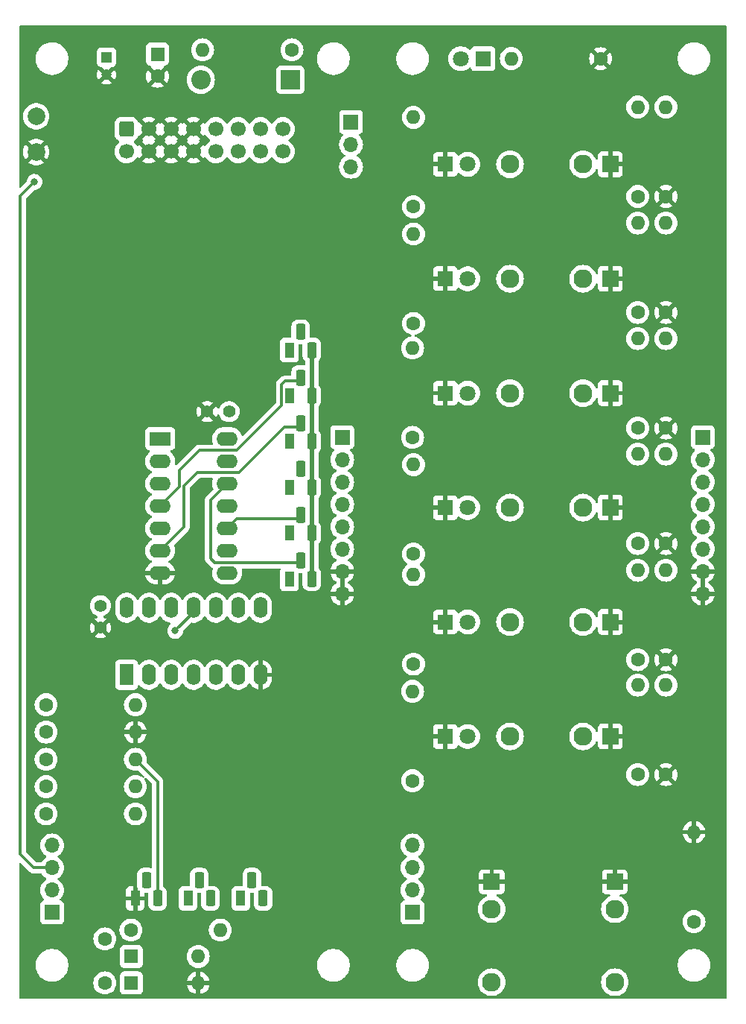
<source format=gbl>
G04 #@! TF.GenerationSoftware,KiCad,Pcbnew,8.0.2-1*
G04 #@! TF.CreationDate,2024-06-17T10:37:47+02:00*
G04 #@! TF.ProjectId,chrono-divider,6368726f-6e6f-42d6-9469-76696465722e,rev?*
G04 #@! TF.SameCoordinates,Original*
G04 #@! TF.FileFunction,Copper,L2,Bot*
G04 #@! TF.FilePolarity,Positive*
%FSLAX46Y46*%
G04 Gerber Fmt 4.6, Leading zero omitted, Abs format (unit mm)*
G04 Created by KiCad (PCBNEW 8.0.2-1) date 2024-06-17 10:37:47*
%MOMM*%
%LPD*%
G01*
G04 APERTURE LIST*
G04 Aperture macros list*
%AMRoundRect*
0 Rectangle with rounded corners*
0 $1 Rounding radius*
0 $2 $3 $4 $5 $6 $7 $8 $9 X,Y pos of 4 corners*
0 Add a 4 corners polygon primitive as box body*
4,1,4,$2,$3,$4,$5,$6,$7,$8,$9,$2,$3,0*
0 Add four circle primitives for the rounded corners*
1,1,$1+$1,$2,$3*
1,1,$1+$1,$4,$5*
1,1,$1+$1,$6,$7*
1,1,$1+$1,$8,$9*
0 Add four rect primitives between the rounded corners*
20,1,$1+$1,$2,$3,$4,$5,0*
20,1,$1+$1,$4,$5,$6,$7,0*
20,1,$1+$1,$6,$7,$8,$9,0*
20,1,$1+$1,$8,$9,$2,$3,0*%
G04 Aperture macros list end*
G04 #@! TA.AperFunction,ComponentPad*
%ADD10C,1.600000*%
G04 #@! TD*
G04 #@! TA.AperFunction,ComponentPad*
%ADD11O,1.600000X1.600000*%
G04 #@! TD*
G04 #@! TA.AperFunction,ComponentPad*
%ADD12R,1.800000X1.800000*%
G04 #@! TD*
G04 #@! TA.AperFunction,ComponentPad*
%ADD13C,1.800000*%
G04 #@! TD*
G04 #@! TA.AperFunction,ComponentPad*
%ADD14R,1.830000X1.930000*%
G04 #@! TD*
G04 #@! TA.AperFunction,ComponentPad*
%ADD15C,2.130000*%
G04 #@! TD*
G04 #@! TA.AperFunction,ComponentPad*
%ADD16R,1.100000X1.800000*%
G04 #@! TD*
G04 #@! TA.AperFunction,ComponentPad*
%ADD17RoundRect,0.275000X-0.275000X-0.625000X0.275000X-0.625000X0.275000X0.625000X-0.275000X0.625000X0*%
G04 #@! TD*
G04 #@! TA.AperFunction,ComponentPad*
%ADD18R,1.600000X2.400000*%
G04 #@! TD*
G04 #@! TA.AperFunction,ComponentPad*
%ADD19O,1.600000X2.400000*%
G04 #@! TD*
G04 #@! TA.AperFunction,ComponentPad*
%ADD20R,1.930000X1.830000*%
G04 #@! TD*
G04 #@! TA.AperFunction,ComponentPad*
%ADD21R,1.700000X1.700000*%
G04 #@! TD*
G04 #@! TA.AperFunction,ComponentPad*
%ADD22O,1.700000X1.700000*%
G04 #@! TD*
G04 #@! TA.AperFunction,ComponentPad*
%ADD23R,1.600000X1.600000*%
G04 #@! TD*
G04 #@! TA.AperFunction,ComponentPad*
%ADD24C,2.000000*%
G04 #@! TD*
G04 #@! TA.AperFunction,ComponentPad*
%ADD25R,2.400000X1.600000*%
G04 #@! TD*
G04 #@! TA.AperFunction,ComponentPad*
%ADD26O,2.400000X1.600000*%
G04 #@! TD*
G04 #@! TA.AperFunction,ComponentPad*
%ADD27R,2.200000X2.200000*%
G04 #@! TD*
G04 #@! TA.AperFunction,ComponentPad*
%ADD28O,2.200000X2.200000*%
G04 #@! TD*
G04 #@! TA.AperFunction,ComponentPad*
%ADD29C,1.400000*%
G04 #@! TD*
G04 #@! TA.AperFunction,ComponentPad*
%ADD30R,1.200000X1.200000*%
G04 #@! TD*
G04 #@! TA.AperFunction,ComponentPad*
%ADD31C,1.200000*%
G04 #@! TD*
G04 #@! TA.AperFunction,ComponentPad*
%ADD32RoundRect,0.250000X-0.600000X0.600000X-0.600000X-0.600000X0.600000X-0.600000X0.600000X0.600000X0*%
G04 #@! TD*
G04 #@! TA.AperFunction,ComponentPad*
%ADD33C,1.700000*%
G04 #@! TD*
G04 #@! TA.AperFunction,ViaPad*
%ADD34C,0.800000*%
G04 #@! TD*
G04 #@! TA.AperFunction,Conductor*
%ADD35C,0.500000*%
G04 #@! TD*
G04 #@! TA.AperFunction,Conductor*
%ADD36C,0.300000*%
G04 #@! TD*
G04 APERTURE END LIST*
D10*
X123800000Y-109080000D03*
D11*
X123800000Y-98920000D03*
D10*
X95100000Y-70830000D03*
D11*
X95100000Y-60670000D03*
D12*
X98730000Y-92000000D03*
D13*
X101270000Y-92000000D03*
D14*
X117480000Y-66000000D03*
D15*
X106080000Y-66000000D03*
X114380000Y-66000000D03*
D14*
X117480000Y-131000000D03*
D15*
X106080000Y-131000000D03*
X114380000Y-131000000D03*
D10*
X120600000Y-95960000D03*
D11*
X120600000Y-85800000D03*
D16*
X81000000Y-113100000D03*
D17*
X82270000Y-111030000D03*
X83540000Y-113100000D03*
D14*
X117480000Y-118000000D03*
D15*
X106080000Y-118000000D03*
X114380000Y-118000000D03*
D10*
X123800000Y-69660000D03*
D11*
X123800000Y-59500000D03*
D18*
X62475000Y-124000000D03*
D19*
X65015000Y-124000000D03*
X67555000Y-124000000D03*
X70095000Y-124000000D03*
X72635000Y-124000000D03*
X75175000Y-124000000D03*
X77715000Y-124000000D03*
X77715000Y-116380000D03*
X75175000Y-116380000D03*
X72635000Y-116380000D03*
X70095000Y-116380000D03*
X67555000Y-116380000D03*
X65015000Y-116380000D03*
X62475000Y-116380000D03*
D16*
X63460000Y-149400000D03*
D17*
X64730000Y-147330000D03*
X66000000Y-149400000D03*
D10*
X53320000Y-139800000D03*
D11*
X63480000Y-139800000D03*
D10*
X60000000Y-159000000D03*
X60000000Y-154000000D03*
D16*
X81000000Y-92300000D03*
D17*
X82270000Y-90230000D03*
X83540000Y-92300000D03*
D16*
X81000000Y-87100000D03*
D17*
X82270000Y-85030000D03*
X83540000Y-87100000D03*
D16*
X81000000Y-102700000D03*
D17*
X82270000Y-100630000D03*
X83540000Y-102700000D03*
D20*
X104000000Y-147520000D03*
D15*
X104000000Y-158920000D03*
X104000000Y-150620000D03*
D10*
X127000000Y-152030000D03*
D11*
X127000000Y-141870000D03*
D21*
X54000000Y-151000000D03*
D22*
X54000000Y-148460000D03*
X54000000Y-145920000D03*
X54000000Y-143380000D03*
D10*
X95100000Y-110280000D03*
D11*
X95100000Y-100120000D03*
D23*
X63000000Y-159000000D03*
D11*
X70620000Y-159000000D03*
D14*
X117480000Y-105000000D03*
D15*
X106080000Y-105000000D03*
X114380000Y-105000000D03*
D12*
X98730000Y-66000000D03*
D13*
X101270000Y-66000000D03*
D24*
X52200000Y-60550000D03*
D25*
X66300000Y-97175000D03*
D26*
X66300000Y-99715000D03*
X66300000Y-102255000D03*
X66300000Y-104795000D03*
X66300000Y-107335000D03*
X66300000Y-109875000D03*
X66300000Y-112415000D03*
X73920000Y-112415000D03*
X73920000Y-109875000D03*
X73920000Y-107335000D03*
X73920000Y-104795000D03*
X73920000Y-102255000D03*
X73920000Y-99715000D03*
X73920000Y-97175000D03*
D10*
X95000000Y-97030000D03*
D11*
X95000000Y-86870000D03*
D10*
X95100000Y-122780000D03*
D11*
X95100000Y-112620000D03*
D12*
X98730000Y-79000000D03*
D13*
X101270000Y-79000000D03*
D10*
X120600000Y-69660000D03*
D11*
X120600000Y-59500000D03*
D10*
X120600000Y-109080000D03*
D11*
X120600000Y-98920000D03*
D10*
X81280000Y-53000000D03*
D11*
X71120000Y-53000000D03*
D12*
X103000000Y-54000000D03*
D13*
X100460000Y-54000000D03*
D14*
X117480000Y-92000000D03*
D15*
X106080000Y-92000000D03*
X114380000Y-92000000D03*
D27*
X81080000Y-56400000D03*
D28*
X70920000Y-56400000D03*
D10*
X53320000Y-127400000D03*
D11*
X63480000Y-127400000D03*
D10*
X123800000Y-135330000D03*
D11*
X123800000Y-125170000D03*
D10*
X62970000Y-153000000D03*
D11*
X73130000Y-153000000D03*
D29*
X59500000Y-116150000D03*
X59500000Y-118650000D03*
D12*
X98730000Y-118000000D03*
D13*
X101270000Y-118000000D03*
D10*
X53320000Y-136700000D03*
D11*
X63480000Y-136700000D03*
D10*
X95100000Y-84080000D03*
D11*
X95100000Y-73920000D03*
D16*
X75460000Y-149400000D03*
D17*
X76730000Y-147330000D03*
X78000000Y-149400000D03*
D29*
X74150000Y-94100000D03*
X71650000Y-94100000D03*
D12*
X98730000Y-105000000D03*
D13*
X101270000Y-105000000D03*
D20*
X118000000Y-147520000D03*
D15*
X118000000Y-158920000D03*
X118000000Y-150620000D03*
D21*
X87000000Y-97000000D03*
D22*
X87000000Y-99540000D03*
X87000000Y-102080000D03*
X87000000Y-104620000D03*
X87000000Y-107160000D03*
X87000000Y-109700000D03*
X87000000Y-112240000D03*
X87000000Y-114780000D03*
D10*
X53320000Y-130500000D03*
D11*
X63480000Y-130500000D03*
D16*
X81000000Y-97500000D03*
D17*
X82270000Y-95430000D03*
X83540000Y-97500000D03*
D10*
X53320000Y-133600000D03*
D11*
X63480000Y-133600000D03*
D21*
X88000000Y-61200000D03*
D22*
X88000000Y-63740000D03*
X88000000Y-66280000D03*
D23*
X63000000Y-156000000D03*
D11*
X70620000Y-156000000D03*
D10*
X120600000Y-122280000D03*
D11*
X120600000Y-112120000D03*
D16*
X69460000Y-149400000D03*
D17*
X70730000Y-147330000D03*
X72000000Y-149400000D03*
D16*
X81000000Y-107900000D03*
D17*
X82270000Y-105830000D03*
X83540000Y-107900000D03*
D10*
X120600000Y-135330000D03*
D11*
X120600000Y-125170000D03*
D10*
X123800000Y-95960000D03*
D11*
X123800000Y-85800000D03*
D10*
X116380000Y-54000000D03*
D11*
X106220000Y-54000000D03*
D10*
X120600000Y-82830000D03*
D11*
X120600000Y-72670000D03*
D24*
X52200000Y-64600000D03*
D10*
X123800000Y-122280000D03*
D11*
X123800000Y-112120000D03*
D12*
X98730000Y-131000000D03*
D13*
X101270000Y-131000000D03*
D10*
X123800000Y-82830000D03*
D11*
X123800000Y-72670000D03*
D14*
X117480000Y-79000000D03*
D15*
X106080000Y-79000000D03*
X114380000Y-79000000D03*
D10*
X95000000Y-136030000D03*
D11*
X95000000Y-125870000D03*
D21*
X128000000Y-97000000D03*
D22*
X128000000Y-99540000D03*
X128000000Y-102080000D03*
X128000000Y-104620000D03*
X128000000Y-107160000D03*
X128000000Y-109700000D03*
X128000000Y-112240000D03*
X128000000Y-114780000D03*
D21*
X95000000Y-151000000D03*
D22*
X95000000Y-148460000D03*
X95000000Y-145920000D03*
X95000000Y-143380000D03*
D30*
X60200000Y-53827401D03*
D31*
X60200000Y-55827401D03*
D23*
X66000000Y-53500000D03*
D10*
X66000000Y-56000000D03*
D32*
X62460000Y-62000000D03*
D33*
X62460000Y-64540000D03*
X65000000Y-62000000D03*
X65000000Y-64540000D03*
X67540000Y-62000000D03*
X67540000Y-64540000D03*
X70080000Y-62000000D03*
X70080000Y-64540000D03*
X72620000Y-62000000D03*
X72620000Y-64540000D03*
X75160000Y-62000000D03*
X75160000Y-64540000D03*
X77700000Y-62000000D03*
X77700000Y-64540000D03*
X80240000Y-62000000D03*
X80240000Y-64540000D03*
D34*
X52000000Y-68000000D03*
X68000000Y-119000000D03*
D35*
X83540000Y-107500000D02*
X83540000Y-112700000D01*
X83540000Y-102300000D02*
X83540000Y-107500000D01*
X83540000Y-97100000D02*
X83540000Y-102300000D01*
X83540000Y-91900000D02*
X83540000Y-97100000D01*
X83540000Y-86700000D02*
X83540000Y-91900000D01*
D36*
X66000000Y-149000000D02*
X66000000Y-136120000D01*
X66000000Y-136120000D02*
X63480000Y-133600000D01*
X80100000Y-93400000D02*
X75000000Y-98500000D01*
X68500000Y-100750000D02*
X68500000Y-102595000D01*
X80520000Y-90630000D02*
X80100000Y-91050000D01*
X82270000Y-90630000D02*
X80520000Y-90630000D01*
X68500000Y-102595000D02*
X66300000Y-104795000D01*
X75000000Y-98500000D02*
X70750000Y-98500000D01*
X70750000Y-98500000D02*
X68500000Y-100750000D01*
X80100000Y-91050000D02*
X80100000Y-93400000D01*
X69000000Y-107175000D02*
X69000000Y-102500000D01*
X75250000Y-101000000D02*
X80420000Y-95830000D01*
X70500000Y-101000000D02*
X75250000Y-101000000D01*
X66300000Y-109875000D02*
X69000000Y-107175000D01*
X80420000Y-95830000D02*
X82270000Y-95830000D01*
X69000000Y-102500000D02*
X70500000Y-101000000D01*
X50400000Y-69600000D02*
X50400000Y-144400000D01*
X52000000Y-68000000D02*
X50400000Y-69600000D01*
X50400000Y-144400000D02*
X51920000Y-145920000D01*
X51920000Y-145920000D02*
X54000000Y-145920000D01*
X73920000Y-107335000D02*
X75025000Y-106230000D01*
X75025000Y-106230000D02*
X82270000Y-106230000D01*
X82090000Y-111250000D02*
X82270000Y-111430000D01*
X72000000Y-110750000D02*
X72500000Y-111250000D01*
X72000000Y-104175000D02*
X72000000Y-110750000D01*
X73920000Y-102255000D02*
X72000000Y-104175000D01*
X72500000Y-111250000D02*
X82090000Y-111250000D01*
X68000000Y-119000000D02*
X70095000Y-116905000D01*
X70095000Y-116905000D02*
X70095000Y-116380000D01*
G04 #@! TA.AperFunction,Conductor*
G36*
X87250000Y-114346988D02*
G01*
X87192993Y-114314075D01*
X87065826Y-114280000D01*
X86934174Y-114280000D01*
X86807007Y-114314075D01*
X86750000Y-114346988D01*
X86750000Y-112673012D01*
X86807007Y-112705925D01*
X86934174Y-112740000D01*
X87065826Y-112740000D01*
X87192993Y-112705925D01*
X87250000Y-112673012D01*
X87250000Y-114346988D01*
G37*
G04 #@! TD.AperFunction*
G04 #@! TA.AperFunction,Conductor*
G36*
X128250000Y-114346988D02*
G01*
X128192993Y-114314075D01*
X128065826Y-114280000D01*
X127934174Y-114280000D01*
X127807007Y-114314075D01*
X127750000Y-114346988D01*
X127750000Y-112673012D01*
X127807007Y-112705925D01*
X127934174Y-112740000D01*
X128065826Y-112740000D01*
X128192993Y-112705925D01*
X128250000Y-112673012D01*
X128250000Y-114346988D01*
G37*
G04 #@! TD.AperFunction*
G04 #@! TA.AperFunction,Conductor*
G36*
X64534075Y-62192993D02*
G01*
X64599901Y-62307007D01*
X64692993Y-62400099D01*
X64807007Y-62465925D01*
X64870590Y-62482962D01*
X64238625Y-63114925D01*
X64315031Y-63168425D01*
X64358655Y-63223002D01*
X64365848Y-63292501D01*
X64334326Y-63354855D01*
X64315029Y-63371576D01*
X64238625Y-63425072D01*
X64870590Y-64057037D01*
X64807007Y-64074075D01*
X64692993Y-64139901D01*
X64599901Y-64232993D01*
X64534075Y-64347007D01*
X64517037Y-64410590D01*
X63885073Y-63778626D01*
X63831881Y-63854594D01*
X63777304Y-63898219D01*
X63707806Y-63905413D01*
X63645451Y-63873891D01*
X63628730Y-63854594D01*
X63498494Y-63668597D01*
X63331398Y-63501501D01*
X63330030Y-63500354D01*
X63329592Y-63499696D01*
X63327573Y-63497677D01*
X63327978Y-63497271D01*
X63291330Y-63442182D01*
X63290224Y-63372321D01*
X63327063Y-63312952D01*
X63370737Y-63287662D01*
X63379334Y-63284814D01*
X63528656Y-63192712D01*
X63652712Y-63068656D01*
X63744814Y-62919334D01*
X63768794Y-62846965D01*
X63808565Y-62789523D01*
X63873081Y-62762699D01*
X63883861Y-62762585D01*
X64517037Y-62129409D01*
X64534075Y-62192993D01*
G37*
G04 #@! TD.AperFunction*
G04 #@! TA.AperFunction,Conductor*
G36*
X67074075Y-62192993D02*
G01*
X67139901Y-62307007D01*
X67232993Y-62400099D01*
X67347007Y-62465925D01*
X67410590Y-62482962D01*
X66778625Y-63114925D01*
X66855031Y-63168425D01*
X66898655Y-63223002D01*
X66905848Y-63292501D01*
X66874326Y-63354855D01*
X66855029Y-63371576D01*
X66778625Y-63425072D01*
X67410590Y-64057037D01*
X67347007Y-64074075D01*
X67232993Y-64139901D01*
X67139901Y-64232993D01*
X67074075Y-64347007D01*
X67057037Y-64410590D01*
X66425072Y-63778625D01*
X66425072Y-63778626D01*
X66371574Y-63855030D01*
X66316998Y-63898655D01*
X66247499Y-63905849D01*
X66185144Y-63874326D01*
X66168424Y-63855030D01*
X66114925Y-63778626D01*
X66114925Y-63778625D01*
X65482962Y-64410589D01*
X65465925Y-64347007D01*
X65400099Y-64232993D01*
X65307007Y-64139901D01*
X65192993Y-64074075D01*
X65129410Y-64057037D01*
X65761373Y-63425073D01*
X65684969Y-63371576D01*
X65641344Y-63316999D01*
X65634150Y-63247501D01*
X65665672Y-63185146D01*
X65684968Y-63168425D01*
X65761373Y-63114925D01*
X65129409Y-62482962D01*
X65192993Y-62465925D01*
X65307007Y-62400099D01*
X65400099Y-62307007D01*
X65465925Y-62192993D01*
X65482962Y-62129410D01*
X66114925Y-62761373D01*
X66168425Y-62684968D01*
X66223002Y-62641344D01*
X66292501Y-62634151D01*
X66354855Y-62665673D01*
X66371576Y-62684969D01*
X66425073Y-62761372D01*
X67057037Y-62129409D01*
X67074075Y-62192993D01*
G37*
G04 #@! TD.AperFunction*
G04 #@! TA.AperFunction,Conductor*
G36*
X69614075Y-62192993D02*
G01*
X69679901Y-62307007D01*
X69772993Y-62400099D01*
X69887007Y-62465925D01*
X69950590Y-62482962D01*
X69318625Y-63114925D01*
X69395031Y-63168425D01*
X69438655Y-63223002D01*
X69445848Y-63292501D01*
X69414326Y-63354855D01*
X69395029Y-63371576D01*
X69318625Y-63425072D01*
X69950590Y-64057037D01*
X69887007Y-64074075D01*
X69772993Y-64139901D01*
X69679901Y-64232993D01*
X69614075Y-64347007D01*
X69597037Y-64410590D01*
X68965072Y-63778625D01*
X68965072Y-63778626D01*
X68911574Y-63855030D01*
X68856998Y-63898655D01*
X68787499Y-63905849D01*
X68725144Y-63874326D01*
X68708424Y-63855030D01*
X68654925Y-63778626D01*
X68654925Y-63778625D01*
X68022962Y-64410589D01*
X68005925Y-64347007D01*
X67940099Y-64232993D01*
X67847007Y-64139901D01*
X67732993Y-64074075D01*
X67669410Y-64057037D01*
X68301373Y-63425073D01*
X68224969Y-63371576D01*
X68181344Y-63316999D01*
X68174150Y-63247501D01*
X68205672Y-63185146D01*
X68224968Y-63168425D01*
X68301373Y-63114925D01*
X67669409Y-62482962D01*
X67732993Y-62465925D01*
X67847007Y-62400099D01*
X67940099Y-62307007D01*
X68005925Y-62192993D01*
X68022962Y-62129410D01*
X68654925Y-62761373D01*
X68708425Y-62684968D01*
X68763002Y-62641344D01*
X68832501Y-62634151D01*
X68894855Y-62665673D01*
X68911576Y-62684969D01*
X68965073Y-62761372D01*
X69597037Y-62129409D01*
X69614075Y-62192993D01*
G37*
G04 #@! TD.AperFunction*
G04 #@! TA.AperFunction,Conductor*
G36*
X71194925Y-62761373D02*
G01*
X71248119Y-62685405D01*
X71302696Y-62641781D01*
X71372195Y-62634588D01*
X71434549Y-62666110D01*
X71451269Y-62685405D01*
X71581505Y-62871401D01*
X71581506Y-62871402D01*
X71748597Y-63038493D01*
X71748603Y-63038498D01*
X71934158Y-63168425D01*
X71977783Y-63223002D01*
X71984977Y-63292500D01*
X71953454Y-63354855D01*
X71934158Y-63371575D01*
X71748597Y-63501505D01*
X71581505Y-63668597D01*
X71451269Y-63854595D01*
X71396692Y-63898220D01*
X71327194Y-63905414D01*
X71264839Y-63873891D01*
X71248119Y-63854595D01*
X71194925Y-63778626D01*
X71194925Y-63778625D01*
X70562962Y-64410589D01*
X70545925Y-64347007D01*
X70480099Y-64232993D01*
X70387007Y-64139901D01*
X70272993Y-64074075D01*
X70209410Y-64057037D01*
X70841373Y-63425073D01*
X70764969Y-63371576D01*
X70721344Y-63316999D01*
X70714150Y-63247501D01*
X70745672Y-63185146D01*
X70764968Y-63168425D01*
X70841373Y-63114925D01*
X70209409Y-62482962D01*
X70272993Y-62465925D01*
X70387007Y-62400099D01*
X70480099Y-62307007D01*
X70545925Y-62192993D01*
X70562962Y-62129410D01*
X71194925Y-62761373D01*
G37*
G04 #@! TD.AperFunction*
G04 #@! TA.AperFunction,Conductor*
G36*
X130692539Y-50270185D02*
G01*
X130738294Y-50322989D01*
X130749500Y-50374500D01*
X130749500Y-160625500D01*
X130729815Y-160692539D01*
X130677011Y-160738294D01*
X130625500Y-160749500D01*
X50374500Y-160749500D01*
X50307461Y-160729815D01*
X50261706Y-160677011D01*
X50250500Y-160625500D01*
X50250500Y-158999998D01*
X58694532Y-158999998D01*
X58694532Y-159000001D01*
X58714364Y-159226686D01*
X58714366Y-159226697D01*
X58773258Y-159446488D01*
X58773261Y-159446497D01*
X58869431Y-159652732D01*
X58869432Y-159652734D01*
X58999954Y-159839141D01*
X59160858Y-160000045D01*
X59160861Y-160000047D01*
X59347266Y-160130568D01*
X59553504Y-160226739D01*
X59773308Y-160285635D01*
X59935230Y-160299801D01*
X59999998Y-160305468D01*
X60000000Y-160305468D01*
X60000002Y-160305468D01*
X60056807Y-160300498D01*
X60226692Y-160285635D01*
X60446496Y-160226739D01*
X60652734Y-160130568D01*
X60839139Y-160000047D01*
X61000047Y-159839139D01*
X61130568Y-159652734D01*
X61226739Y-159446496D01*
X61285635Y-159226692D01*
X61305468Y-159000000D01*
X61285635Y-158773308D01*
X61226739Y-158553504D01*
X61130568Y-158347266D01*
X61000047Y-158160861D01*
X61000045Y-158160858D01*
X60991322Y-158152135D01*
X61699500Y-158152135D01*
X61699500Y-159847870D01*
X61699501Y-159847876D01*
X61705908Y-159907483D01*
X61756202Y-160042328D01*
X61756206Y-160042335D01*
X61842452Y-160157544D01*
X61842455Y-160157547D01*
X61957664Y-160243793D01*
X61957671Y-160243797D01*
X62092517Y-160294091D01*
X62092516Y-160294091D01*
X62099444Y-160294835D01*
X62152127Y-160300500D01*
X63847872Y-160300499D01*
X63907483Y-160294091D01*
X64042331Y-160243796D01*
X64157546Y-160157546D01*
X64243796Y-160042331D01*
X64294091Y-159907483D01*
X64300500Y-159847873D01*
X64300499Y-158749999D01*
X69341127Y-158749999D01*
X69341128Y-158750000D01*
X70304314Y-158750000D01*
X70299920Y-158754394D01*
X70247259Y-158845606D01*
X70220000Y-158947339D01*
X70220000Y-159052661D01*
X70247259Y-159154394D01*
X70299920Y-159245606D01*
X70304314Y-159250000D01*
X69341128Y-159250000D01*
X69393730Y-159446317D01*
X69393734Y-159446326D01*
X69489865Y-159652482D01*
X69620342Y-159838820D01*
X69781179Y-159999657D01*
X69967517Y-160130134D01*
X70173673Y-160226265D01*
X70173682Y-160226269D01*
X70369999Y-160278872D01*
X70370000Y-160278871D01*
X70370000Y-159315686D01*
X70374394Y-159320080D01*
X70465606Y-159372741D01*
X70567339Y-159400000D01*
X70672661Y-159400000D01*
X70774394Y-159372741D01*
X70865606Y-159320080D01*
X70870000Y-159315686D01*
X70870000Y-160278872D01*
X71066317Y-160226269D01*
X71066326Y-160226265D01*
X71272482Y-160130134D01*
X71458820Y-159999657D01*
X71619657Y-159838820D01*
X71750134Y-159652482D01*
X71846265Y-159446326D01*
X71846269Y-159446317D01*
X71898872Y-159250000D01*
X70935686Y-159250000D01*
X70940080Y-159245606D01*
X70992741Y-159154394D01*
X71020000Y-159052661D01*
X71020000Y-158947339D01*
X71012675Y-158920000D01*
X102429659Y-158920000D01*
X102448993Y-159165658D01*
X102506517Y-159405264D01*
X102600815Y-159632920D01*
X102729563Y-159843018D01*
X102729564Y-159843020D01*
X102783795Y-159906516D01*
X102889601Y-160030399D01*
X103006376Y-160130134D01*
X103076979Y-160190435D01*
X103076981Y-160190436D01*
X103287079Y-160319184D01*
X103514735Y-160413482D01*
X103514736Y-160413482D01*
X103514738Y-160413483D01*
X103754345Y-160471007D01*
X104000000Y-160490341D01*
X104245655Y-160471007D01*
X104485262Y-160413483D01*
X104712920Y-160319184D01*
X104923023Y-160190433D01*
X105110399Y-160030399D01*
X105270433Y-159843023D01*
X105399184Y-159632920D01*
X105493483Y-159405262D01*
X105551007Y-159165655D01*
X105570341Y-158920000D01*
X116429659Y-158920000D01*
X116448993Y-159165658D01*
X116506517Y-159405264D01*
X116600815Y-159632920D01*
X116729563Y-159843018D01*
X116729564Y-159843020D01*
X116783795Y-159906516D01*
X116889601Y-160030399D01*
X117006376Y-160130134D01*
X117076979Y-160190435D01*
X117076981Y-160190436D01*
X117287079Y-160319184D01*
X117514735Y-160413482D01*
X117514736Y-160413482D01*
X117514738Y-160413483D01*
X117754345Y-160471007D01*
X118000000Y-160490341D01*
X118245655Y-160471007D01*
X118485262Y-160413483D01*
X118712920Y-160319184D01*
X118923023Y-160190433D01*
X119110399Y-160030399D01*
X119270433Y-159843023D01*
X119399184Y-159632920D01*
X119493483Y-159405262D01*
X119551007Y-159165655D01*
X119570341Y-158920000D01*
X119551007Y-158674345D01*
X119493483Y-158434738D01*
X119476719Y-158394265D01*
X119399184Y-158207079D01*
X119270436Y-157996981D01*
X119270435Y-157996979D01*
X119161499Y-157869432D01*
X119110399Y-157809601D01*
X118975670Y-157694532D01*
X118923020Y-157649564D01*
X118923018Y-157649563D01*
X118712920Y-157520815D01*
X118485264Y-157426517D01*
X118245658Y-157368993D01*
X118000000Y-157349659D01*
X117754341Y-157368993D01*
X117514735Y-157426517D01*
X117287079Y-157520815D01*
X117076981Y-157649563D01*
X117076979Y-157649564D01*
X116889601Y-157809601D01*
X116729564Y-157996979D01*
X116729563Y-157996981D01*
X116600815Y-158207079D01*
X116506517Y-158434735D01*
X116448993Y-158674341D01*
X116429659Y-158920000D01*
X105570341Y-158920000D01*
X105551007Y-158674345D01*
X105493483Y-158434738D01*
X105476719Y-158394265D01*
X105399184Y-158207079D01*
X105270436Y-157996981D01*
X105270435Y-157996979D01*
X105161499Y-157869432D01*
X105110399Y-157809601D01*
X104975670Y-157694532D01*
X104923020Y-157649564D01*
X104923018Y-157649563D01*
X104712920Y-157520815D01*
X104485264Y-157426517D01*
X104245658Y-157368993D01*
X104000000Y-157349659D01*
X103754341Y-157368993D01*
X103514735Y-157426517D01*
X103287079Y-157520815D01*
X103076981Y-157649563D01*
X103076979Y-157649564D01*
X102889601Y-157809601D01*
X102729564Y-157996979D01*
X102729563Y-157996981D01*
X102600815Y-158207079D01*
X102506517Y-158434735D01*
X102448993Y-158674341D01*
X102429659Y-158920000D01*
X71012675Y-158920000D01*
X70992741Y-158845606D01*
X70940080Y-158754394D01*
X70935686Y-158750000D01*
X71898872Y-158750000D01*
X71898872Y-158749999D01*
X71846269Y-158553682D01*
X71846265Y-158553673D01*
X71750134Y-158347517D01*
X71619657Y-158161179D01*
X71458820Y-158000342D01*
X71272482Y-157869865D01*
X71066328Y-157773734D01*
X70870000Y-157721127D01*
X70870000Y-158684314D01*
X70865606Y-158679920D01*
X70774394Y-158627259D01*
X70672661Y-158600000D01*
X70567339Y-158600000D01*
X70465606Y-158627259D01*
X70374394Y-158679920D01*
X70370000Y-158684314D01*
X70370000Y-157721127D01*
X70173671Y-157773734D01*
X69967517Y-157869865D01*
X69781179Y-158000342D01*
X69620342Y-158161179D01*
X69489865Y-158347517D01*
X69393734Y-158553673D01*
X69393730Y-158553682D01*
X69341127Y-158749999D01*
X64300499Y-158749999D01*
X64300499Y-158152128D01*
X64294091Y-158092517D01*
X64270881Y-158030289D01*
X64243797Y-157957671D01*
X64243793Y-157957664D01*
X64157547Y-157842455D01*
X64157544Y-157842452D01*
X64042335Y-157756206D01*
X64042328Y-157756202D01*
X63907482Y-157705908D01*
X63907483Y-157705908D01*
X63847883Y-157699501D01*
X63847881Y-157699500D01*
X63847873Y-157699500D01*
X63847864Y-157699500D01*
X62152129Y-157699500D01*
X62152123Y-157699501D01*
X62092516Y-157705908D01*
X61957671Y-157756202D01*
X61957664Y-157756206D01*
X61842455Y-157842452D01*
X61842452Y-157842455D01*
X61756206Y-157957664D01*
X61756202Y-157957671D01*
X61705908Y-158092517D01*
X61699501Y-158152116D01*
X61699501Y-158152123D01*
X61699500Y-158152135D01*
X60991322Y-158152135D01*
X60839141Y-157999954D01*
X60652734Y-157869432D01*
X60652732Y-157869431D01*
X60446497Y-157773261D01*
X60446488Y-157773258D01*
X60226697Y-157714366D01*
X60226693Y-157714365D01*
X60226692Y-157714365D01*
X60226691Y-157714364D01*
X60226686Y-157714364D01*
X60000002Y-157694532D01*
X59999998Y-157694532D01*
X59773313Y-157714364D01*
X59773302Y-157714366D01*
X59553511Y-157773258D01*
X59553502Y-157773261D01*
X59347267Y-157869431D01*
X59347265Y-157869432D01*
X59160858Y-157999954D01*
X58999954Y-158160858D01*
X58869432Y-158347265D01*
X58869431Y-158347267D01*
X58773261Y-158553502D01*
X58773258Y-158553511D01*
X58714366Y-158773302D01*
X58714364Y-158773313D01*
X58694532Y-158999998D01*
X50250500Y-158999998D01*
X50250500Y-156878711D01*
X52149500Y-156878711D01*
X52149500Y-157121288D01*
X52181161Y-157361785D01*
X52243947Y-157596104D01*
X52310262Y-157756202D01*
X52336776Y-157820212D01*
X52458064Y-158030289D01*
X52458066Y-158030292D01*
X52458067Y-158030293D01*
X52605733Y-158222736D01*
X52605739Y-158222743D01*
X52777256Y-158394260D01*
X52777263Y-158394266D01*
X52890321Y-158481018D01*
X52969711Y-158541936D01*
X53179788Y-158663224D01*
X53403900Y-158756054D01*
X53638211Y-158818838D01*
X53818586Y-158842584D01*
X53878711Y-158850500D01*
X53878712Y-158850500D01*
X54121289Y-158850500D01*
X54169388Y-158844167D01*
X54361789Y-158818838D01*
X54596100Y-158756054D01*
X54820212Y-158663224D01*
X55030289Y-158541936D01*
X55222738Y-158394265D01*
X55394265Y-158222738D01*
X55541936Y-158030289D01*
X55663224Y-157820212D01*
X55756054Y-157596100D01*
X55818838Y-157361789D01*
X55850500Y-157121288D01*
X55850500Y-156878712D01*
X55845290Y-156839141D01*
X55820750Y-156652734D01*
X55818838Y-156638211D01*
X55756054Y-156403900D01*
X55663224Y-156179788D01*
X55541936Y-155969711D01*
X55394265Y-155777262D01*
X55394260Y-155777256D01*
X55222743Y-155605739D01*
X55222736Y-155605733D01*
X55030293Y-155458067D01*
X55030292Y-155458066D01*
X55030289Y-155458064D01*
X54838381Y-155347266D01*
X54820214Y-155336777D01*
X54820205Y-155336773D01*
X54596104Y-155243947D01*
X54361785Y-155181161D01*
X54121289Y-155149500D01*
X54121288Y-155149500D01*
X53878712Y-155149500D01*
X53878711Y-155149500D01*
X53638214Y-155181161D01*
X53403895Y-155243947D01*
X53179794Y-155336773D01*
X53179785Y-155336777D01*
X52969706Y-155458067D01*
X52777263Y-155605733D01*
X52777256Y-155605739D01*
X52605739Y-155777256D01*
X52605733Y-155777263D01*
X52458067Y-155969706D01*
X52336777Y-156179785D01*
X52336773Y-156179794D01*
X52243947Y-156403895D01*
X52181161Y-156638214D01*
X52149500Y-156878711D01*
X50250500Y-156878711D01*
X50250500Y-153999998D01*
X58694532Y-153999998D01*
X58694532Y-154000001D01*
X58714364Y-154226686D01*
X58714366Y-154226697D01*
X58773258Y-154446488D01*
X58773261Y-154446497D01*
X58869431Y-154652732D01*
X58869432Y-154652734D01*
X58999954Y-154839141D01*
X59160858Y-155000045D01*
X59160861Y-155000047D01*
X59347266Y-155130568D01*
X59553504Y-155226739D01*
X59773308Y-155285635D01*
X59935230Y-155299801D01*
X59999998Y-155305468D01*
X60000000Y-155305468D01*
X60000002Y-155305468D01*
X60056673Y-155300509D01*
X60226692Y-155285635D01*
X60446496Y-155226739D01*
X60606484Y-155152135D01*
X61699500Y-155152135D01*
X61699500Y-156847870D01*
X61699501Y-156847876D01*
X61705908Y-156907483D01*
X61756202Y-157042328D01*
X61756206Y-157042335D01*
X61842452Y-157157544D01*
X61842455Y-157157547D01*
X61957664Y-157243793D01*
X61957671Y-157243797D01*
X62092517Y-157294091D01*
X62092516Y-157294091D01*
X62099444Y-157294835D01*
X62152127Y-157300500D01*
X63847872Y-157300499D01*
X63907483Y-157294091D01*
X64042331Y-157243796D01*
X64157546Y-157157546D01*
X64243796Y-157042331D01*
X64294091Y-156907483D01*
X64300500Y-156847873D01*
X64300499Y-155999998D01*
X69314532Y-155999998D01*
X69314532Y-156000001D01*
X69334364Y-156226686D01*
X69334366Y-156226697D01*
X69393258Y-156446488D01*
X69393261Y-156446497D01*
X69489431Y-156652732D01*
X69489432Y-156652734D01*
X69619954Y-156839141D01*
X69780858Y-157000045D01*
X69780861Y-157000047D01*
X69967266Y-157130568D01*
X70173504Y-157226739D01*
X70393308Y-157285635D01*
X70555230Y-157299801D01*
X70619998Y-157305468D01*
X70620000Y-157305468D01*
X70620002Y-157305468D01*
X70676807Y-157300498D01*
X70846692Y-157285635D01*
X71066496Y-157226739D01*
X71272734Y-157130568D01*
X71459139Y-157000047D01*
X71580475Y-156878711D01*
X84149500Y-156878711D01*
X84149500Y-157121288D01*
X84181161Y-157361785D01*
X84243947Y-157596104D01*
X84310262Y-157756202D01*
X84336776Y-157820212D01*
X84458064Y-158030289D01*
X84458066Y-158030292D01*
X84458067Y-158030293D01*
X84605733Y-158222736D01*
X84605739Y-158222743D01*
X84777256Y-158394260D01*
X84777263Y-158394266D01*
X84890321Y-158481018D01*
X84969711Y-158541936D01*
X85179788Y-158663224D01*
X85403900Y-158756054D01*
X85638211Y-158818838D01*
X85818586Y-158842584D01*
X85878711Y-158850500D01*
X85878712Y-158850500D01*
X86121289Y-158850500D01*
X86169388Y-158844167D01*
X86361789Y-158818838D01*
X86596100Y-158756054D01*
X86820212Y-158663224D01*
X87030289Y-158541936D01*
X87222738Y-158394265D01*
X87394265Y-158222738D01*
X87541936Y-158030289D01*
X87663224Y-157820212D01*
X87756054Y-157596100D01*
X87818838Y-157361789D01*
X87850500Y-157121288D01*
X87850500Y-156878712D01*
X87850500Y-156878711D01*
X93149500Y-156878711D01*
X93149500Y-157121288D01*
X93181161Y-157361785D01*
X93243947Y-157596104D01*
X93310262Y-157756202D01*
X93336776Y-157820212D01*
X93458064Y-158030289D01*
X93458066Y-158030292D01*
X93458067Y-158030293D01*
X93605733Y-158222736D01*
X93605739Y-158222743D01*
X93777256Y-158394260D01*
X93777263Y-158394266D01*
X93890321Y-158481018D01*
X93969711Y-158541936D01*
X94179788Y-158663224D01*
X94403900Y-158756054D01*
X94638211Y-158818838D01*
X94818586Y-158842584D01*
X94878711Y-158850500D01*
X94878712Y-158850500D01*
X95121289Y-158850500D01*
X95169388Y-158844167D01*
X95361789Y-158818838D01*
X95596100Y-158756054D01*
X95820212Y-158663224D01*
X96030289Y-158541936D01*
X96222738Y-158394265D01*
X96394265Y-158222738D01*
X96541936Y-158030289D01*
X96663224Y-157820212D01*
X96756054Y-157596100D01*
X96818838Y-157361789D01*
X96850500Y-157121288D01*
X96850500Y-156878712D01*
X96850500Y-156878711D01*
X125149500Y-156878711D01*
X125149500Y-157121288D01*
X125181161Y-157361785D01*
X125243947Y-157596104D01*
X125310262Y-157756202D01*
X125336776Y-157820212D01*
X125458064Y-158030289D01*
X125458066Y-158030292D01*
X125458067Y-158030293D01*
X125605733Y-158222736D01*
X125605739Y-158222743D01*
X125777256Y-158394260D01*
X125777263Y-158394266D01*
X125890321Y-158481018D01*
X125969711Y-158541936D01*
X126179788Y-158663224D01*
X126403900Y-158756054D01*
X126638211Y-158818838D01*
X126818586Y-158842584D01*
X126878711Y-158850500D01*
X126878712Y-158850500D01*
X127121289Y-158850500D01*
X127169388Y-158844167D01*
X127361789Y-158818838D01*
X127596100Y-158756054D01*
X127820212Y-158663224D01*
X128030289Y-158541936D01*
X128222738Y-158394265D01*
X128394265Y-158222738D01*
X128541936Y-158030289D01*
X128663224Y-157820212D01*
X128756054Y-157596100D01*
X128818838Y-157361789D01*
X128850500Y-157121288D01*
X128850500Y-156878712D01*
X128845290Y-156839141D01*
X128820750Y-156652734D01*
X128818838Y-156638211D01*
X128756054Y-156403900D01*
X128663224Y-156179788D01*
X128541936Y-155969711D01*
X128394265Y-155777262D01*
X128394260Y-155777256D01*
X128222743Y-155605739D01*
X128222736Y-155605733D01*
X128030293Y-155458067D01*
X128030292Y-155458066D01*
X128030289Y-155458064D01*
X127838381Y-155347266D01*
X127820214Y-155336777D01*
X127820205Y-155336773D01*
X127596104Y-155243947D01*
X127361785Y-155181161D01*
X127121289Y-155149500D01*
X127121288Y-155149500D01*
X126878712Y-155149500D01*
X126878711Y-155149500D01*
X126638214Y-155181161D01*
X126403895Y-155243947D01*
X126179794Y-155336773D01*
X126179785Y-155336777D01*
X125969706Y-155458067D01*
X125777263Y-155605733D01*
X125777256Y-155605739D01*
X125605739Y-155777256D01*
X125605733Y-155777263D01*
X125458067Y-155969706D01*
X125336777Y-156179785D01*
X125336773Y-156179794D01*
X125243947Y-156403895D01*
X125181161Y-156638214D01*
X125149500Y-156878711D01*
X96850500Y-156878711D01*
X96845290Y-156839141D01*
X96820750Y-156652734D01*
X96818838Y-156638211D01*
X96756054Y-156403900D01*
X96663224Y-156179788D01*
X96541936Y-155969711D01*
X96394265Y-155777262D01*
X96394260Y-155777256D01*
X96222743Y-155605739D01*
X96222736Y-155605733D01*
X96030293Y-155458067D01*
X96030292Y-155458066D01*
X96030289Y-155458064D01*
X95838381Y-155347266D01*
X95820214Y-155336777D01*
X95820205Y-155336773D01*
X95596104Y-155243947D01*
X95361785Y-155181161D01*
X95121289Y-155149500D01*
X95121288Y-155149500D01*
X94878712Y-155149500D01*
X94878711Y-155149500D01*
X94638214Y-155181161D01*
X94403895Y-155243947D01*
X94179794Y-155336773D01*
X94179785Y-155336777D01*
X93969706Y-155458067D01*
X93777263Y-155605733D01*
X93777256Y-155605739D01*
X93605739Y-155777256D01*
X93605733Y-155777263D01*
X93458067Y-155969706D01*
X93336777Y-156179785D01*
X93336773Y-156179794D01*
X93243947Y-156403895D01*
X93181161Y-156638214D01*
X93149500Y-156878711D01*
X87850500Y-156878711D01*
X87845290Y-156839141D01*
X87820750Y-156652734D01*
X87818838Y-156638211D01*
X87756054Y-156403900D01*
X87663224Y-156179788D01*
X87541936Y-155969711D01*
X87394265Y-155777262D01*
X87394260Y-155777256D01*
X87222743Y-155605739D01*
X87222736Y-155605733D01*
X87030293Y-155458067D01*
X87030292Y-155458066D01*
X87030289Y-155458064D01*
X86838381Y-155347266D01*
X86820214Y-155336777D01*
X86820205Y-155336773D01*
X86596104Y-155243947D01*
X86361785Y-155181161D01*
X86121289Y-155149500D01*
X86121288Y-155149500D01*
X85878712Y-155149500D01*
X85878711Y-155149500D01*
X85638214Y-155181161D01*
X85403895Y-155243947D01*
X85179794Y-155336773D01*
X85179785Y-155336777D01*
X84969706Y-155458067D01*
X84777263Y-155605733D01*
X84777256Y-155605739D01*
X84605739Y-155777256D01*
X84605733Y-155777263D01*
X84458067Y-155969706D01*
X84336777Y-156179785D01*
X84336773Y-156179794D01*
X84243947Y-156403895D01*
X84181161Y-156638214D01*
X84149500Y-156878711D01*
X71580475Y-156878711D01*
X71620047Y-156839139D01*
X71750568Y-156652734D01*
X71846739Y-156446496D01*
X71905635Y-156226692D01*
X71925468Y-156000000D01*
X71905635Y-155773308D01*
X71846739Y-155553504D01*
X71750568Y-155347266D01*
X71620047Y-155160861D01*
X71620045Y-155160858D01*
X71459141Y-154999954D01*
X71272734Y-154869432D01*
X71272732Y-154869431D01*
X71066497Y-154773261D01*
X71066488Y-154773258D01*
X70846697Y-154714366D01*
X70846693Y-154714365D01*
X70846692Y-154714365D01*
X70846691Y-154714364D01*
X70846686Y-154714364D01*
X70620002Y-154694532D01*
X70619998Y-154694532D01*
X70393313Y-154714364D01*
X70393302Y-154714366D01*
X70173511Y-154773258D01*
X70173502Y-154773261D01*
X69967267Y-154869431D01*
X69967265Y-154869432D01*
X69780858Y-154999954D01*
X69619954Y-155160858D01*
X69489432Y-155347265D01*
X69489431Y-155347267D01*
X69393261Y-155553502D01*
X69393258Y-155553511D01*
X69334366Y-155773302D01*
X69334364Y-155773313D01*
X69314532Y-155999998D01*
X64300499Y-155999998D01*
X64300499Y-155152128D01*
X64294091Y-155092517D01*
X64259601Y-155000045D01*
X64243797Y-154957671D01*
X64243793Y-154957664D01*
X64157547Y-154842455D01*
X64157544Y-154842452D01*
X64042335Y-154756206D01*
X64042328Y-154756202D01*
X63907482Y-154705908D01*
X63907483Y-154705908D01*
X63847883Y-154699501D01*
X63847881Y-154699500D01*
X63847873Y-154699500D01*
X63847864Y-154699500D01*
X62152129Y-154699500D01*
X62152123Y-154699501D01*
X62092516Y-154705908D01*
X61957671Y-154756202D01*
X61957664Y-154756206D01*
X61842455Y-154842452D01*
X61842452Y-154842455D01*
X61756206Y-154957664D01*
X61756202Y-154957671D01*
X61705908Y-155092517D01*
X61699782Y-155149500D01*
X61699501Y-155152123D01*
X61699500Y-155152135D01*
X60606484Y-155152135D01*
X60652734Y-155130568D01*
X60839139Y-155000047D01*
X61000047Y-154839139D01*
X61130568Y-154652734D01*
X61226739Y-154446496D01*
X61285635Y-154226692D01*
X61305468Y-154000000D01*
X61285635Y-153773308D01*
X61226739Y-153553504D01*
X61130568Y-153347266D01*
X61000047Y-153160861D01*
X61000045Y-153160858D01*
X60839185Y-152999998D01*
X61664532Y-152999998D01*
X61664532Y-153000001D01*
X61684364Y-153226686D01*
X61684366Y-153226697D01*
X61743258Y-153446488D01*
X61743261Y-153446497D01*
X61839431Y-153652732D01*
X61839432Y-153652734D01*
X61969954Y-153839141D01*
X62130858Y-154000045D01*
X62130861Y-154000047D01*
X62317266Y-154130568D01*
X62523504Y-154226739D01*
X62743308Y-154285635D01*
X62905230Y-154299801D01*
X62969998Y-154305468D01*
X62970000Y-154305468D01*
X62970002Y-154305468D01*
X63026673Y-154300509D01*
X63196692Y-154285635D01*
X63416496Y-154226739D01*
X63622734Y-154130568D01*
X63809139Y-154000047D01*
X63970047Y-153839139D01*
X64100568Y-153652734D01*
X64196739Y-153446496D01*
X64255635Y-153226692D01*
X64275468Y-153000000D01*
X64275468Y-152999998D01*
X71824532Y-152999998D01*
X71824532Y-153000001D01*
X71844364Y-153226686D01*
X71844366Y-153226697D01*
X71903258Y-153446488D01*
X71903261Y-153446497D01*
X71999431Y-153652732D01*
X71999432Y-153652734D01*
X72129954Y-153839141D01*
X72290858Y-154000045D01*
X72290861Y-154000047D01*
X72477266Y-154130568D01*
X72683504Y-154226739D01*
X72903308Y-154285635D01*
X73065230Y-154299801D01*
X73129998Y-154305468D01*
X73130000Y-154305468D01*
X73130002Y-154305468D01*
X73186673Y-154300509D01*
X73356692Y-154285635D01*
X73576496Y-154226739D01*
X73782734Y-154130568D01*
X73969139Y-154000047D01*
X74130047Y-153839139D01*
X74260568Y-153652734D01*
X74356739Y-153446496D01*
X74415635Y-153226692D01*
X74435468Y-153000000D01*
X74415635Y-152773308D01*
X74356739Y-152553504D01*
X74260568Y-152347266D01*
X74130047Y-152160861D01*
X74130045Y-152160858D01*
X73969141Y-151999954D01*
X73782734Y-151869432D01*
X73782732Y-151869431D01*
X73576497Y-151773261D01*
X73576488Y-151773258D01*
X73356697Y-151714366D01*
X73356693Y-151714365D01*
X73356692Y-151714365D01*
X73356691Y-151714364D01*
X73356686Y-151714364D01*
X73130002Y-151694532D01*
X73129998Y-151694532D01*
X72903313Y-151714364D01*
X72903302Y-151714366D01*
X72683511Y-151773258D01*
X72683502Y-151773261D01*
X72477267Y-151869431D01*
X72477265Y-151869432D01*
X72290858Y-151999954D01*
X72129954Y-152160858D01*
X71999432Y-152347265D01*
X71999431Y-152347267D01*
X71903261Y-152553502D01*
X71903258Y-152553511D01*
X71844366Y-152773302D01*
X71844364Y-152773313D01*
X71824532Y-152999998D01*
X64275468Y-152999998D01*
X64255635Y-152773308D01*
X64196739Y-152553504D01*
X64100568Y-152347266D01*
X63970047Y-152160861D01*
X63970045Y-152160858D01*
X63809141Y-151999954D01*
X63622734Y-151869432D01*
X63622732Y-151869431D01*
X63416497Y-151773261D01*
X63416488Y-151773258D01*
X63196697Y-151714366D01*
X63196693Y-151714365D01*
X63196692Y-151714365D01*
X63196691Y-151714364D01*
X63196686Y-151714364D01*
X62970002Y-151694532D01*
X62969998Y-151694532D01*
X62743313Y-151714364D01*
X62743302Y-151714366D01*
X62523511Y-151773258D01*
X62523502Y-151773261D01*
X62317267Y-151869431D01*
X62317265Y-151869432D01*
X62130858Y-151999954D01*
X61969954Y-152160858D01*
X61839432Y-152347265D01*
X61839431Y-152347267D01*
X61743261Y-152553502D01*
X61743258Y-152553511D01*
X61684366Y-152773302D01*
X61684364Y-152773313D01*
X61664532Y-152999998D01*
X60839185Y-152999998D01*
X60839141Y-152999954D01*
X60652734Y-152869432D01*
X60652732Y-152869431D01*
X60446497Y-152773261D01*
X60446488Y-152773258D01*
X60226697Y-152714366D01*
X60226693Y-152714365D01*
X60226692Y-152714365D01*
X60226691Y-152714364D01*
X60226686Y-152714364D01*
X60000002Y-152694532D01*
X59999998Y-152694532D01*
X59773313Y-152714364D01*
X59773302Y-152714366D01*
X59553511Y-152773258D01*
X59553502Y-152773261D01*
X59347267Y-152869431D01*
X59347265Y-152869432D01*
X59160858Y-152999954D01*
X58999954Y-153160858D01*
X58869432Y-153347265D01*
X58869431Y-153347267D01*
X58773261Y-153553502D01*
X58773258Y-153553511D01*
X58714366Y-153773302D01*
X58714364Y-153773313D01*
X58694532Y-153999998D01*
X50250500Y-153999998D01*
X50250500Y-145469808D01*
X50270185Y-145402769D01*
X50322989Y-145357014D01*
X50392147Y-145347070D01*
X50455703Y-145376095D01*
X50462181Y-145382127D01*
X51505325Y-146425272D01*
X51505331Y-146425277D01*
X51611874Y-146496466D01*
X51681221Y-146525189D01*
X51730256Y-146545501D01*
X51730259Y-146545501D01*
X51730260Y-146545502D01*
X51855928Y-146570500D01*
X51855931Y-146570500D01*
X52742278Y-146570500D01*
X52809317Y-146590185D01*
X52843853Y-146623377D01*
X52961501Y-146791396D01*
X52961506Y-146791402D01*
X53128597Y-146958493D01*
X53128603Y-146958498D01*
X53314158Y-147088425D01*
X53357783Y-147143002D01*
X53364977Y-147212500D01*
X53333454Y-147274855D01*
X53314158Y-147291575D01*
X53128597Y-147421505D01*
X52961505Y-147588597D01*
X52825965Y-147782169D01*
X52825964Y-147782171D01*
X52726098Y-147996335D01*
X52726094Y-147996344D01*
X52664938Y-148224586D01*
X52664936Y-148224596D01*
X52644341Y-148459999D01*
X52644341Y-148460000D01*
X52664936Y-148695403D01*
X52664938Y-148695413D01*
X52726094Y-148923655D01*
X52726096Y-148923659D01*
X52726097Y-148923663D01*
X52784850Y-149049659D01*
X52825965Y-149137830D01*
X52825967Y-149137834D01*
X52934281Y-149292521D01*
X52961501Y-149331396D01*
X52961506Y-149331402D01*
X53083430Y-149453326D01*
X53116915Y-149514649D01*
X53111931Y-149584341D01*
X53070059Y-149640274D01*
X53039083Y-149657189D01*
X52907669Y-149706203D01*
X52907664Y-149706206D01*
X52792455Y-149792452D01*
X52792452Y-149792455D01*
X52706206Y-149907664D01*
X52706202Y-149907671D01*
X52655908Y-150042517D01*
X52653109Y-150068558D01*
X52649501Y-150102123D01*
X52649500Y-150102135D01*
X52649500Y-151897870D01*
X52649501Y-151897876D01*
X52655908Y-151957483D01*
X52706202Y-152092328D01*
X52706206Y-152092335D01*
X52792452Y-152207544D01*
X52792455Y-152207547D01*
X52907664Y-152293793D01*
X52907671Y-152293797D01*
X53042517Y-152344091D01*
X53042516Y-152344091D01*
X53049444Y-152344835D01*
X53102127Y-152350500D01*
X54897872Y-152350499D01*
X54957483Y-152344091D01*
X55092331Y-152293796D01*
X55207546Y-152207546D01*
X55293796Y-152092331D01*
X55344091Y-151957483D01*
X55350500Y-151897873D01*
X55350499Y-150347844D01*
X62410000Y-150347844D01*
X62416401Y-150407372D01*
X62416403Y-150407379D01*
X62466645Y-150542086D01*
X62466649Y-150542093D01*
X62552809Y-150657187D01*
X62552812Y-150657190D01*
X62667906Y-150743350D01*
X62667913Y-150743354D01*
X62802620Y-150793596D01*
X62802627Y-150793598D01*
X62862155Y-150799999D01*
X62862172Y-150800000D01*
X63210000Y-150800000D01*
X63710000Y-150800000D01*
X64057828Y-150800000D01*
X64057844Y-150799999D01*
X64117372Y-150793598D01*
X64117379Y-150793596D01*
X64252086Y-150743354D01*
X64252093Y-150743350D01*
X64367187Y-150657190D01*
X64367190Y-150657187D01*
X64453350Y-150542093D01*
X64453354Y-150542086D01*
X64503596Y-150407379D01*
X64503598Y-150407372D01*
X64509999Y-150347844D01*
X64510000Y-150347827D01*
X64510000Y-149650000D01*
X63710000Y-149650000D01*
X63710000Y-150800000D01*
X63210000Y-150800000D01*
X63210000Y-149650000D01*
X62410000Y-149650000D01*
X62410000Y-150347844D01*
X55350499Y-150347844D01*
X55350499Y-150102128D01*
X55344091Y-150042517D01*
X55293796Y-149907669D01*
X55293795Y-149907668D01*
X55293793Y-149907664D01*
X55207547Y-149792455D01*
X55207544Y-149792452D01*
X55092335Y-149706206D01*
X55092328Y-149706202D01*
X54960917Y-149657189D01*
X54904983Y-149615318D01*
X54880566Y-149549853D01*
X54895418Y-149481580D01*
X54916563Y-149453332D01*
X55038495Y-149331401D01*
X55174035Y-149137830D01*
X55273903Y-148923663D01*
X55335063Y-148695408D01*
X55355659Y-148460000D01*
X55335063Y-148224592D01*
X55276468Y-148005908D01*
X55273905Y-147996344D01*
X55273904Y-147996343D01*
X55273903Y-147996337D01*
X55174035Y-147782171D01*
X55038495Y-147588599D01*
X55038494Y-147588597D01*
X54871402Y-147421506D01*
X54871396Y-147421501D01*
X54685842Y-147291575D01*
X54642217Y-147236998D01*
X54635023Y-147167500D01*
X54666546Y-147105145D01*
X54685842Y-147088425D01*
X54746171Y-147046182D01*
X54871401Y-146958495D01*
X55038495Y-146791401D01*
X55174035Y-146597830D01*
X55273903Y-146383663D01*
X55335063Y-146155408D01*
X55355659Y-145920000D01*
X55335063Y-145684592D01*
X55288626Y-145511285D01*
X55273905Y-145456344D01*
X55273904Y-145456343D01*
X55273903Y-145456337D01*
X55174035Y-145242171D01*
X55167741Y-145233181D01*
X55038494Y-145048597D01*
X54871402Y-144881506D01*
X54871396Y-144881501D01*
X54685842Y-144751575D01*
X54642217Y-144696998D01*
X54635023Y-144627500D01*
X54666546Y-144565145D01*
X54685842Y-144548425D01*
X54708026Y-144532891D01*
X54871401Y-144418495D01*
X55038495Y-144251401D01*
X55174035Y-144057830D01*
X55273903Y-143843663D01*
X55335063Y-143615408D01*
X55355659Y-143380000D01*
X55335063Y-143144592D01*
X55273903Y-142916337D01*
X55174035Y-142702171D01*
X55038495Y-142508599D01*
X55038494Y-142508597D01*
X54871402Y-142341506D01*
X54871395Y-142341501D01*
X54677834Y-142205967D01*
X54677830Y-142205965D01*
X54677828Y-142205964D01*
X54463663Y-142106097D01*
X54463659Y-142106096D01*
X54463655Y-142106094D01*
X54235413Y-142044938D01*
X54235403Y-142044936D01*
X54000001Y-142024341D01*
X53999999Y-142024341D01*
X53764596Y-142044936D01*
X53764586Y-142044938D01*
X53536344Y-142106094D01*
X53536335Y-142106098D01*
X53322171Y-142205964D01*
X53322169Y-142205965D01*
X53128597Y-142341505D01*
X52961505Y-142508597D01*
X52825965Y-142702169D01*
X52825964Y-142702171D01*
X52726098Y-142916335D01*
X52726094Y-142916344D01*
X52664938Y-143144586D01*
X52664936Y-143144596D01*
X52644341Y-143379999D01*
X52644341Y-143380000D01*
X52664936Y-143615403D01*
X52664938Y-143615413D01*
X52726094Y-143843655D01*
X52726096Y-143843659D01*
X52726097Y-143843663D01*
X52825965Y-144057830D01*
X52825967Y-144057834D01*
X52961501Y-144251395D01*
X52961506Y-144251402D01*
X53128597Y-144418493D01*
X53128603Y-144418498D01*
X53314158Y-144548425D01*
X53357783Y-144603002D01*
X53364977Y-144672500D01*
X53333454Y-144734855D01*
X53314158Y-144751575D01*
X53128597Y-144881505D01*
X52961506Y-145048596D01*
X52843854Y-145216623D01*
X52789277Y-145260248D01*
X52742279Y-145269500D01*
X52240808Y-145269500D01*
X52173769Y-145249815D01*
X52153127Y-145233181D01*
X51086819Y-144166873D01*
X51053334Y-144105550D01*
X51050500Y-144079192D01*
X51050500Y-139799998D01*
X52014532Y-139799998D01*
X52014532Y-139800001D01*
X52034364Y-140026686D01*
X52034366Y-140026697D01*
X52093258Y-140246488D01*
X52093261Y-140246497D01*
X52189431Y-140452732D01*
X52189432Y-140452734D01*
X52319954Y-140639141D01*
X52480858Y-140800045D01*
X52480861Y-140800047D01*
X52667266Y-140930568D01*
X52873504Y-141026739D01*
X53093308Y-141085635D01*
X53255230Y-141099801D01*
X53319998Y-141105468D01*
X53320000Y-141105468D01*
X53320002Y-141105468D01*
X53376673Y-141100509D01*
X53546692Y-141085635D01*
X53766496Y-141026739D01*
X53972734Y-140930568D01*
X54159139Y-140800047D01*
X54320047Y-140639139D01*
X54450568Y-140452734D01*
X54546739Y-140246496D01*
X54605635Y-140026692D01*
X54625468Y-139800000D01*
X54625468Y-139799998D01*
X62174532Y-139799998D01*
X62174532Y-139800001D01*
X62194364Y-140026686D01*
X62194366Y-140026697D01*
X62253258Y-140246488D01*
X62253261Y-140246497D01*
X62349431Y-140452732D01*
X62349432Y-140452734D01*
X62479954Y-140639141D01*
X62640858Y-140800045D01*
X62640861Y-140800047D01*
X62827266Y-140930568D01*
X63033504Y-141026739D01*
X63253308Y-141085635D01*
X63415230Y-141099801D01*
X63479998Y-141105468D01*
X63480000Y-141105468D01*
X63480002Y-141105468D01*
X63536673Y-141100509D01*
X63706692Y-141085635D01*
X63926496Y-141026739D01*
X64132734Y-140930568D01*
X64319139Y-140800047D01*
X64480047Y-140639139D01*
X64610568Y-140452734D01*
X64706739Y-140246496D01*
X64765635Y-140026692D01*
X64785468Y-139800000D01*
X64765635Y-139573308D01*
X64706739Y-139353504D01*
X64610568Y-139147266D01*
X64480047Y-138960861D01*
X64480045Y-138960858D01*
X64319141Y-138799954D01*
X64132734Y-138669432D01*
X64132732Y-138669431D01*
X63926497Y-138573261D01*
X63926488Y-138573258D01*
X63706697Y-138514366D01*
X63706693Y-138514365D01*
X63706692Y-138514365D01*
X63706691Y-138514364D01*
X63706686Y-138514364D01*
X63480002Y-138494532D01*
X63479998Y-138494532D01*
X63253313Y-138514364D01*
X63253302Y-138514366D01*
X63033511Y-138573258D01*
X63033502Y-138573261D01*
X62827267Y-138669431D01*
X62827265Y-138669432D01*
X62640858Y-138799954D01*
X62479954Y-138960858D01*
X62349432Y-139147265D01*
X62349431Y-139147267D01*
X62253261Y-139353502D01*
X62253258Y-139353511D01*
X62194366Y-139573302D01*
X62194364Y-139573313D01*
X62174532Y-139799998D01*
X54625468Y-139799998D01*
X54605635Y-139573308D01*
X54546739Y-139353504D01*
X54450568Y-139147266D01*
X54320047Y-138960861D01*
X54320045Y-138960858D01*
X54159141Y-138799954D01*
X53972734Y-138669432D01*
X53972732Y-138669431D01*
X53766497Y-138573261D01*
X53766488Y-138573258D01*
X53546697Y-138514366D01*
X53546693Y-138514365D01*
X53546692Y-138514365D01*
X53546691Y-138514364D01*
X53546686Y-138514364D01*
X53320002Y-138494532D01*
X53319998Y-138494532D01*
X53093313Y-138514364D01*
X53093302Y-138514366D01*
X52873511Y-138573258D01*
X52873502Y-138573261D01*
X52667267Y-138669431D01*
X52667265Y-138669432D01*
X52480858Y-138799954D01*
X52319954Y-138960858D01*
X52189432Y-139147265D01*
X52189431Y-139147267D01*
X52093261Y-139353502D01*
X52093258Y-139353511D01*
X52034366Y-139573302D01*
X52034364Y-139573313D01*
X52014532Y-139799998D01*
X51050500Y-139799998D01*
X51050500Y-136699998D01*
X52014532Y-136699998D01*
X52014532Y-136700001D01*
X52034364Y-136926686D01*
X52034366Y-136926697D01*
X52093258Y-137146488D01*
X52093261Y-137146497D01*
X52189431Y-137352732D01*
X52189432Y-137352734D01*
X52319954Y-137539141D01*
X52480858Y-137700045D01*
X52480861Y-137700047D01*
X52667266Y-137830568D01*
X52873504Y-137926739D01*
X53093308Y-137985635D01*
X53255230Y-137999801D01*
X53319998Y-138005468D01*
X53320000Y-138005468D01*
X53320002Y-138005468D01*
X53376673Y-138000509D01*
X53546692Y-137985635D01*
X53766496Y-137926739D01*
X53972734Y-137830568D01*
X54159139Y-137700047D01*
X54320047Y-137539139D01*
X54450568Y-137352734D01*
X54546739Y-137146496D01*
X54605635Y-136926692D01*
X54625468Y-136700000D01*
X54623957Y-136682734D01*
X54605914Y-136476497D01*
X54605635Y-136473308D01*
X54546739Y-136253504D01*
X54450568Y-136047266D01*
X54320047Y-135860861D01*
X54320045Y-135860858D01*
X54159141Y-135699954D01*
X53972734Y-135569432D01*
X53972732Y-135569431D01*
X53766497Y-135473261D01*
X53766488Y-135473258D01*
X53546697Y-135414366D01*
X53546693Y-135414365D01*
X53546692Y-135414365D01*
X53546691Y-135414364D01*
X53546686Y-135414364D01*
X53320002Y-135394532D01*
X53319998Y-135394532D01*
X53093313Y-135414364D01*
X53093302Y-135414366D01*
X52873511Y-135473258D01*
X52873502Y-135473261D01*
X52667267Y-135569431D01*
X52667265Y-135569432D01*
X52480858Y-135699954D01*
X52319954Y-135860858D01*
X52189432Y-136047265D01*
X52189431Y-136047267D01*
X52093261Y-136253502D01*
X52093258Y-136253511D01*
X52034366Y-136473302D01*
X52034364Y-136473313D01*
X52014532Y-136699998D01*
X51050500Y-136699998D01*
X51050500Y-133599998D01*
X52014532Y-133599998D01*
X52014532Y-133600001D01*
X52034364Y-133826686D01*
X52034366Y-133826697D01*
X52093258Y-134046488D01*
X52093261Y-134046497D01*
X52189431Y-134252732D01*
X52189432Y-134252734D01*
X52319954Y-134439141D01*
X52480858Y-134600045D01*
X52480861Y-134600047D01*
X52667266Y-134730568D01*
X52873504Y-134826739D01*
X53093308Y-134885635D01*
X53250997Y-134899431D01*
X53319998Y-134905468D01*
X53320000Y-134905468D01*
X53320002Y-134905468D01*
X53376673Y-134900509D01*
X53546692Y-134885635D01*
X53766496Y-134826739D01*
X53972734Y-134730568D01*
X54159139Y-134600047D01*
X54320047Y-134439139D01*
X54450568Y-134252734D01*
X54546739Y-134046496D01*
X54605635Y-133826692D01*
X54625468Y-133600000D01*
X54625468Y-133599998D01*
X62174532Y-133599998D01*
X62174532Y-133600001D01*
X62194364Y-133826686D01*
X62194366Y-133826697D01*
X62253258Y-134046488D01*
X62253261Y-134046497D01*
X62349431Y-134252732D01*
X62349432Y-134252734D01*
X62479954Y-134439141D01*
X62640858Y-134600045D01*
X62640861Y-134600047D01*
X62827266Y-134730568D01*
X63033504Y-134826739D01*
X63253308Y-134885635D01*
X63410997Y-134899431D01*
X63479998Y-134905468D01*
X63480000Y-134905468D01*
X63480002Y-134905468D01*
X63511421Y-134902719D01*
X63706692Y-134885635D01*
X63747162Y-134874791D01*
X63817012Y-134876452D01*
X63866938Y-134906884D01*
X64453954Y-135493900D01*
X64487439Y-135555222D01*
X64482455Y-135624913D01*
X64440584Y-135680847D01*
X64375119Y-135705264D01*
X64306846Y-135690412D01*
X64295150Y-135683156D01*
X64132734Y-135569432D01*
X64047028Y-135529466D01*
X63926497Y-135473261D01*
X63926488Y-135473258D01*
X63706697Y-135414366D01*
X63706693Y-135414365D01*
X63706692Y-135414365D01*
X63706691Y-135414364D01*
X63706686Y-135414364D01*
X63480002Y-135394532D01*
X63479998Y-135394532D01*
X63253313Y-135414364D01*
X63253302Y-135414366D01*
X63033511Y-135473258D01*
X63033502Y-135473261D01*
X62827267Y-135569431D01*
X62827265Y-135569432D01*
X62640858Y-135699954D01*
X62479954Y-135860858D01*
X62349432Y-136047265D01*
X62349431Y-136047267D01*
X62253261Y-136253502D01*
X62253258Y-136253511D01*
X62194366Y-136473302D01*
X62194364Y-136473313D01*
X62174532Y-136699998D01*
X62174532Y-136700001D01*
X62194364Y-136926686D01*
X62194366Y-136926697D01*
X62253258Y-137146488D01*
X62253261Y-137146497D01*
X62349431Y-137352732D01*
X62349432Y-137352734D01*
X62479954Y-137539141D01*
X62640858Y-137700045D01*
X62640861Y-137700047D01*
X62827266Y-137830568D01*
X63033504Y-137926739D01*
X63253308Y-137985635D01*
X63415230Y-137999801D01*
X63479998Y-138005468D01*
X63480000Y-138005468D01*
X63480002Y-138005468D01*
X63536673Y-138000509D01*
X63706692Y-137985635D01*
X63926496Y-137926739D01*
X64132734Y-137830568D01*
X64319139Y-137700047D01*
X64480047Y-137539139D01*
X64610568Y-137352734D01*
X64706739Y-137146496D01*
X64765635Y-136926692D01*
X64785468Y-136700000D01*
X64783957Y-136682734D01*
X64765914Y-136476497D01*
X64765635Y-136473308D01*
X64706739Y-136253504D01*
X64610568Y-136047266D01*
X64528641Y-135930261D01*
X64496844Y-135884849D01*
X64474517Y-135818642D01*
X64491528Y-135750875D01*
X64542476Y-135703063D01*
X64611186Y-135690385D01*
X64675842Y-135716867D01*
X64686100Y-135726045D01*
X65313181Y-136353126D01*
X65346666Y-136414449D01*
X65349500Y-136440807D01*
X65349500Y-145829178D01*
X65329815Y-145896217D01*
X65277011Y-145941972D01*
X65207853Y-145951916D01*
X65184548Y-145946220D01*
X65178660Y-145944160D01*
X65178659Y-145944159D01*
X65178657Y-145944159D01*
X65178655Y-145944158D01*
X65178648Y-145944157D01*
X65048558Y-145929500D01*
X65048552Y-145929500D01*
X64411448Y-145929500D01*
X64411441Y-145929500D01*
X64281351Y-145944157D01*
X64281341Y-145944159D01*
X64116395Y-146001877D01*
X63968423Y-146094853D01*
X63844853Y-146218423D01*
X63751877Y-146366395D01*
X63694159Y-146531341D01*
X63694157Y-146531351D01*
X63679500Y-146661441D01*
X63679500Y-147998558D01*
X63694157Y-148128648D01*
X63694158Y-148128655D01*
X63694159Y-148128657D01*
X63703041Y-148154041D01*
X63710000Y-148194994D01*
X63710000Y-148719670D01*
X63690255Y-148699925D01*
X63604745Y-148650556D01*
X63509370Y-148625000D01*
X63410630Y-148625000D01*
X63315255Y-148650556D01*
X63229745Y-148699925D01*
X63210000Y-148719670D01*
X63210000Y-148000000D01*
X62862155Y-148000000D01*
X62802627Y-148006401D01*
X62802620Y-148006403D01*
X62667913Y-148056645D01*
X62667906Y-148056649D01*
X62552812Y-148142809D01*
X62552809Y-148142812D01*
X62466649Y-148257906D01*
X62466645Y-148257913D01*
X62416403Y-148392620D01*
X62416401Y-148392627D01*
X62410000Y-148452155D01*
X62410000Y-149150000D01*
X63113590Y-149150000D01*
X63159925Y-149230255D01*
X63229745Y-149300075D01*
X63315255Y-149349444D01*
X63410630Y-149375000D01*
X63509370Y-149375000D01*
X63604745Y-149349444D01*
X63690255Y-149300075D01*
X63760075Y-149230255D01*
X63806410Y-149150000D01*
X64510000Y-149150000D01*
X64510000Y-148854500D01*
X64529685Y-148787461D01*
X64582489Y-148741706D01*
X64634000Y-148730500D01*
X64825500Y-148730500D01*
X64892539Y-148750185D01*
X64938294Y-148802989D01*
X64949500Y-148854500D01*
X64949500Y-150068558D01*
X64964157Y-150198648D01*
X64964159Y-150198658D01*
X65016376Y-150347883D01*
X65021878Y-150363606D01*
X65114853Y-150511576D01*
X65238424Y-150635147D01*
X65386394Y-150728122D01*
X65551343Y-150785841D01*
X65551349Y-150785841D01*
X65551351Y-150785842D01*
X65592750Y-150790506D01*
X65681442Y-150800499D01*
X65681445Y-150800500D01*
X65681448Y-150800500D01*
X66318555Y-150800500D01*
X66318556Y-150800499D01*
X66448657Y-150785841D01*
X66613606Y-150728122D01*
X66761576Y-150635147D01*
X66885147Y-150511576D01*
X66978122Y-150363606D01*
X67035841Y-150198657D01*
X67050500Y-150068552D01*
X67050500Y-148731448D01*
X67035841Y-148601343D01*
X66983630Y-148452135D01*
X68409500Y-148452135D01*
X68409500Y-150347870D01*
X68409501Y-150347876D01*
X68415908Y-150407483D01*
X68466202Y-150542328D01*
X68466206Y-150542335D01*
X68552452Y-150657544D01*
X68552455Y-150657547D01*
X68667664Y-150743793D01*
X68667671Y-150743797D01*
X68802517Y-150794091D01*
X68802516Y-150794091D01*
X68809444Y-150794835D01*
X68862127Y-150800500D01*
X70057872Y-150800499D01*
X70117483Y-150794091D01*
X70252331Y-150743796D01*
X70367546Y-150657546D01*
X70453796Y-150542331D01*
X70504091Y-150407483D01*
X70510500Y-150347873D01*
X70510499Y-148854499D01*
X70530184Y-148787461D01*
X70582987Y-148741706D01*
X70634499Y-148730500D01*
X70825500Y-148730500D01*
X70892539Y-148750185D01*
X70938294Y-148802989D01*
X70949500Y-148854500D01*
X70949500Y-150068558D01*
X70964157Y-150198648D01*
X70964159Y-150198658D01*
X71016376Y-150347883D01*
X71021878Y-150363606D01*
X71114853Y-150511576D01*
X71238424Y-150635147D01*
X71386394Y-150728122D01*
X71551343Y-150785841D01*
X71551349Y-150785841D01*
X71551351Y-150785842D01*
X71592750Y-150790506D01*
X71681442Y-150800499D01*
X71681445Y-150800500D01*
X71681448Y-150800500D01*
X72318555Y-150800500D01*
X72318556Y-150800499D01*
X72448657Y-150785841D01*
X72613606Y-150728122D01*
X72761576Y-150635147D01*
X72885147Y-150511576D01*
X72978122Y-150363606D01*
X73035841Y-150198657D01*
X73050500Y-150068552D01*
X73050500Y-148731448D01*
X73035841Y-148601343D01*
X72983630Y-148452135D01*
X74409500Y-148452135D01*
X74409500Y-150347870D01*
X74409501Y-150347876D01*
X74415908Y-150407483D01*
X74466202Y-150542328D01*
X74466206Y-150542335D01*
X74552452Y-150657544D01*
X74552455Y-150657547D01*
X74667664Y-150743793D01*
X74667671Y-150743797D01*
X74802517Y-150794091D01*
X74802516Y-150794091D01*
X74809444Y-150794835D01*
X74862127Y-150800500D01*
X76057872Y-150800499D01*
X76117483Y-150794091D01*
X76252331Y-150743796D01*
X76367546Y-150657546D01*
X76453796Y-150542331D01*
X76504091Y-150407483D01*
X76510500Y-150347873D01*
X76510499Y-148854499D01*
X76530184Y-148787461D01*
X76582987Y-148741706D01*
X76634499Y-148730500D01*
X76825500Y-148730500D01*
X76892539Y-148750185D01*
X76938294Y-148802989D01*
X76949500Y-148854500D01*
X76949500Y-150068558D01*
X76964157Y-150198648D01*
X76964159Y-150198658D01*
X77016376Y-150347883D01*
X77021878Y-150363606D01*
X77114853Y-150511576D01*
X77238424Y-150635147D01*
X77386394Y-150728122D01*
X77551343Y-150785841D01*
X77551349Y-150785841D01*
X77551351Y-150785842D01*
X77592750Y-150790506D01*
X77681442Y-150800499D01*
X77681445Y-150800500D01*
X77681448Y-150800500D01*
X78318555Y-150800500D01*
X78318556Y-150800499D01*
X78448657Y-150785841D01*
X78613606Y-150728122D01*
X78761576Y-150635147D01*
X78885147Y-150511576D01*
X78978122Y-150363606D01*
X79035841Y-150198657D01*
X79050500Y-150068552D01*
X79050500Y-148731448D01*
X79035841Y-148601343D01*
X78978122Y-148436394D01*
X78885147Y-148288424D01*
X78761576Y-148164853D01*
X78613606Y-148071878D01*
X78613605Y-148071877D01*
X78613604Y-148071877D01*
X78448658Y-148014159D01*
X78448648Y-148014157D01*
X78318558Y-147999500D01*
X78318552Y-147999500D01*
X77904500Y-147999500D01*
X77837461Y-147979815D01*
X77791706Y-147927011D01*
X77780500Y-147875500D01*
X77780500Y-146661445D01*
X77780499Y-146661441D01*
X77776210Y-146623377D01*
X77765841Y-146531343D01*
X77708122Y-146366394D01*
X77615147Y-146218424D01*
X77491576Y-146094853D01*
X77343606Y-146001878D01*
X77343605Y-146001877D01*
X77343604Y-146001877D01*
X77178658Y-145944159D01*
X77178648Y-145944157D01*
X77048558Y-145929500D01*
X77048552Y-145929500D01*
X76411448Y-145929500D01*
X76411441Y-145929500D01*
X76281351Y-145944157D01*
X76281341Y-145944159D01*
X76116395Y-146001877D01*
X75968423Y-146094853D01*
X75844853Y-146218423D01*
X75751877Y-146366395D01*
X75694159Y-146531341D01*
X75694157Y-146531351D01*
X75679500Y-146661441D01*
X75679500Y-147875500D01*
X75659815Y-147942539D01*
X75607011Y-147988294D01*
X75555500Y-147999500D01*
X74862129Y-147999500D01*
X74862123Y-147999501D01*
X74802516Y-148005908D01*
X74667671Y-148056202D01*
X74667664Y-148056206D01*
X74552455Y-148142452D01*
X74552452Y-148142455D01*
X74466206Y-148257664D01*
X74466202Y-148257671D01*
X74415908Y-148392517D01*
X74409501Y-148452116D01*
X74409500Y-148452135D01*
X72983630Y-148452135D01*
X72978122Y-148436394D01*
X72885147Y-148288424D01*
X72761576Y-148164853D01*
X72613606Y-148071878D01*
X72613605Y-148071877D01*
X72613604Y-148071877D01*
X72448658Y-148014159D01*
X72448648Y-148014157D01*
X72318558Y-147999500D01*
X72318552Y-147999500D01*
X71904500Y-147999500D01*
X71837461Y-147979815D01*
X71791706Y-147927011D01*
X71780500Y-147875500D01*
X71780500Y-146661445D01*
X71780499Y-146661441D01*
X71776210Y-146623377D01*
X71765841Y-146531343D01*
X71708122Y-146366394D01*
X71615147Y-146218424D01*
X71491576Y-146094853D01*
X71343606Y-146001878D01*
X71343605Y-146001877D01*
X71343604Y-146001877D01*
X71178658Y-145944159D01*
X71178648Y-145944157D01*
X71048558Y-145929500D01*
X71048552Y-145929500D01*
X70411448Y-145929500D01*
X70411441Y-145929500D01*
X70281351Y-145944157D01*
X70281341Y-145944159D01*
X70116395Y-146001877D01*
X69968423Y-146094853D01*
X69844853Y-146218423D01*
X69751877Y-146366395D01*
X69694159Y-146531341D01*
X69694157Y-146531351D01*
X69679500Y-146661441D01*
X69679500Y-147875500D01*
X69659815Y-147942539D01*
X69607011Y-147988294D01*
X69555500Y-147999500D01*
X68862129Y-147999500D01*
X68862123Y-147999501D01*
X68802516Y-148005908D01*
X68667671Y-148056202D01*
X68667664Y-148056206D01*
X68552455Y-148142452D01*
X68552452Y-148142455D01*
X68466206Y-148257664D01*
X68466202Y-148257671D01*
X68415908Y-148392517D01*
X68409501Y-148452116D01*
X68409500Y-148452135D01*
X66983630Y-148452135D01*
X66978122Y-148436394D01*
X66885147Y-148288424D01*
X66761576Y-148164853D01*
X66761573Y-148164851D01*
X66708527Y-148131519D01*
X66662236Y-148079184D01*
X66650500Y-148026526D01*
X66650500Y-143379999D01*
X93644341Y-143379999D01*
X93644341Y-143380000D01*
X93664936Y-143615403D01*
X93664938Y-143615413D01*
X93726094Y-143843655D01*
X93726096Y-143843659D01*
X93726097Y-143843663D01*
X93825965Y-144057830D01*
X93825967Y-144057834D01*
X93961501Y-144251395D01*
X93961506Y-144251402D01*
X94128597Y-144418493D01*
X94128603Y-144418498D01*
X94314158Y-144548425D01*
X94357783Y-144603002D01*
X94364977Y-144672500D01*
X94333454Y-144734855D01*
X94314158Y-144751575D01*
X94128597Y-144881505D01*
X93961505Y-145048597D01*
X93825965Y-145242169D01*
X93825964Y-145242171D01*
X93726098Y-145456335D01*
X93726094Y-145456344D01*
X93664938Y-145684586D01*
X93664936Y-145684596D01*
X93644341Y-145919999D01*
X93644341Y-145920000D01*
X93664936Y-146155403D01*
X93664938Y-146155413D01*
X93726094Y-146383655D01*
X93726096Y-146383659D01*
X93726097Y-146383663D01*
X93792091Y-146525187D01*
X93825965Y-146597830D01*
X93825967Y-146597834D01*
X93934281Y-146752521D01*
X93961501Y-146791396D01*
X93961506Y-146791402D01*
X94128597Y-146958493D01*
X94128603Y-146958498D01*
X94314158Y-147088425D01*
X94357783Y-147143002D01*
X94364977Y-147212500D01*
X94333454Y-147274855D01*
X94314158Y-147291575D01*
X94128597Y-147421505D01*
X93961505Y-147588597D01*
X93825965Y-147782169D01*
X93825964Y-147782171D01*
X93726098Y-147996335D01*
X93726094Y-147996344D01*
X93664938Y-148224586D01*
X93664936Y-148224596D01*
X93644341Y-148459999D01*
X93644341Y-148460000D01*
X93664936Y-148695403D01*
X93664938Y-148695413D01*
X93726094Y-148923655D01*
X93726096Y-148923659D01*
X93726097Y-148923663D01*
X93784850Y-149049659D01*
X93825965Y-149137830D01*
X93825967Y-149137834D01*
X93934281Y-149292521D01*
X93961501Y-149331396D01*
X93961506Y-149331402D01*
X94083430Y-149453326D01*
X94116915Y-149514649D01*
X94111931Y-149584341D01*
X94070059Y-149640274D01*
X94039083Y-149657189D01*
X93907669Y-149706203D01*
X93907664Y-149706206D01*
X93792455Y-149792452D01*
X93792452Y-149792455D01*
X93706206Y-149907664D01*
X93706202Y-149907671D01*
X93655908Y-150042517D01*
X93653109Y-150068558D01*
X93649501Y-150102123D01*
X93649500Y-150102135D01*
X93649500Y-151897870D01*
X93649501Y-151897876D01*
X93655908Y-151957483D01*
X93706202Y-152092328D01*
X93706206Y-152092335D01*
X93792452Y-152207544D01*
X93792455Y-152207547D01*
X93907664Y-152293793D01*
X93907671Y-152293797D01*
X94042517Y-152344091D01*
X94042516Y-152344091D01*
X94049444Y-152344835D01*
X94102127Y-152350500D01*
X95897872Y-152350499D01*
X95957483Y-152344091D01*
X96092331Y-152293796D01*
X96207546Y-152207546D01*
X96293796Y-152092331D01*
X96344091Y-151957483D01*
X96350500Y-151897873D01*
X96350499Y-150620000D01*
X102429659Y-150620000D01*
X102448993Y-150865658D01*
X102506517Y-151105264D01*
X102600815Y-151332920D01*
X102729563Y-151543018D01*
X102729564Y-151543020D01*
X102729567Y-151543023D01*
X102889601Y-151730399D01*
X103034648Y-151854280D01*
X103076979Y-151890435D01*
X103076981Y-151890436D01*
X103287079Y-152019184D01*
X103514735Y-152113482D01*
X103514736Y-152113482D01*
X103514738Y-152113483D01*
X103754345Y-152171007D01*
X104000000Y-152190341D01*
X104245655Y-152171007D01*
X104485262Y-152113483D01*
X104712920Y-152019184D01*
X104923023Y-151890433D01*
X105110399Y-151730399D01*
X105270433Y-151543023D01*
X105399184Y-151332920D01*
X105493483Y-151105262D01*
X105551007Y-150865655D01*
X105570341Y-150620000D01*
X116429659Y-150620000D01*
X116448993Y-150865658D01*
X116506517Y-151105264D01*
X116600815Y-151332920D01*
X116729563Y-151543018D01*
X116729564Y-151543020D01*
X116729567Y-151543023D01*
X116889601Y-151730399D01*
X117034648Y-151854280D01*
X117076979Y-151890435D01*
X117076981Y-151890436D01*
X117287079Y-152019184D01*
X117514735Y-152113482D01*
X117514736Y-152113482D01*
X117514738Y-152113483D01*
X117754345Y-152171007D01*
X118000000Y-152190341D01*
X118245655Y-152171007D01*
X118485262Y-152113483D01*
X118686813Y-152029998D01*
X125694532Y-152029998D01*
X125694532Y-152030001D01*
X125714364Y-152256686D01*
X125714366Y-152256697D01*
X125773258Y-152476488D01*
X125773261Y-152476497D01*
X125869431Y-152682732D01*
X125869432Y-152682734D01*
X125999954Y-152869141D01*
X126160858Y-153030045D01*
X126160861Y-153030047D01*
X126347266Y-153160568D01*
X126553504Y-153256739D01*
X126773308Y-153315635D01*
X126935230Y-153329801D01*
X126999998Y-153335468D01*
X127000000Y-153335468D01*
X127000002Y-153335468D01*
X127056673Y-153330509D01*
X127226692Y-153315635D01*
X127446496Y-153256739D01*
X127652734Y-153160568D01*
X127839139Y-153030047D01*
X128000047Y-152869139D01*
X128130568Y-152682734D01*
X128226739Y-152476496D01*
X128285635Y-152256692D01*
X128305468Y-152030000D01*
X128285635Y-151803308D01*
X128226739Y-151583504D01*
X128130568Y-151377266D01*
X128000047Y-151190861D01*
X128000045Y-151190858D01*
X127839141Y-151029954D01*
X127652734Y-150899432D01*
X127652732Y-150899431D01*
X127446497Y-150803261D01*
X127446488Y-150803258D01*
X127226697Y-150744366D01*
X127226693Y-150744365D01*
X127226692Y-150744365D01*
X127226691Y-150744364D01*
X127226686Y-150744364D01*
X127000002Y-150724532D01*
X126999998Y-150724532D01*
X126773313Y-150744364D01*
X126773302Y-150744366D01*
X126553511Y-150803258D01*
X126553502Y-150803261D01*
X126347267Y-150899431D01*
X126347265Y-150899432D01*
X126160858Y-151029954D01*
X125999954Y-151190858D01*
X125869432Y-151377265D01*
X125869431Y-151377267D01*
X125773261Y-151583502D01*
X125773258Y-151583511D01*
X125714366Y-151803302D01*
X125714364Y-151803313D01*
X125694532Y-152029998D01*
X118686813Y-152029998D01*
X118712920Y-152019184D01*
X118923023Y-151890433D01*
X119110399Y-151730399D01*
X119270433Y-151543023D01*
X119399184Y-151332920D01*
X119493483Y-151105262D01*
X119551007Y-150865655D01*
X119570341Y-150620000D01*
X119551007Y-150374345D01*
X119493483Y-150134738D01*
X119493482Y-150134735D01*
X119399184Y-149907079D01*
X119270436Y-149696981D01*
X119270435Y-149696979D01*
X119222004Y-149640274D01*
X119110399Y-149509601D01*
X118986516Y-149403795D01*
X118923020Y-149349564D01*
X118923018Y-149349563D01*
X118712919Y-149220815D01*
X118712920Y-149220815D01*
X118598838Y-149173561D01*
X118544435Y-149129720D01*
X118522370Y-149063426D01*
X118539649Y-148995726D01*
X118590787Y-148948116D01*
X118646291Y-148935000D01*
X119012828Y-148935000D01*
X119012844Y-148934999D01*
X119072372Y-148928598D01*
X119072379Y-148928596D01*
X119207086Y-148878354D01*
X119207093Y-148878350D01*
X119322187Y-148792190D01*
X119322190Y-148792187D01*
X119408350Y-148677093D01*
X119408354Y-148677086D01*
X119458596Y-148542379D01*
X119458598Y-148542372D01*
X119464999Y-148482844D01*
X119465000Y-148482827D01*
X119465000Y-147770000D01*
X118556706Y-147770000D01*
X118586558Y-147697931D01*
X118610000Y-147580080D01*
X118610000Y-147459920D01*
X118586558Y-147342069D01*
X118556706Y-147270000D01*
X119465000Y-147270000D01*
X119465000Y-146557172D01*
X119464999Y-146557155D01*
X119458598Y-146497627D01*
X119458596Y-146497620D01*
X119408354Y-146362913D01*
X119408350Y-146362906D01*
X119322190Y-146247812D01*
X119322187Y-146247809D01*
X119207093Y-146161649D01*
X119207086Y-146161645D01*
X119072379Y-146111403D01*
X119072372Y-146111401D01*
X119012844Y-146105000D01*
X118250000Y-146105000D01*
X118250000Y-146963293D01*
X118177931Y-146933442D01*
X118060080Y-146910000D01*
X117939920Y-146910000D01*
X117822069Y-146933442D01*
X117750000Y-146963293D01*
X117750000Y-146105000D01*
X116987155Y-146105000D01*
X116927627Y-146111401D01*
X116927620Y-146111403D01*
X116792913Y-146161645D01*
X116792906Y-146161649D01*
X116677812Y-146247809D01*
X116677809Y-146247812D01*
X116591649Y-146362906D01*
X116591645Y-146362913D01*
X116541403Y-146497620D01*
X116541401Y-146497627D01*
X116535000Y-146557155D01*
X116535000Y-147270000D01*
X117443294Y-147270000D01*
X117413442Y-147342069D01*
X117390000Y-147459920D01*
X117390000Y-147580080D01*
X117413442Y-147697931D01*
X117443294Y-147770000D01*
X116535000Y-147770000D01*
X116535000Y-148482844D01*
X116541401Y-148542372D01*
X116541403Y-148542379D01*
X116591645Y-148677086D01*
X116591649Y-148677093D01*
X116677809Y-148792187D01*
X116677812Y-148792190D01*
X116792906Y-148878350D01*
X116792913Y-148878354D01*
X116927620Y-148928596D01*
X116927627Y-148928598D01*
X116987155Y-148934999D01*
X116987172Y-148935000D01*
X117353709Y-148935000D01*
X117420748Y-148954685D01*
X117466503Y-149007489D01*
X117476447Y-149076647D01*
X117447422Y-149140203D01*
X117401162Y-149173561D01*
X117287079Y-149220815D01*
X117076981Y-149349563D01*
X117076979Y-149349564D01*
X116889601Y-149509601D01*
X116729564Y-149696979D01*
X116729563Y-149696981D01*
X116600815Y-149907079D01*
X116506517Y-150134735D01*
X116448993Y-150374341D01*
X116429659Y-150620000D01*
X105570341Y-150620000D01*
X105551007Y-150374345D01*
X105493483Y-150134738D01*
X105493482Y-150134735D01*
X105399184Y-149907079D01*
X105270436Y-149696981D01*
X105270435Y-149696979D01*
X105222004Y-149640274D01*
X105110399Y-149509601D01*
X104986516Y-149403795D01*
X104923020Y-149349564D01*
X104923018Y-149349563D01*
X104712919Y-149220815D01*
X104712920Y-149220815D01*
X104598838Y-149173561D01*
X104544435Y-149129720D01*
X104522370Y-149063426D01*
X104539649Y-148995726D01*
X104590787Y-148948116D01*
X104646291Y-148935000D01*
X105012828Y-148935000D01*
X105012844Y-148934999D01*
X105072372Y-148928598D01*
X105072379Y-148928596D01*
X105207086Y-148878354D01*
X105207093Y-148878350D01*
X105322187Y-148792190D01*
X105322190Y-148792187D01*
X105408350Y-148677093D01*
X105408354Y-148677086D01*
X105458596Y-148542379D01*
X105458598Y-148542372D01*
X105464999Y-148482844D01*
X105465000Y-148482827D01*
X105465000Y-147770000D01*
X104556706Y-147770000D01*
X104586558Y-147697931D01*
X104610000Y-147580080D01*
X104610000Y-147459920D01*
X104586558Y-147342069D01*
X104556706Y-147270000D01*
X105465000Y-147270000D01*
X105465000Y-146557172D01*
X105464999Y-146557155D01*
X105458598Y-146497627D01*
X105458596Y-146497620D01*
X105408354Y-146362913D01*
X105408350Y-146362906D01*
X105322190Y-146247812D01*
X105322187Y-146247809D01*
X105207093Y-146161649D01*
X105207086Y-146161645D01*
X105072379Y-146111403D01*
X105072372Y-146111401D01*
X105012844Y-146105000D01*
X104250000Y-146105000D01*
X104250000Y-146963293D01*
X104177931Y-146933442D01*
X104060080Y-146910000D01*
X103939920Y-146910000D01*
X103822069Y-146933442D01*
X103750000Y-146963293D01*
X103750000Y-146105000D01*
X102987155Y-146105000D01*
X102927627Y-146111401D01*
X102927620Y-146111403D01*
X102792913Y-146161645D01*
X102792906Y-146161649D01*
X102677812Y-146247809D01*
X102677809Y-146247812D01*
X102591649Y-146362906D01*
X102591645Y-146362913D01*
X102541403Y-146497620D01*
X102541401Y-146497627D01*
X102535000Y-146557155D01*
X102535000Y-147270000D01*
X103443294Y-147270000D01*
X103413442Y-147342069D01*
X103390000Y-147459920D01*
X103390000Y-147580080D01*
X103413442Y-147697931D01*
X103443294Y-147770000D01*
X102535000Y-147770000D01*
X102535000Y-148482844D01*
X102541401Y-148542372D01*
X102541403Y-148542379D01*
X102591645Y-148677086D01*
X102591649Y-148677093D01*
X102677809Y-148792187D01*
X102677812Y-148792190D01*
X102792906Y-148878350D01*
X102792913Y-148878354D01*
X102927620Y-148928596D01*
X102927627Y-148928598D01*
X102987155Y-148934999D01*
X102987172Y-148935000D01*
X103353709Y-148935000D01*
X103420748Y-148954685D01*
X103466503Y-149007489D01*
X103476447Y-149076647D01*
X103447422Y-149140203D01*
X103401162Y-149173561D01*
X103287079Y-149220815D01*
X103076981Y-149349563D01*
X103076979Y-149349564D01*
X102889601Y-149509601D01*
X102729564Y-149696979D01*
X102729563Y-149696981D01*
X102600815Y-149907079D01*
X102506517Y-150134735D01*
X102448993Y-150374341D01*
X102429659Y-150620000D01*
X96350499Y-150620000D01*
X96350499Y-150102128D01*
X96344091Y-150042517D01*
X96293796Y-149907669D01*
X96293795Y-149907668D01*
X96293793Y-149907664D01*
X96207547Y-149792455D01*
X96207544Y-149792452D01*
X96092335Y-149706206D01*
X96092328Y-149706202D01*
X95960917Y-149657189D01*
X95904983Y-149615318D01*
X95880566Y-149549853D01*
X95895418Y-149481580D01*
X95916563Y-149453332D01*
X96038495Y-149331401D01*
X96174035Y-149137830D01*
X96273903Y-148923663D01*
X96335063Y-148695408D01*
X96355659Y-148460000D01*
X96335063Y-148224592D01*
X96276468Y-148005908D01*
X96273905Y-147996344D01*
X96273904Y-147996343D01*
X96273903Y-147996337D01*
X96174035Y-147782171D01*
X96038495Y-147588599D01*
X96038494Y-147588597D01*
X95871402Y-147421506D01*
X95871396Y-147421501D01*
X95685842Y-147291575D01*
X95642217Y-147236998D01*
X95635023Y-147167500D01*
X95666546Y-147105145D01*
X95685842Y-147088425D01*
X95746171Y-147046182D01*
X95871401Y-146958495D01*
X96038495Y-146791401D01*
X96174035Y-146597830D01*
X96273903Y-146383663D01*
X96335063Y-146155408D01*
X96355659Y-145920000D01*
X96335063Y-145684592D01*
X96288626Y-145511285D01*
X96273905Y-145456344D01*
X96273904Y-145456343D01*
X96273903Y-145456337D01*
X96174035Y-145242171D01*
X96167741Y-145233181D01*
X96038494Y-145048597D01*
X95871402Y-144881506D01*
X95871396Y-144881501D01*
X95685842Y-144751575D01*
X95642217Y-144696998D01*
X95635023Y-144627500D01*
X95666546Y-144565145D01*
X95685842Y-144548425D01*
X95708026Y-144532891D01*
X95871401Y-144418495D01*
X96038495Y-144251401D01*
X96174035Y-144057830D01*
X96273903Y-143843663D01*
X96335063Y-143615408D01*
X96355659Y-143380000D01*
X96335063Y-143144592D01*
X96273903Y-142916337D01*
X96174035Y-142702171D01*
X96038495Y-142508599D01*
X96038494Y-142508597D01*
X95871402Y-142341506D01*
X95871395Y-142341501D01*
X95677834Y-142205967D01*
X95677830Y-142205965D01*
X95677828Y-142205964D01*
X95463663Y-142106097D01*
X95463659Y-142106096D01*
X95463655Y-142106094D01*
X95235413Y-142044938D01*
X95235403Y-142044936D01*
X95000001Y-142024341D01*
X94999999Y-142024341D01*
X94764596Y-142044936D01*
X94764586Y-142044938D01*
X94536344Y-142106094D01*
X94536335Y-142106098D01*
X94322171Y-142205964D01*
X94322169Y-142205965D01*
X94128597Y-142341505D01*
X93961505Y-142508597D01*
X93825965Y-142702169D01*
X93825964Y-142702171D01*
X93726098Y-142916335D01*
X93726094Y-142916344D01*
X93664938Y-143144586D01*
X93664936Y-143144596D01*
X93644341Y-143379999D01*
X66650500Y-143379999D01*
X66650500Y-141619999D01*
X125721127Y-141619999D01*
X125721128Y-141620000D01*
X126684314Y-141620000D01*
X126679920Y-141624394D01*
X126627259Y-141715606D01*
X126600000Y-141817339D01*
X126600000Y-141922661D01*
X126627259Y-142024394D01*
X126679920Y-142115606D01*
X126684314Y-142120000D01*
X125721128Y-142120000D01*
X125773730Y-142316317D01*
X125773734Y-142316326D01*
X125869865Y-142522482D01*
X126000342Y-142708820D01*
X126161179Y-142869657D01*
X126347517Y-143000134D01*
X126553673Y-143096265D01*
X126553682Y-143096269D01*
X126749999Y-143148872D01*
X126750000Y-143148871D01*
X126750000Y-142185686D01*
X126754394Y-142190080D01*
X126845606Y-142242741D01*
X126947339Y-142270000D01*
X127052661Y-142270000D01*
X127154394Y-142242741D01*
X127245606Y-142190080D01*
X127250000Y-142185686D01*
X127250000Y-143148872D01*
X127446317Y-143096269D01*
X127446326Y-143096265D01*
X127652482Y-143000134D01*
X127838820Y-142869657D01*
X127999657Y-142708820D01*
X128130134Y-142522482D01*
X128226265Y-142316326D01*
X128226269Y-142316317D01*
X128278872Y-142120000D01*
X127315686Y-142120000D01*
X127320080Y-142115606D01*
X127372741Y-142024394D01*
X127400000Y-141922661D01*
X127400000Y-141817339D01*
X127372741Y-141715606D01*
X127320080Y-141624394D01*
X127315686Y-141620000D01*
X128278872Y-141620000D01*
X128278872Y-141619999D01*
X128226269Y-141423682D01*
X128226265Y-141423673D01*
X128130134Y-141217517D01*
X127999657Y-141031179D01*
X127838820Y-140870342D01*
X127652482Y-140739865D01*
X127446328Y-140643734D01*
X127250000Y-140591127D01*
X127250000Y-141554314D01*
X127245606Y-141549920D01*
X127154394Y-141497259D01*
X127052661Y-141470000D01*
X126947339Y-141470000D01*
X126845606Y-141497259D01*
X126754394Y-141549920D01*
X126750000Y-141554314D01*
X126750000Y-140591127D01*
X126553671Y-140643734D01*
X126347517Y-140739865D01*
X126161179Y-140870342D01*
X126000342Y-141031179D01*
X125869865Y-141217517D01*
X125773734Y-141423673D01*
X125773730Y-141423682D01*
X125721127Y-141619999D01*
X66650500Y-141619999D01*
X66650500Y-136055928D01*
X66645342Y-136029998D01*
X93694532Y-136029998D01*
X93694532Y-136030001D01*
X93714364Y-136256686D01*
X93714366Y-136256697D01*
X93773258Y-136476488D01*
X93773261Y-136476497D01*
X93869431Y-136682732D01*
X93869432Y-136682734D01*
X93999954Y-136869141D01*
X94160858Y-137030045D01*
X94160861Y-137030047D01*
X94347266Y-137160568D01*
X94553504Y-137256739D01*
X94773308Y-137315635D01*
X94935230Y-137329801D01*
X94999998Y-137335468D01*
X95000000Y-137335468D01*
X95000002Y-137335468D01*
X95056673Y-137330509D01*
X95226692Y-137315635D01*
X95446496Y-137256739D01*
X95652734Y-137160568D01*
X95839139Y-137030047D01*
X96000047Y-136869139D01*
X96130568Y-136682734D01*
X96226739Y-136476496D01*
X96285635Y-136256692D01*
X96303200Y-136055928D01*
X96305468Y-136030001D01*
X96305468Y-136029998D01*
X96296742Y-135930261D01*
X96285635Y-135803308D01*
X96226739Y-135583504D01*
X96130568Y-135377266D01*
X96097471Y-135329998D01*
X119294532Y-135329998D01*
X119294532Y-135330001D01*
X119314364Y-135556686D01*
X119314366Y-135556697D01*
X119373258Y-135776488D01*
X119373261Y-135776497D01*
X119469431Y-135982732D01*
X119469432Y-135982734D01*
X119599954Y-136169141D01*
X119760858Y-136330045D01*
X119807693Y-136362839D01*
X119947266Y-136460568D01*
X120153504Y-136556739D01*
X120373308Y-136615635D01*
X120535230Y-136629801D01*
X120599998Y-136635468D01*
X120600000Y-136635468D01*
X120600002Y-136635468D01*
X120656673Y-136630509D01*
X120826692Y-136615635D01*
X121046496Y-136556739D01*
X121252734Y-136460568D01*
X121439139Y-136330047D01*
X121600047Y-136169139D01*
X121730568Y-135982734D01*
X121826739Y-135776496D01*
X121885635Y-135556692D01*
X121905468Y-135330000D01*
X121905468Y-135329997D01*
X122495034Y-135329997D01*
X122495034Y-135330002D01*
X122514858Y-135556599D01*
X122514860Y-135556610D01*
X122573730Y-135776317D01*
X122573735Y-135776331D01*
X122669863Y-135982478D01*
X122720974Y-136055472D01*
X123400000Y-135376446D01*
X123400000Y-135382661D01*
X123427259Y-135484394D01*
X123479920Y-135575606D01*
X123554394Y-135650080D01*
X123645606Y-135702741D01*
X123747339Y-135730000D01*
X123753553Y-135730000D01*
X123074526Y-136409025D01*
X123147513Y-136460132D01*
X123147521Y-136460136D01*
X123353668Y-136556264D01*
X123353682Y-136556269D01*
X123573389Y-136615139D01*
X123573400Y-136615141D01*
X123799998Y-136634966D01*
X123800002Y-136634966D01*
X124026599Y-136615141D01*
X124026610Y-136615139D01*
X124246317Y-136556269D01*
X124246331Y-136556264D01*
X124452478Y-136460136D01*
X124525471Y-136409024D01*
X123846447Y-135730000D01*
X123852661Y-135730000D01*
X123954394Y-135702741D01*
X124045606Y-135650080D01*
X124120080Y-135575606D01*
X124172741Y-135484394D01*
X124200000Y-135382661D01*
X124200000Y-135376447D01*
X124879024Y-136055471D01*
X124930136Y-135982478D01*
X125026264Y-135776331D01*
X125026269Y-135776317D01*
X125085139Y-135556610D01*
X125085141Y-135556599D01*
X125104966Y-135330002D01*
X125104966Y-135329997D01*
X125085141Y-135103400D01*
X125085139Y-135103389D01*
X125026269Y-134883682D01*
X125026264Y-134883668D01*
X124930136Y-134677521D01*
X124930132Y-134677513D01*
X124879025Y-134604526D01*
X124200000Y-135283551D01*
X124200000Y-135277339D01*
X124172741Y-135175606D01*
X124120080Y-135084394D01*
X124045606Y-135009920D01*
X123954394Y-134957259D01*
X123852661Y-134930000D01*
X123846448Y-134930000D01*
X124525472Y-134250974D01*
X124452478Y-134199863D01*
X124246331Y-134103735D01*
X124246317Y-134103730D01*
X124026610Y-134044860D01*
X124026599Y-134044858D01*
X123800002Y-134025034D01*
X123799998Y-134025034D01*
X123573400Y-134044858D01*
X123573389Y-134044860D01*
X123353682Y-134103730D01*
X123353673Y-134103734D01*
X123147516Y-134199866D01*
X123147512Y-134199868D01*
X123074526Y-134250973D01*
X123074526Y-134250974D01*
X123753553Y-134930000D01*
X123747339Y-134930000D01*
X123645606Y-134957259D01*
X123554394Y-135009920D01*
X123479920Y-135084394D01*
X123427259Y-135175606D01*
X123400000Y-135277339D01*
X123400000Y-135283552D01*
X122720974Y-134604526D01*
X122720973Y-134604526D01*
X122669868Y-134677512D01*
X122669866Y-134677516D01*
X122573734Y-134883673D01*
X122573730Y-134883682D01*
X122514860Y-135103389D01*
X122514858Y-135103400D01*
X122495034Y-135329997D01*
X121905468Y-135329997D01*
X121885635Y-135103308D01*
X121827310Y-134885634D01*
X121826741Y-134883511D01*
X121826738Y-134883502D01*
X121730568Y-134677266D01*
X121600047Y-134490861D01*
X121600045Y-134490858D01*
X121439141Y-134329954D01*
X121252734Y-134199432D01*
X121252732Y-134199431D01*
X121046497Y-134103261D01*
X121046488Y-134103258D01*
X120826697Y-134044366D01*
X120826693Y-134044365D01*
X120826692Y-134044365D01*
X120826691Y-134044364D01*
X120826686Y-134044364D01*
X120600002Y-134024532D01*
X120599998Y-134024532D01*
X120373313Y-134044364D01*
X120373302Y-134044366D01*
X120153511Y-134103258D01*
X120153502Y-134103261D01*
X119947267Y-134199431D01*
X119947265Y-134199432D01*
X119760858Y-134329954D01*
X119599954Y-134490858D01*
X119469432Y-134677265D01*
X119469431Y-134677267D01*
X119373261Y-134883502D01*
X119373258Y-134883511D01*
X119314366Y-135103302D01*
X119314364Y-135103313D01*
X119294532Y-135329998D01*
X96097471Y-135329998D01*
X96000047Y-135190861D01*
X96000045Y-135190858D01*
X95839141Y-135029954D01*
X95652734Y-134899432D01*
X95652732Y-134899431D01*
X95446497Y-134803261D01*
X95446488Y-134803258D01*
X95226697Y-134744366D01*
X95226693Y-134744365D01*
X95226692Y-134744365D01*
X95226691Y-134744364D01*
X95226686Y-134744364D01*
X95000002Y-134724532D01*
X94999998Y-134724532D01*
X94773313Y-134744364D01*
X94773302Y-134744366D01*
X94553511Y-134803258D01*
X94553502Y-134803261D01*
X94347267Y-134899431D01*
X94347265Y-134899432D01*
X94160858Y-135029954D01*
X93999954Y-135190858D01*
X93869432Y-135377265D01*
X93869431Y-135377267D01*
X93773261Y-135583502D01*
X93773258Y-135583511D01*
X93714366Y-135803302D01*
X93714364Y-135803313D01*
X93694532Y-136029998D01*
X66645342Y-136029998D01*
X66625502Y-135930261D01*
X66625501Y-135930260D01*
X66625501Y-135930256D01*
X66576465Y-135811873D01*
X66576464Y-135811872D01*
X66576461Y-135811866D01*
X66505277Y-135705332D01*
X66480792Y-135680847D01*
X66414669Y-135614724D01*
X64786884Y-133986938D01*
X64753399Y-133925615D01*
X64754791Y-133867162D01*
X64765633Y-133826699D01*
X64765632Y-133826699D01*
X64765635Y-133826692D01*
X64785468Y-133600000D01*
X64765635Y-133373308D01*
X64706739Y-133153504D01*
X64610568Y-132947266D01*
X64480047Y-132760861D01*
X64480045Y-132760858D01*
X64319141Y-132599954D01*
X64132734Y-132469432D01*
X64132732Y-132469431D01*
X63926497Y-132373261D01*
X63926488Y-132373258D01*
X63706697Y-132314366D01*
X63706693Y-132314365D01*
X63706692Y-132314365D01*
X63706691Y-132314364D01*
X63706686Y-132314364D01*
X63480002Y-132294532D01*
X63479998Y-132294532D01*
X63253313Y-132314364D01*
X63253302Y-132314366D01*
X63033511Y-132373258D01*
X63033502Y-132373261D01*
X62827267Y-132469431D01*
X62827265Y-132469432D01*
X62640858Y-132599954D01*
X62479954Y-132760858D01*
X62349432Y-132947265D01*
X62349431Y-132947267D01*
X62253261Y-133153502D01*
X62253258Y-133153511D01*
X62194366Y-133373302D01*
X62194364Y-133373313D01*
X62174532Y-133599998D01*
X54625468Y-133599998D01*
X54605635Y-133373308D01*
X54546739Y-133153504D01*
X54450568Y-132947266D01*
X54320047Y-132760861D01*
X54320045Y-132760858D01*
X54159141Y-132599954D01*
X53972734Y-132469432D01*
X53972732Y-132469431D01*
X53766497Y-132373261D01*
X53766488Y-132373258D01*
X53546697Y-132314366D01*
X53546693Y-132314365D01*
X53546692Y-132314365D01*
X53546691Y-132314364D01*
X53546686Y-132314364D01*
X53320002Y-132294532D01*
X53319998Y-132294532D01*
X53093313Y-132314364D01*
X53093302Y-132314366D01*
X52873511Y-132373258D01*
X52873502Y-132373261D01*
X52667267Y-132469431D01*
X52667265Y-132469432D01*
X52480858Y-132599954D01*
X52319954Y-132760858D01*
X52189432Y-132947265D01*
X52189431Y-132947267D01*
X52093261Y-133153502D01*
X52093258Y-133153511D01*
X52034366Y-133373302D01*
X52034364Y-133373313D01*
X52014532Y-133599998D01*
X51050500Y-133599998D01*
X51050500Y-130499998D01*
X52014532Y-130499998D01*
X52014532Y-130500001D01*
X52034364Y-130726686D01*
X52034366Y-130726697D01*
X52093258Y-130946488D01*
X52093261Y-130946497D01*
X52189431Y-131152732D01*
X52189432Y-131152734D01*
X52319954Y-131339141D01*
X52480858Y-131500045D01*
X52480861Y-131500047D01*
X52667266Y-131630568D01*
X52873504Y-131726739D01*
X53093308Y-131785635D01*
X53255230Y-131799801D01*
X53319998Y-131805468D01*
X53320000Y-131805468D01*
X53320002Y-131805468D01*
X53376673Y-131800509D01*
X53546692Y-131785635D01*
X53766496Y-131726739D01*
X53972734Y-131630568D01*
X54159139Y-131500047D01*
X54320047Y-131339139D01*
X54450568Y-131152734D01*
X54546739Y-130946496D01*
X54605635Y-130726692D01*
X54625468Y-130500000D01*
X54605635Y-130273308D01*
X54599389Y-130249999D01*
X62201127Y-130249999D01*
X62201128Y-130250000D01*
X63164314Y-130250000D01*
X63159920Y-130254394D01*
X63107259Y-130345606D01*
X63080000Y-130447339D01*
X63080000Y-130552661D01*
X63107259Y-130654394D01*
X63159920Y-130745606D01*
X63164314Y-130750000D01*
X62201128Y-130750000D01*
X62253730Y-130946317D01*
X62253734Y-130946326D01*
X62349865Y-131152482D01*
X62480342Y-131338820D01*
X62641179Y-131499657D01*
X62827517Y-131630134D01*
X63033673Y-131726265D01*
X63033682Y-131726269D01*
X63229999Y-131778872D01*
X63230000Y-131778871D01*
X63230000Y-130815686D01*
X63234394Y-130820080D01*
X63325606Y-130872741D01*
X63427339Y-130900000D01*
X63532661Y-130900000D01*
X63634394Y-130872741D01*
X63725606Y-130820080D01*
X63730000Y-130815686D01*
X63730000Y-131778872D01*
X63926317Y-131726269D01*
X63926326Y-131726265D01*
X64132482Y-131630134D01*
X64318820Y-131499657D01*
X64479657Y-131338820D01*
X64610134Y-131152482D01*
X64706265Y-130946326D01*
X64706269Y-130946317D01*
X64758872Y-130750000D01*
X63795686Y-130750000D01*
X63800080Y-130745606D01*
X63852741Y-130654394D01*
X63880000Y-130552661D01*
X63880000Y-130447339D01*
X63852741Y-130345606D01*
X63800080Y-130254394D01*
X63795686Y-130250000D01*
X64758872Y-130250000D01*
X64758872Y-130249999D01*
X64706269Y-130053682D01*
X64706265Y-130053673D01*
X64705557Y-130052155D01*
X97330000Y-130052155D01*
X97330000Y-130750000D01*
X98354722Y-130750000D01*
X98310667Y-130826306D01*
X98280000Y-130940756D01*
X98280000Y-131059244D01*
X98310667Y-131173694D01*
X98354722Y-131250000D01*
X97330000Y-131250000D01*
X97330000Y-131947844D01*
X97336401Y-132007372D01*
X97336403Y-132007379D01*
X97386645Y-132142086D01*
X97386649Y-132142093D01*
X97472809Y-132257187D01*
X97472812Y-132257190D01*
X97587906Y-132343350D01*
X97587913Y-132343354D01*
X97722620Y-132393596D01*
X97722627Y-132393598D01*
X97782155Y-132399999D01*
X97782172Y-132400000D01*
X98480000Y-132400000D01*
X98480000Y-131375277D01*
X98556306Y-131419333D01*
X98670756Y-131450000D01*
X98789244Y-131450000D01*
X98903694Y-131419333D01*
X98980000Y-131375277D01*
X98980000Y-132400000D01*
X99677828Y-132400000D01*
X99677844Y-132399999D01*
X99737372Y-132393598D01*
X99737379Y-132393596D01*
X99872086Y-132343354D01*
X99872093Y-132343350D01*
X99987187Y-132257190D01*
X99987190Y-132257187D01*
X100073350Y-132142093D01*
X100073355Y-132142084D01*
X100102075Y-132065081D01*
X100143945Y-132009147D01*
X100209409Y-131984729D01*
X100277682Y-131999580D01*
X100309484Y-132024428D01*
X100318216Y-132033913D01*
X100318219Y-132033915D01*
X100318222Y-132033918D01*
X100501365Y-132176464D01*
X100501371Y-132176468D01*
X100501374Y-132176470D01*
X100705497Y-132286936D01*
X100819487Y-132326068D01*
X100925015Y-132362297D01*
X100925017Y-132362297D01*
X100925019Y-132362298D01*
X101153951Y-132400500D01*
X101153952Y-132400500D01*
X101386048Y-132400500D01*
X101386049Y-132400500D01*
X101614981Y-132362298D01*
X101834503Y-132286936D01*
X102038626Y-132176470D01*
X102221784Y-132033913D01*
X102378979Y-131863153D01*
X102505924Y-131668849D01*
X102599157Y-131456300D01*
X102656134Y-131231305D01*
X102660908Y-131173694D01*
X102675300Y-131000006D01*
X102675300Y-131000000D01*
X104509659Y-131000000D01*
X104528993Y-131245658D01*
X104586517Y-131485264D01*
X104680815Y-131712920D01*
X104809563Y-131923018D01*
X104809564Y-131923020D01*
X104809567Y-131923023D01*
X104969601Y-132110399D01*
X105114648Y-132234280D01*
X105156979Y-132270435D01*
X105156981Y-132270436D01*
X105367079Y-132399184D01*
X105594735Y-132493482D01*
X105594736Y-132493482D01*
X105594738Y-132493483D01*
X105834345Y-132551007D01*
X106080000Y-132570341D01*
X106325655Y-132551007D01*
X106565262Y-132493483D01*
X106792920Y-132399184D01*
X107003023Y-132270433D01*
X107190399Y-132110399D01*
X107350433Y-131923023D01*
X107479184Y-131712920D01*
X107573483Y-131485262D01*
X107631007Y-131245655D01*
X107650341Y-131000000D01*
X112809659Y-131000000D01*
X112828993Y-131245658D01*
X112886517Y-131485264D01*
X112980815Y-131712920D01*
X113109563Y-131923018D01*
X113109564Y-131923020D01*
X113109567Y-131923023D01*
X113269601Y-132110399D01*
X113414648Y-132234280D01*
X113456979Y-132270435D01*
X113456981Y-132270436D01*
X113667079Y-132399184D01*
X113894735Y-132493482D01*
X113894736Y-132493482D01*
X113894738Y-132493483D01*
X114134345Y-132551007D01*
X114380000Y-132570341D01*
X114625655Y-132551007D01*
X114865262Y-132493483D01*
X115092920Y-132399184D01*
X115303023Y-132270433D01*
X115490399Y-132110399D01*
X115650433Y-131923023D01*
X115779184Y-131712920D01*
X115806783Y-131646290D01*
X115826439Y-131598837D01*
X115870280Y-131544434D01*
X115936574Y-131522369D01*
X116004273Y-131539648D01*
X116051884Y-131590785D01*
X116065000Y-131646290D01*
X116065000Y-132012844D01*
X116071401Y-132072372D01*
X116071403Y-132072379D01*
X116121645Y-132207086D01*
X116121649Y-132207093D01*
X116207809Y-132322187D01*
X116207812Y-132322190D01*
X116322906Y-132408350D01*
X116322913Y-132408354D01*
X116457620Y-132458596D01*
X116457627Y-132458598D01*
X116517155Y-132464999D01*
X116517172Y-132465000D01*
X117230000Y-132465000D01*
X117230000Y-131556706D01*
X117302069Y-131586558D01*
X117419920Y-131610000D01*
X117540080Y-131610000D01*
X117657931Y-131586558D01*
X117730000Y-131556706D01*
X117730000Y-132465000D01*
X118442828Y-132465000D01*
X118442844Y-132464999D01*
X118502372Y-132458598D01*
X118502379Y-132458596D01*
X118637086Y-132408354D01*
X118637093Y-132408350D01*
X118752187Y-132322190D01*
X118752190Y-132322187D01*
X118838350Y-132207093D01*
X118838354Y-132207086D01*
X118888596Y-132072379D01*
X118888598Y-132072372D01*
X118894999Y-132012844D01*
X118895000Y-132012827D01*
X118895000Y-131250000D01*
X118036706Y-131250000D01*
X118066558Y-131177931D01*
X118090000Y-131060080D01*
X118090000Y-130939920D01*
X118066558Y-130822069D01*
X118036706Y-130750000D01*
X118895000Y-130750000D01*
X118895000Y-129987172D01*
X118894999Y-129987155D01*
X118888598Y-129927627D01*
X118888596Y-129927620D01*
X118838354Y-129792913D01*
X118838350Y-129792906D01*
X118752190Y-129677812D01*
X118752187Y-129677809D01*
X118637093Y-129591649D01*
X118637086Y-129591645D01*
X118502379Y-129541403D01*
X118502372Y-129541401D01*
X118442844Y-129535000D01*
X117730000Y-129535000D01*
X117730000Y-130443293D01*
X117657931Y-130413442D01*
X117540080Y-130390000D01*
X117419920Y-130390000D01*
X117302069Y-130413442D01*
X117230000Y-130443293D01*
X117230000Y-129535000D01*
X116517155Y-129535000D01*
X116457627Y-129541401D01*
X116457620Y-129541403D01*
X116322913Y-129591645D01*
X116322906Y-129591649D01*
X116207812Y-129677809D01*
X116207809Y-129677812D01*
X116121649Y-129792906D01*
X116121645Y-129792913D01*
X116071403Y-129927620D01*
X116071401Y-129927627D01*
X116065000Y-129987155D01*
X116065000Y-130353709D01*
X116045315Y-130420748D01*
X115992511Y-130466503D01*
X115923353Y-130476447D01*
X115859797Y-130447422D01*
X115826439Y-130401162D01*
X115779184Y-130287079D01*
X115650436Y-130076981D01*
X115650435Y-130076979D01*
X115614280Y-130034648D01*
X115490399Y-129889601D01*
X115318531Y-129742812D01*
X115303020Y-129729564D01*
X115303018Y-129729563D01*
X115092920Y-129600815D01*
X114865264Y-129506517D01*
X114625658Y-129448993D01*
X114380000Y-129429659D01*
X114134341Y-129448993D01*
X113894735Y-129506517D01*
X113667079Y-129600815D01*
X113456981Y-129729563D01*
X113456979Y-129729564D01*
X113269601Y-129889601D01*
X113109564Y-130076979D01*
X113109563Y-130076981D01*
X112980815Y-130287079D01*
X112886517Y-130514735D01*
X112828993Y-130754341D01*
X112809659Y-131000000D01*
X107650341Y-131000000D01*
X107631007Y-130754345D01*
X107573483Y-130514738D01*
X107567379Y-130500001D01*
X107479184Y-130287079D01*
X107350436Y-130076981D01*
X107350435Y-130076979D01*
X107314280Y-130034648D01*
X107190399Y-129889601D01*
X107018531Y-129742812D01*
X107003020Y-129729564D01*
X107003018Y-129729563D01*
X106792920Y-129600815D01*
X106565264Y-129506517D01*
X106325658Y-129448993D01*
X106080000Y-129429659D01*
X105834341Y-129448993D01*
X105594735Y-129506517D01*
X105367079Y-129600815D01*
X105156981Y-129729563D01*
X105156979Y-129729564D01*
X104969601Y-129889601D01*
X104809564Y-130076979D01*
X104809563Y-130076981D01*
X104680815Y-130287079D01*
X104586517Y-130514735D01*
X104528993Y-130754341D01*
X104509659Y-131000000D01*
X102675300Y-131000000D01*
X102675300Y-130999993D01*
X102656135Y-130768702D01*
X102656133Y-130768691D01*
X102599157Y-130543699D01*
X102505924Y-130331151D01*
X102378983Y-130136852D01*
X102378980Y-130136849D01*
X102378979Y-130136847D01*
X102221784Y-129966087D01*
X102221779Y-129966083D01*
X102221777Y-129966081D01*
X102038634Y-129823535D01*
X102038628Y-129823531D01*
X101834504Y-129713064D01*
X101834495Y-129713061D01*
X101614984Y-129637702D01*
X101427404Y-129606401D01*
X101386049Y-129599500D01*
X101153951Y-129599500D01*
X101146071Y-129600815D01*
X100925015Y-129637702D01*
X100705504Y-129713061D01*
X100705495Y-129713064D01*
X100501371Y-129823531D01*
X100501365Y-129823535D01*
X100318222Y-129966081D01*
X100318215Y-129966087D01*
X100309484Y-129975572D01*
X100249595Y-130011561D01*
X100179757Y-130009458D01*
X100122143Y-129969932D01*
X100102075Y-129934918D01*
X100073355Y-129857915D01*
X100073350Y-129857906D01*
X99987190Y-129742812D01*
X99987187Y-129742809D01*
X99872093Y-129656649D01*
X99872086Y-129656645D01*
X99737379Y-129606403D01*
X99737372Y-129606401D01*
X99677844Y-129600000D01*
X98980000Y-129600000D01*
X98980000Y-130624722D01*
X98903694Y-130580667D01*
X98789244Y-130550000D01*
X98670756Y-130550000D01*
X98556306Y-130580667D01*
X98480000Y-130624722D01*
X98480000Y-129600000D01*
X97782155Y-129600000D01*
X97722627Y-129606401D01*
X97722620Y-129606403D01*
X97587913Y-129656645D01*
X97587906Y-129656649D01*
X97472812Y-129742809D01*
X97472809Y-129742812D01*
X97386649Y-129857906D01*
X97386645Y-129857913D01*
X97336403Y-129992620D01*
X97336401Y-129992627D01*
X97330000Y-130052155D01*
X64705557Y-130052155D01*
X64610134Y-129847517D01*
X64479657Y-129661179D01*
X64318820Y-129500342D01*
X64132482Y-129369865D01*
X63926328Y-129273734D01*
X63730000Y-129221127D01*
X63730000Y-130184314D01*
X63725606Y-130179920D01*
X63634394Y-130127259D01*
X63532661Y-130100000D01*
X63427339Y-130100000D01*
X63325606Y-130127259D01*
X63234394Y-130179920D01*
X63230000Y-130184314D01*
X63230000Y-129221127D01*
X63033671Y-129273734D01*
X62827517Y-129369865D01*
X62641179Y-129500342D01*
X62480342Y-129661179D01*
X62349865Y-129847517D01*
X62253734Y-130053673D01*
X62253730Y-130053682D01*
X62201127Y-130249999D01*
X54599389Y-130249999D01*
X54546739Y-130053504D01*
X54450568Y-129847266D01*
X54320047Y-129660861D01*
X54320045Y-129660858D01*
X54159141Y-129499954D01*
X53972734Y-129369432D01*
X53972732Y-129369431D01*
X53766497Y-129273261D01*
X53766488Y-129273258D01*
X53546697Y-129214366D01*
X53546693Y-129214365D01*
X53546692Y-129214365D01*
X53546691Y-129214364D01*
X53546686Y-129214364D01*
X53320002Y-129194532D01*
X53319998Y-129194532D01*
X53093313Y-129214364D01*
X53093302Y-129214366D01*
X52873511Y-129273258D01*
X52873502Y-129273261D01*
X52667267Y-129369431D01*
X52667265Y-129369432D01*
X52480858Y-129499954D01*
X52319954Y-129660858D01*
X52189432Y-129847265D01*
X52189431Y-129847267D01*
X52093261Y-130053502D01*
X52093258Y-130053511D01*
X52034366Y-130273302D01*
X52034364Y-130273313D01*
X52014532Y-130499998D01*
X51050500Y-130499998D01*
X51050500Y-127399998D01*
X52014532Y-127399998D01*
X52014532Y-127400001D01*
X52034364Y-127626686D01*
X52034366Y-127626697D01*
X52093258Y-127846488D01*
X52093261Y-127846497D01*
X52189431Y-128052732D01*
X52189432Y-128052734D01*
X52319954Y-128239141D01*
X52480858Y-128400045D01*
X52480861Y-128400047D01*
X52667266Y-128530568D01*
X52873504Y-128626739D01*
X53093308Y-128685635D01*
X53255230Y-128699801D01*
X53319998Y-128705468D01*
X53320000Y-128705468D01*
X53320002Y-128705468D01*
X53376673Y-128700509D01*
X53546692Y-128685635D01*
X53766496Y-128626739D01*
X53972734Y-128530568D01*
X54159139Y-128400047D01*
X54320047Y-128239139D01*
X54450568Y-128052734D01*
X54546739Y-127846496D01*
X54605635Y-127626692D01*
X54625468Y-127400000D01*
X54625468Y-127399998D01*
X62174532Y-127399998D01*
X62174532Y-127400001D01*
X62194364Y-127626686D01*
X62194366Y-127626697D01*
X62253258Y-127846488D01*
X62253261Y-127846497D01*
X62349431Y-128052732D01*
X62349432Y-128052734D01*
X62479954Y-128239141D01*
X62640858Y-128400045D01*
X62640861Y-128400047D01*
X62827266Y-128530568D01*
X63033504Y-128626739D01*
X63253308Y-128685635D01*
X63415230Y-128699801D01*
X63479998Y-128705468D01*
X63480000Y-128705468D01*
X63480002Y-128705468D01*
X63536673Y-128700509D01*
X63706692Y-128685635D01*
X63926496Y-128626739D01*
X64132734Y-128530568D01*
X64319139Y-128400047D01*
X64480047Y-128239139D01*
X64610568Y-128052734D01*
X64706739Y-127846496D01*
X64765635Y-127626692D01*
X64785468Y-127400000D01*
X64765635Y-127173308D01*
X64706739Y-126953504D01*
X64610568Y-126747266D01*
X64480047Y-126560861D01*
X64480045Y-126560858D01*
X64319141Y-126399954D01*
X64132734Y-126269432D01*
X64132732Y-126269431D01*
X63926497Y-126173261D01*
X63926488Y-126173258D01*
X63706697Y-126114366D01*
X63706693Y-126114365D01*
X63706692Y-126114365D01*
X63706691Y-126114364D01*
X63706686Y-126114364D01*
X63480002Y-126094532D01*
X63479998Y-126094532D01*
X63253313Y-126114364D01*
X63253302Y-126114366D01*
X63033511Y-126173258D01*
X63033502Y-126173261D01*
X62827267Y-126269431D01*
X62827265Y-126269432D01*
X62640858Y-126399954D01*
X62479954Y-126560858D01*
X62349432Y-126747265D01*
X62349431Y-126747267D01*
X62253261Y-126953502D01*
X62253258Y-126953511D01*
X62194366Y-127173302D01*
X62194364Y-127173313D01*
X62174532Y-127399998D01*
X54625468Y-127399998D01*
X54605635Y-127173308D01*
X54546739Y-126953504D01*
X54450568Y-126747266D01*
X54320047Y-126560861D01*
X54320045Y-126560858D01*
X54159141Y-126399954D01*
X53972734Y-126269432D01*
X53972732Y-126269431D01*
X53766497Y-126173261D01*
X53766488Y-126173258D01*
X53546697Y-126114366D01*
X53546693Y-126114365D01*
X53546692Y-126114365D01*
X53546691Y-126114364D01*
X53546686Y-126114364D01*
X53320002Y-126094532D01*
X53319998Y-126094532D01*
X53093313Y-126114364D01*
X53093302Y-126114366D01*
X52873511Y-126173258D01*
X52873502Y-126173261D01*
X52667267Y-126269431D01*
X52667265Y-126269432D01*
X52480858Y-126399954D01*
X52319954Y-126560858D01*
X52189432Y-126747265D01*
X52189431Y-126747267D01*
X52093261Y-126953502D01*
X52093258Y-126953511D01*
X52034366Y-127173302D01*
X52034364Y-127173313D01*
X52014532Y-127399998D01*
X51050500Y-127399998D01*
X51050500Y-125869998D01*
X93694532Y-125869998D01*
X93694532Y-125870001D01*
X93714364Y-126096686D01*
X93714366Y-126096697D01*
X93773258Y-126316488D01*
X93773261Y-126316497D01*
X93869431Y-126522732D01*
X93869432Y-126522734D01*
X93999954Y-126709141D01*
X94160858Y-126870045D01*
X94160861Y-126870047D01*
X94347266Y-127000568D01*
X94553504Y-127096739D01*
X94773308Y-127155635D01*
X94935230Y-127169801D01*
X94999998Y-127175468D01*
X95000000Y-127175468D01*
X95000002Y-127175468D01*
X95056673Y-127170509D01*
X95226692Y-127155635D01*
X95446496Y-127096739D01*
X95652734Y-127000568D01*
X95839139Y-126870047D01*
X96000047Y-126709139D01*
X96130568Y-126522734D01*
X96226739Y-126316496D01*
X96285635Y-126096692D01*
X96305468Y-125870000D01*
X96285635Y-125643308D01*
X96226739Y-125423504D01*
X96130568Y-125217266D01*
X96097471Y-125169998D01*
X119294532Y-125169998D01*
X119294532Y-125170001D01*
X119314364Y-125396686D01*
X119314366Y-125396697D01*
X119373258Y-125616488D01*
X119373261Y-125616497D01*
X119469431Y-125822732D01*
X119469432Y-125822734D01*
X119599954Y-126009141D01*
X119760858Y-126170045D01*
X119760861Y-126170047D01*
X119947266Y-126300568D01*
X120153504Y-126396739D01*
X120153509Y-126396740D01*
X120153511Y-126396741D01*
X120206415Y-126410916D01*
X120373308Y-126455635D01*
X120535230Y-126469801D01*
X120599998Y-126475468D01*
X120600000Y-126475468D01*
X120600002Y-126475468D01*
X120656673Y-126470509D01*
X120826692Y-126455635D01*
X121046496Y-126396739D01*
X121252734Y-126300568D01*
X121439139Y-126170047D01*
X121600047Y-126009139D01*
X121730568Y-125822734D01*
X121826739Y-125616496D01*
X121885635Y-125396692D01*
X121905468Y-125170000D01*
X121905468Y-125169998D01*
X122494532Y-125169998D01*
X122494532Y-125170001D01*
X122514364Y-125396686D01*
X122514366Y-125396697D01*
X122573258Y-125616488D01*
X122573261Y-125616497D01*
X122669431Y-125822732D01*
X122669432Y-125822734D01*
X122799954Y-126009141D01*
X122960858Y-126170045D01*
X122960861Y-126170047D01*
X123147266Y-126300568D01*
X123353504Y-126396739D01*
X123353509Y-126396740D01*
X123353511Y-126396741D01*
X123406415Y-126410916D01*
X123573308Y-126455635D01*
X123735230Y-126469801D01*
X123799998Y-126475468D01*
X123800000Y-126475468D01*
X123800002Y-126475468D01*
X123856673Y-126470509D01*
X124026692Y-126455635D01*
X124246496Y-126396739D01*
X124452734Y-126300568D01*
X124639139Y-126170047D01*
X124800047Y-126009139D01*
X124930568Y-125822734D01*
X125026739Y-125616496D01*
X125085635Y-125396692D01*
X125105468Y-125170000D01*
X125085635Y-124943308D01*
X125026739Y-124723504D01*
X124930568Y-124517266D01*
X124800047Y-124330861D01*
X124800045Y-124330858D01*
X124639141Y-124169954D01*
X124452734Y-124039432D01*
X124452732Y-124039431D01*
X124246497Y-123943261D01*
X124246488Y-123943258D01*
X124026697Y-123884366D01*
X124026693Y-123884365D01*
X124026692Y-123884365D01*
X124026691Y-123884364D01*
X124026686Y-123884364D01*
X123800002Y-123864532D01*
X123799998Y-123864532D01*
X123573313Y-123884364D01*
X123573302Y-123884366D01*
X123353511Y-123943258D01*
X123353502Y-123943261D01*
X123147267Y-124039431D01*
X123147265Y-124039432D01*
X122960858Y-124169954D01*
X122799954Y-124330858D01*
X122669432Y-124517265D01*
X122669431Y-124517267D01*
X122573261Y-124723502D01*
X122573258Y-124723511D01*
X122514366Y-124943302D01*
X122514364Y-124943313D01*
X122494532Y-125169998D01*
X121905468Y-125169998D01*
X121885635Y-124943308D01*
X121826739Y-124723504D01*
X121730568Y-124517266D01*
X121600047Y-124330861D01*
X121600045Y-124330858D01*
X121439141Y-124169954D01*
X121252734Y-124039432D01*
X121252732Y-124039431D01*
X121046497Y-123943261D01*
X121046488Y-123943258D01*
X120826697Y-123884366D01*
X120826693Y-123884365D01*
X120826692Y-123884365D01*
X120826691Y-123884364D01*
X120826686Y-123884364D01*
X120600002Y-123864532D01*
X120599998Y-123864532D01*
X120373313Y-123884364D01*
X120373302Y-123884366D01*
X120153511Y-123943258D01*
X120153502Y-123943261D01*
X119947267Y-124039431D01*
X119947265Y-124039432D01*
X119760858Y-124169954D01*
X119599954Y-124330858D01*
X119469432Y-124517265D01*
X119469431Y-124517267D01*
X119373261Y-124723502D01*
X119373258Y-124723511D01*
X119314366Y-124943302D01*
X119314364Y-124943313D01*
X119294532Y-125169998D01*
X96097471Y-125169998D01*
X96000047Y-125030861D01*
X96000045Y-125030858D01*
X95839141Y-124869954D01*
X95652734Y-124739432D01*
X95652732Y-124739431D01*
X95446497Y-124643261D01*
X95446488Y-124643258D01*
X95226697Y-124584366D01*
X95226693Y-124584365D01*
X95226692Y-124584365D01*
X95226691Y-124584364D01*
X95226686Y-124584364D01*
X95000002Y-124564532D01*
X94999998Y-124564532D01*
X94773313Y-124584364D01*
X94773302Y-124584366D01*
X94553511Y-124643258D01*
X94553502Y-124643261D01*
X94347267Y-124739431D01*
X94347265Y-124739432D01*
X94160858Y-124869954D01*
X93999954Y-125030858D01*
X93869432Y-125217265D01*
X93869431Y-125217267D01*
X93773261Y-125423502D01*
X93773258Y-125423511D01*
X93714366Y-125643302D01*
X93714364Y-125643313D01*
X93694532Y-125869998D01*
X51050500Y-125869998D01*
X51050500Y-122752135D01*
X61174500Y-122752135D01*
X61174500Y-125247870D01*
X61174501Y-125247876D01*
X61180908Y-125307483D01*
X61231202Y-125442328D01*
X61231206Y-125442335D01*
X61317452Y-125557544D01*
X61317455Y-125557547D01*
X61432664Y-125643793D01*
X61432671Y-125643797D01*
X61567517Y-125694091D01*
X61567516Y-125694091D01*
X61574444Y-125694835D01*
X61627127Y-125700500D01*
X63322872Y-125700499D01*
X63382483Y-125694091D01*
X63517331Y-125643796D01*
X63632546Y-125557546D01*
X63718796Y-125442331D01*
X63769091Y-125307483D01*
X63773061Y-125270556D01*
X63799796Y-125206011D01*
X63857188Y-125166161D01*
X63927013Y-125163666D01*
X63987102Y-125199317D01*
X63996667Y-125210929D01*
X64023032Y-125247217D01*
X64167786Y-125391971D01*
X64322749Y-125504556D01*
X64333390Y-125512287D01*
X64422212Y-125557544D01*
X64515776Y-125605218D01*
X64515778Y-125605218D01*
X64515781Y-125605220D01*
X64620137Y-125639127D01*
X64710465Y-125668477D01*
X64811557Y-125684488D01*
X64912648Y-125700500D01*
X64912649Y-125700500D01*
X65117351Y-125700500D01*
X65117352Y-125700500D01*
X65319534Y-125668477D01*
X65514219Y-125605220D01*
X65696610Y-125512287D01*
X65818801Y-125423511D01*
X65862213Y-125391971D01*
X65862215Y-125391968D01*
X65862219Y-125391966D01*
X66006966Y-125247219D01*
X66006968Y-125247215D01*
X66006971Y-125247213D01*
X66127284Y-125081614D01*
X66127283Y-125081614D01*
X66127287Y-125081610D01*
X66174516Y-124988917D01*
X66222489Y-124938123D01*
X66290310Y-124921328D01*
X66356445Y-124943865D01*
X66395485Y-124988919D01*
X66442715Y-125081614D01*
X66563028Y-125247213D01*
X66707786Y-125391971D01*
X66862749Y-125504556D01*
X66873390Y-125512287D01*
X66962212Y-125557544D01*
X67055776Y-125605218D01*
X67055778Y-125605218D01*
X67055781Y-125605220D01*
X67160137Y-125639127D01*
X67250465Y-125668477D01*
X67351557Y-125684488D01*
X67452648Y-125700500D01*
X67452649Y-125700500D01*
X67657351Y-125700500D01*
X67657352Y-125700500D01*
X67859534Y-125668477D01*
X68054219Y-125605220D01*
X68236610Y-125512287D01*
X68358801Y-125423511D01*
X68402213Y-125391971D01*
X68402215Y-125391968D01*
X68402219Y-125391966D01*
X68546966Y-125247219D01*
X68546968Y-125247215D01*
X68546971Y-125247213D01*
X68667284Y-125081614D01*
X68667283Y-125081614D01*
X68667287Y-125081610D01*
X68714516Y-124988917D01*
X68762489Y-124938123D01*
X68830310Y-124921328D01*
X68896445Y-124943865D01*
X68935485Y-124988919D01*
X68982715Y-125081614D01*
X69103028Y-125247213D01*
X69247786Y-125391971D01*
X69402749Y-125504556D01*
X69413390Y-125512287D01*
X69502212Y-125557544D01*
X69595776Y-125605218D01*
X69595778Y-125605218D01*
X69595781Y-125605220D01*
X69700137Y-125639127D01*
X69790465Y-125668477D01*
X69891557Y-125684488D01*
X69992648Y-125700500D01*
X69992649Y-125700500D01*
X70197351Y-125700500D01*
X70197352Y-125700500D01*
X70399534Y-125668477D01*
X70594219Y-125605220D01*
X70776610Y-125512287D01*
X70898801Y-125423511D01*
X70942213Y-125391971D01*
X70942215Y-125391968D01*
X70942219Y-125391966D01*
X71086966Y-125247219D01*
X71086968Y-125247215D01*
X71086971Y-125247213D01*
X71207284Y-125081614D01*
X71207283Y-125081614D01*
X71207287Y-125081610D01*
X71254516Y-124988917D01*
X71302489Y-124938123D01*
X71370310Y-124921328D01*
X71436445Y-124943865D01*
X71475485Y-124988919D01*
X71522715Y-125081614D01*
X71643028Y-125247213D01*
X71787786Y-125391971D01*
X71942749Y-125504556D01*
X71953390Y-125512287D01*
X72042212Y-125557544D01*
X72135776Y-125605218D01*
X72135778Y-125605218D01*
X72135781Y-125605220D01*
X72240137Y-125639127D01*
X72330465Y-125668477D01*
X72431557Y-125684488D01*
X72532648Y-125700500D01*
X72532649Y-125700500D01*
X72737351Y-125700500D01*
X72737352Y-125700500D01*
X72939534Y-125668477D01*
X73134219Y-125605220D01*
X73316610Y-125512287D01*
X73438801Y-125423511D01*
X73482213Y-125391971D01*
X73482215Y-125391968D01*
X73482219Y-125391966D01*
X73626966Y-125247219D01*
X73626968Y-125247215D01*
X73626971Y-125247213D01*
X73747284Y-125081614D01*
X73747283Y-125081614D01*
X73747287Y-125081610D01*
X73794516Y-124988917D01*
X73842489Y-124938123D01*
X73910310Y-124921328D01*
X73976445Y-124943865D01*
X74015485Y-124988919D01*
X74062715Y-125081614D01*
X74183028Y-125247213D01*
X74327786Y-125391971D01*
X74482749Y-125504556D01*
X74493390Y-125512287D01*
X74582212Y-125557544D01*
X74675776Y-125605218D01*
X74675778Y-125605218D01*
X74675781Y-125605220D01*
X74780137Y-125639127D01*
X74870465Y-125668477D01*
X74971557Y-125684488D01*
X75072648Y-125700500D01*
X75072649Y-125700500D01*
X75277351Y-125700500D01*
X75277352Y-125700500D01*
X75479534Y-125668477D01*
X75674219Y-125605220D01*
X75856610Y-125512287D01*
X75978801Y-125423511D01*
X76022213Y-125391971D01*
X76022215Y-125391968D01*
X76022219Y-125391966D01*
X76166966Y-125247219D01*
X76166968Y-125247215D01*
X76166971Y-125247213D01*
X76287284Y-125081614D01*
X76287283Y-125081614D01*
X76287287Y-125081610D01*
X76334795Y-124988369D01*
X76382770Y-124937574D01*
X76450591Y-124920779D01*
X76516725Y-124943316D01*
X76555765Y-124988370D01*
X76603140Y-125081349D01*
X76723417Y-125246894D01*
X76723417Y-125246895D01*
X76868104Y-125391582D01*
X77033650Y-125511859D01*
X77215968Y-125604754D01*
X77410578Y-125667988D01*
X77465000Y-125676607D01*
X77465000Y-124315686D01*
X77469394Y-124320080D01*
X77560606Y-124372741D01*
X77662339Y-124400000D01*
X77767661Y-124400000D01*
X77869394Y-124372741D01*
X77960606Y-124320080D01*
X77965000Y-124315686D01*
X77965000Y-125676606D01*
X78019421Y-125667988D01*
X78214031Y-125604754D01*
X78396349Y-125511859D01*
X78561894Y-125391582D01*
X78561895Y-125391582D01*
X78706582Y-125246895D01*
X78706582Y-125246894D01*
X78826859Y-125081349D01*
X78919755Y-124899031D01*
X78982990Y-124704417D01*
X79015000Y-124502317D01*
X79015000Y-124250000D01*
X78030686Y-124250000D01*
X78035080Y-124245606D01*
X78087741Y-124154394D01*
X78115000Y-124052661D01*
X78115000Y-123947339D01*
X78087741Y-123845606D01*
X78035080Y-123754394D01*
X78030686Y-123750000D01*
X79015000Y-123750000D01*
X79015000Y-123497682D01*
X78982990Y-123295582D01*
X78919755Y-123100968D01*
X78826859Y-122918650D01*
X78726121Y-122779998D01*
X93794532Y-122779998D01*
X93794532Y-122780001D01*
X93814364Y-123006686D01*
X93814366Y-123006697D01*
X93873258Y-123226488D01*
X93873261Y-123226497D01*
X93969431Y-123432732D01*
X93969432Y-123432734D01*
X94099954Y-123619141D01*
X94260858Y-123780045D01*
X94260861Y-123780047D01*
X94447266Y-123910568D01*
X94653504Y-124006739D01*
X94873308Y-124065635D01*
X95035230Y-124079801D01*
X95099998Y-124085468D01*
X95100000Y-124085468D01*
X95100002Y-124085468D01*
X95156673Y-124080509D01*
X95326692Y-124065635D01*
X95546496Y-124006739D01*
X95752734Y-123910568D01*
X95939139Y-123780047D01*
X96100047Y-123619139D01*
X96230568Y-123432734D01*
X96326739Y-123226496D01*
X96385635Y-123006692D01*
X96403271Y-122805108D01*
X96405468Y-122780001D01*
X96405468Y-122779998D01*
X96394334Y-122652741D01*
X96385635Y-122553308D01*
X96326739Y-122333504D01*
X96301789Y-122279998D01*
X119294532Y-122279998D01*
X119294532Y-122280001D01*
X119314364Y-122506686D01*
X119314366Y-122506697D01*
X119373258Y-122726488D01*
X119373261Y-122726497D01*
X119469431Y-122932732D01*
X119469432Y-122932734D01*
X119599954Y-123119141D01*
X119760858Y-123280045D01*
X119760861Y-123280047D01*
X119947266Y-123410568D01*
X120153504Y-123506739D01*
X120373308Y-123565635D01*
X120535230Y-123579801D01*
X120599998Y-123585468D01*
X120600000Y-123585468D01*
X120600002Y-123585468D01*
X120656673Y-123580509D01*
X120826692Y-123565635D01*
X121046496Y-123506739D01*
X121252734Y-123410568D01*
X121439139Y-123280047D01*
X121600047Y-123119139D01*
X121730568Y-122932734D01*
X121826739Y-122726496D01*
X121885635Y-122506692D01*
X121905468Y-122280000D01*
X121905468Y-122279997D01*
X122495034Y-122279997D01*
X122495034Y-122280002D01*
X122514858Y-122506599D01*
X122514860Y-122506610D01*
X122573730Y-122726317D01*
X122573735Y-122726331D01*
X122669863Y-122932478D01*
X122720974Y-123005472D01*
X123400000Y-122326446D01*
X123400000Y-122332661D01*
X123427259Y-122434394D01*
X123479920Y-122525606D01*
X123554394Y-122600080D01*
X123645606Y-122652741D01*
X123747339Y-122680000D01*
X123753553Y-122680000D01*
X123074526Y-123359025D01*
X123147513Y-123410132D01*
X123147521Y-123410136D01*
X123353668Y-123506264D01*
X123353682Y-123506269D01*
X123573389Y-123565139D01*
X123573400Y-123565141D01*
X123799998Y-123584966D01*
X123800002Y-123584966D01*
X124026599Y-123565141D01*
X124026610Y-123565139D01*
X124246317Y-123506269D01*
X124246331Y-123506264D01*
X124452478Y-123410136D01*
X124525471Y-123359024D01*
X123846447Y-122680000D01*
X123852661Y-122680000D01*
X123954394Y-122652741D01*
X124045606Y-122600080D01*
X124120080Y-122525606D01*
X124172741Y-122434394D01*
X124200000Y-122332661D01*
X124200000Y-122326447D01*
X124879024Y-123005471D01*
X124930136Y-122932478D01*
X125026264Y-122726331D01*
X125026269Y-122726317D01*
X125085139Y-122506610D01*
X125085141Y-122506599D01*
X125104966Y-122280002D01*
X125104966Y-122279997D01*
X125085141Y-122053400D01*
X125085139Y-122053389D01*
X125026269Y-121833682D01*
X125026264Y-121833668D01*
X124930136Y-121627521D01*
X124930132Y-121627513D01*
X124879025Y-121554526D01*
X124200000Y-122233551D01*
X124200000Y-122227339D01*
X124172741Y-122125606D01*
X124120080Y-122034394D01*
X124045606Y-121959920D01*
X123954394Y-121907259D01*
X123852661Y-121880000D01*
X123846448Y-121880000D01*
X124525472Y-121200974D01*
X124452478Y-121149863D01*
X124246331Y-121053735D01*
X124246317Y-121053730D01*
X124026610Y-120994860D01*
X124026599Y-120994858D01*
X123800002Y-120975034D01*
X123799998Y-120975034D01*
X123573400Y-120994858D01*
X123573389Y-120994860D01*
X123353682Y-121053730D01*
X123353673Y-121053734D01*
X123147516Y-121149866D01*
X123147512Y-121149868D01*
X123074526Y-121200973D01*
X123074526Y-121200974D01*
X123753553Y-121880000D01*
X123747339Y-121880000D01*
X123645606Y-121907259D01*
X123554394Y-121959920D01*
X123479920Y-122034394D01*
X123427259Y-122125606D01*
X123400000Y-122227339D01*
X123400000Y-122233552D01*
X122720974Y-121554526D01*
X122720973Y-121554526D01*
X122669868Y-121627512D01*
X122669866Y-121627516D01*
X122573734Y-121833673D01*
X122573730Y-121833682D01*
X122514860Y-122053389D01*
X122514858Y-122053400D01*
X122495034Y-122279997D01*
X121905468Y-122279997D01*
X121885635Y-122053308D01*
X121826739Y-121833504D01*
X121730568Y-121627266D01*
X121632839Y-121487693D01*
X121600045Y-121440858D01*
X121439141Y-121279954D01*
X121252734Y-121149432D01*
X121252732Y-121149431D01*
X121046497Y-121053261D01*
X121046488Y-121053258D01*
X120826697Y-120994366D01*
X120826693Y-120994365D01*
X120826692Y-120994365D01*
X120826691Y-120994364D01*
X120826686Y-120994364D01*
X120600002Y-120974532D01*
X120599998Y-120974532D01*
X120373313Y-120994364D01*
X120373302Y-120994366D01*
X120153511Y-121053258D01*
X120153502Y-121053261D01*
X119947267Y-121149431D01*
X119947265Y-121149432D01*
X119760858Y-121279954D01*
X119599954Y-121440858D01*
X119469432Y-121627265D01*
X119469431Y-121627267D01*
X119373261Y-121833502D01*
X119373258Y-121833511D01*
X119314366Y-122053302D01*
X119314364Y-122053313D01*
X119294532Y-122279998D01*
X96301789Y-122279998D01*
X96230568Y-122127266D01*
X96100047Y-121940861D01*
X96100045Y-121940858D01*
X95939141Y-121779954D01*
X95752734Y-121649432D01*
X95752732Y-121649431D01*
X95546497Y-121553261D01*
X95546488Y-121553258D01*
X95326697Y-121494366D01*
X95326693Y-121494365D01*
X95326692Y-121494365D01*
X95326691Y-121494364D01*
X95326686Y-121494364D01*
X95100002Y-121474532D01*
X95099998Y-121474532D01*
X94873313Y-121494364D01*
X94873302Y-121494366D01*
X94653511Y-121553258D01*
X94653502Y-121553261D01*
X94447267Y-121649431D01*
X94447265Y-121649432D01*
X94260858Y-121779954D01*
X94099954Y-121940858D01*
X93969432Y-122127265D01*
X93969431Y-122127267D01*
X93873261Y-122333502D01*
X93873258Y-122333511D01*
X93814366Y-122553302D01*
X93814364Y-122553313D01*
X93794532Y-122779998D01*
X78726121Y-122779998D01*
X78706582Y-122753105D01*
X78706582Y-122753104D01*
X78561895Y-122608417D01*
X78396349Y-122488140D01*
X78214029Y-122395244D01*
X78019413Y-122332009D01*
X77965000Y-122323390D01*
X77965000Y-123684314D01*
X77960606Y-123679920D01*
X77869394Y-123627259D01*
X77767661Y-123600000D01*
X77662339Y-123600000D01*
X77560606Y-123627259D01*
X77469394Y-123679920D01*
X77465000Y-123684314D01*
X77465000Y-122323390D01*
X77410586Y-122332009D01*
X77215970Y-122395244D01*
X77033650Y-122488140D01*
X76868105Y-122608417D01*
X76868104Y-122608417D01*
X76723417Y-122753104D01*
X76723417Y-122753105D01*
X76603140Y-122918650D01*
X76555765Y-123011629D01*
X76507790Y-123062425D01*
X76439969Y-123079220D01*
X76373834Y-123056682D01*
X76334795Y-123011629D01*
X76323990Y-122990424D01*
X76287287Y-122918390D01*
X76279556Y-122907749D01*
X76166971Y-122752786D01*
X76022213Y-122608028D01*
X75856613Y-122487715D01*
X75856612Y-122487714D01*
X75856610Y-122487713D01*
X75799653Y-122458691D01*
X75674223Y-122394781D01*
X75479534Y-122331522D01*
X75304995Y-122303878D01*
X75277352Y-122299500D01*
X75072648Y-122299500D01*
X75048329Y-122303351D01*
X74870465Y-122331522D01*
X74675776Y-122394781D01*
X74493386Y-122487715D01*
X74327786Y-122608028D01*
X74183028Y-122752786D01*
X74062715Y-122918386D01*
X74015485Y-123011080D01*
X73967510Y-123061876D01*
X73899689Y-123078671D01*
X73833554Y-123056134D01*
X73794515Y-123011080D01*
X73791657Y-123005471D01*
X73747287Y-122918390D01*
X73739556Y-122907749D01*
X73626971Y-122752786D01*
X73482213Y-122608028D01*
X73316613Y-122487715D01*
X73316612Y-122487714D01*
X73316610Y-122487713D01*
X73259653Y-122458691D01*
X73134223Y-122394781D01*
X72939534Y-122331522D01*
X72764995Y-122303878D01*
X72737352Y-122299500D01*
X72532648Y-122299500D01*
X72508329Y-122303351D01*
X72330465Y-122331522D01*
X72135776Y-122394781D01*
X71953386Y-122487715D01*
X71787786Y-122608028D01*
X71643028Y-122752786D01*
X71522715Y-122918386D01*
X71475485Y-123011080D01*
X71427510Y-123061876D01*
X71359689Y-123078671D01*
X71293554Y-123056134D01*
X71254515Y-123011080D01*
X71251657Y-123005471D01*
X71207287Y-122918390D01*
X71199556Y-122907749D01*
X71086971Y-122752786D01*
X70942213Y-122608028D01*
X70776613Y-122487715D01*
X70776612Y-122487714D01*
X70776610Y-122487713D01*
X70719653Y-122458691D01*
X70594223Y-122394781D01*
X70399534Y-122331522D01*
X70224995Y-122303878D01*
X70197352Y-122299500D01*
X69992648Y-122299500D01*
X69968329Y-122303351D01*
X69790465Y-122331522D01*
X69595776Y-122394781D01*
X69413386Y-122487715D01*
X69247786Y-122608028D01*
X69103028Y-122752786D01*
X68982715Y-122918386D01*
X68935485Y-123011080D01*
X68887510Y-123061876D01*
X68819689Y-123078671D01*
X68753554Y-123056134D01*
X68714515Y-123011080D01*
X68711657Y-123005471D01*
X68667287Y-122918390D01*
X68659556Y-122907749D01*
X68546971Y-122752786D01*
X68402213Y-122608028D01*
X68236613Y-122487715D01*
X68236612Y-122487714D01*
X68236610Y-122487713D01*
X68179653Y-122458691D01*
X68054223Y-122394781D01*
X67859534Y-122331522D01*
X67684995Y-122303878D01*
X67657352Y-122299500D01*
X67452648Y-122299500D01*
X67428329Y-122303351D01*
X67250465Y-122331522D01*
X67055776Y-122394781D01*
X66873386Y-122487715D01*
X66707786Y-122608028D01*
X66563028Y-122752786D01*
X66442715Y-122918386D01*
X66395485Y-123011080D01*
X66347510Y-123061876D01*
X66279689Y-123078671D01*
X66213554Y-123056134D01*
X66174515Y-123011080D01*
X66171657Y-123005471D01*
X66127287Y-122918390D01*
X66119556Y-122907749D01*
X66006971Y-122752786D01*
X65862213Y-122608028D01*
X65696613Y-122487715D01*
X65696612Y-122487714D01*
X65696610Y-122487713D01*
X65639653Y-122458691D01*
X65514223Y-122394781D01*
X65319534Y-122331522D01*
X65144995Y-122303878D01*
X65117352Y-122299500D01*
X64912648Y-122299500D01*
X64888329Y-122303351D01*
X64710465Y-122331522D01*
X64515776Y-122394781D01*
X64333386Y-122487715D01*
X64167786Y-122608028D01*
X64023032Y-122752782D01*
X63996668Y-122789070D01*
X63941338Y-122831735D01*
X63871724Y-122837714D01*
X63809929Y-122805108D01*
X63775572Y-122744269D01*
X63773060Y-122729438D01*
X63772640Y-122725533D01*
X63769091Y-122692517D01*
X63718796Y-122557669D01*
X63718795Y-122557668D01*
X63718793Y-122557664D01*
X63632547Y-122442455D01*
X63632544Y-122442452D01*
X63517335Y-122356206D01*
X63517328Y-122356202D01*
X63382482Y-122305908D01*
X63382483Y-122305908D01*
X63322883Y-122299501D01*
X63322881Y-122299500D01*
X63322873Y-122299500D01*
X63322864Y-122299500D01*
X61627129Y-122299500D01*
X61627123Y-122299501D01*
X61567516Y-122305908D01*
X61432671Y-122356202D01*
X61432664Y-122356206D01*
X61317455Y-122442452D01*
X61317452Y-122442455D01*
X61231206Y-122557664D01*
X61231202Y-122557671D01*
X61180908Y-122692517D01*
X61174501Y-122752116D01*
X61174500Y-122752135D01*
X51050500Y-122752135D01*
X51050500Y-119656879D01*
X58846672Y-119656879D01*
X58846672Y-119656880D01*
X58962821Y-119728797D01*
X58962822Y-119728798D01*
X59170195Y-119809134D01*
X59388807Y-119850000D01*
X59611193Y-119850000D01*
X59829809Y-119809133D01*
X60037168Y-119728801D01*
X60037181Y-119728795D01*
X60153326Y-119656879D01*
X59500001Y-119003553D01*
X59500000Y-119003553D01*
X58846672Y-119656879D01*
X51050500Y-119656879D01*
X51050500Y-118649999D01*
X58294859Y-118649999D01*
X58294859Y-118650000D01*
X58315378Y-118871439D01*
X58376240Y-119085350D01*
X58475369Y-119284428D01*
X58491137Y-119305308D01*
X58491138Y-119305308D01*
X59146447Y-118650000D01*
X59100369Y-118603922D01*
X59150000Y-118603922D01*
X59150000Y-118696078D01*
X59173852Y-118785095D01*
X59219930Y-118864905D01*
X59285095Y-118930070D01*
X59364905Y-118976148D01*
X59453922Y-119000000D01*
X59546078Y-119000000D01*
X59635095Y-118976148D01*
X59714905Y-118930070D01*
X59780070Y-118864905D01*
X59826148Y-118785095D01*
X59850000Y-118696078D01*
X59850000Y-118649999D01*
X59853553Y-118649999D01*
X59853553Y-118650000D01*
X60508861Y-119305308D01*
X60524631Y-119284425D01*
X60524633Y-119284422D01*
X60623759Y-119085350D01*
X60684621Y-118871439D01*
X60705141Y-118650000D01*
X60705141Y-118649999D01*
X60684621Y-118428560D01*
X60623759Y-118214649D01*
X60524635Y-118015580D01*
X60524630Y-118015572D01*
X60508860Y-117994690D01*
X59853553Y-118649999D01*
X59850000Y-118649999D01*
X59850000Y-118603922D01*
X59826148Y-118514905D01*
X59780070Y-118435095D01*
X59714905Y-118369930D01*
X59635095Y-118323852D01*
X59546078Y-118300000D01*
X59453922Y-118300000D01*
X59364905Y-118323852D01*
X59285095Y-118369930D01*
X59219930Y-118435095D01*
X59173852Y-118514905D01*
X59150000Y-118603922D01*
X59100369Y-118603922D01*
X58491138Y-117994691D01*
X58491137Y-117994691D01*
X58475368Y-118015574D01*
X58376240Y-118214649D01*
X58315378Y-118428560D01*
X58294859Y-118649999D01*
X51050500Y-118649999D01*
X51050500Y-116149999D01*
X58294357Y-116149999D01*
X58294357Y-116150000D01*
X58314884Y-116371535D01*
X58314885Y-116371537D01*
X58375769Y-116585523D01*
X58375775Y-116585538D01*
X58474938Y-116784683D01*
X58474943Y-116784691D01*
X58609020Y-116962238D01*
X58773437Y-117112123D01*
X58773439Y-117112125D01*
X58962595Y-117229245D01*
X58962597Y-117229246D01*
X58962599Y-117229247D01*
X59105587Y-117284641D01*
X59160988Y-117327213D01*
X59184579Y-117392979D01*
X59168868Y-117461060D01*
X59118844Y-117509839D01*
X59105587Y-117515893D01*
X58962833Y-117571196D01*
X58962823Y-117571201D01*
X58846671Y-117643119D01*
X59500000Y-118296447D01*
X59500001Y-118296447D01*
X60153327Y-117643119D01*
X60037178Y-117571202D01*
X60037177Y-117571201D01*
X59894412Y-117515894D01*
X59839010Y-117473321D01*
X59815420Y-117407554D01*
X59831131Y-117339474D01*
X59881155Y-117290695D01*
X59894398Y-117284646D01*
X60037401Y-117229247D01*
X60226562Y-117112124D01*
X60390981Y-116962236D01*
X60525058Y-116784689D01*
X60624229Y-116585528D01*
X60685115Y-116371536D01*
X60705643Y-116150000D01*
X60685115Y-115928464D01*
X60670657Y-115877648D01*
X61174500Y-115877648D01*
X61174500Y-116882351D01*
X61206522Y-117084534D01*
X61269781Y-117279223D01*
X61362715Y-117461613D01*
X61483028Y-117627213D01*
X61627786Y-117771971D01*
X61782749Y-117884556D01*
X61793390Y-117892287D01*
X61886875Y-117939920D01*
X61975776Y-117985218D01*
X61975778Y-117985218D01*
X61975781Y-117985220D01*
X62080137Y-118019127D01*
X62170465Y-118048477D01*
X62243723Y-118060080D01*
X62372648Y-118080500D01*
X62372649Y-118080500D01*
X62577351Y-118080500D01*
X62577352Y-118080500D01*
X62779534Y-118048477D01*
X62974219Y-117985220D01*
X63156610Y-117892287D01*
X63253258Y-117822069D01*
X63322213Y-117771971D01*
X63322215Y-117771968D01*
X63322219Y-117771966D01*
X63466966Y-117627219D01*
X63466968Y-117627215D01*
X63466971Y-117627213D01*
X63576507Y-117476447D01*
X63587287Y-117461610D01*
X63634516Y-117368917D01*
X63682489Y-117318123D01*
X63750310Y-117301328D01*
X63816445Y-117323865D01*
X63855485Y-117368919D01*
X63902715Y-117461614D01*
X64023028Y-117627213D01*
X64167786Y-117771971D01*
X64322749Y-117884556D01*
X64333390Y-117892287D01*
X64426875Y-117939920D01*
X64515776Y-117985218D01*
X64515778Y-117985218D01*
X64515781Y-117985220D01*
X64620137Y-118019127D01*
X64710465Y-118048477D01*
X64783723Y-118060080D01*
X64912648Y-118080500D01*
X64912649Y-118080500D01*
X65117351Y-118080500D01*
X65117352Y-118080500D01*
X65319534Y-118048477D01*
X65514219Y-117985220D01*
X65696610Y-117892287D01*
X65793258Y-117822069D01*
X65862213Y-117771971D01*
X65862215Y-117771968D01*
X65862219Y-117771966D01*
X66006966Y-117627219D01*
X66006968Y-117627215D01*
X66006971Y-117627213D01*
X66116507Y-117476447D01*
X66127287Y-117461610D01*
X66174516Y-117368917D01*
X66222489Y-117318123D01*
X66290310Y-117301328D01*
X66356445Y-117323865D01*
X66395485Y-117368919D01*
X66442715Y-117461614D01*
X66563028Y-117627213D01*
X66707786Y-117771971D01*
X66862749Y-117884556D01*
X66873390Y-117892287D01*
X66966875Y-117939920D01*
X67055776Y-117985218D01*
X67055778Y-117985218D01*
X67055781Y-117985220D01*
X67250466Y-118048477D01*
X67387608Y-118070198D01*
X67450742Y-118100127D01*
X67487673Y-118159439D01*
X67486675Y-118229301D01*
X67448065Y-118287534D01*
X67441095Y-118292988D01*
X67394131Y-118327109D01*
X67394129Y-118327111D01*
X67267466Y-118467785D01*
X67172821Y-118631715D01*
X67172818Y-118631722D01*
X67114327Y-118811740D01*
X67114326Y-118811744D01*
X67094540Y-119000000D01*
X67114326Y-119188256D01*
X67114327Y-119188259D01*
X67172818Y-119368277D01*
X67172821Y-119368284D01*
X67267467Y-119532216D01*
X67379714Y-119656879D01*
X67394129Y-119672888D01*
X67547265Y-119784148D01*
X67547270Y-119784151D01*
X67720192Y-119861142D01*
X67720197Y-119861144D01*
X67905354Y-119900500D01*
X67905355Y-119900500D01*
X68094644Y-119900500D01*
X68094646Y-119900500D01*
X68279803Y-119861144D01*
X68452730Y-119784151D01*
X68605871Y-119672888D01*
X68732533Y-119532216D01*
X68827179Y-119368284D01*
X68885674Y-119188256D01*
X68899168Y-119059855D01*
X68925752Y-118995242D01*
X68934799Y-118985145D01*
X69815718Y-118104226D01*
X69877039Y-118070743D01*
X69922795Y-118069436D01*
X69927606Y-118070198D01*
X69992648Y-118080500D01*
X69992649Y-118080500D01*
X70197351Y-118080500D01*
X70197352Y-118080500D01*
X70399534Y-118048477D01*
X70594219Y-117985220D01*
X70776610Y-117892287D01*
X70873258Y-117822069D01*
X70942213Y-117771971D01*
X70942215Y-117771968D01*
X70942219Y-117771966D01*
X71086966Y-117627219D01*
X71086968Y-117627215D01*
X71086971Y-117627213D01*
X71196507Y-117476447D01*
X71207287Y-117461610D01*
X71254516Y-117368917D01*
X71302489Y-117318123D01*
X71370310Y-117301328D01*
X71436445Y-117323865D01*
X71475485Y-117368919D01*
X71522715Y-117461614D01*
X71643028Y-117627213D01*
X71787786Y-117771971D01*
X71942749Y-117884556D01*
X71953390Y-117892287D01*
X72046875Y-117939920D01*
X72135776Y-117985218D01*
X72135778Y-117985218D01*
X72135781Y-117985220D01*
X72240137Y-118019127D01*
X72330465Y-118048477D01*
X72403723Y-118060080D01*
X72532648Y-118080500D01*
X72532649Y-118080500D01*
X72737351Y-118080500D01*
X72737352Y-118080500D01*
X72939534Y-118048477D01*
X73134219Y-117985220D01*
X73316610Y-117892287D01*
X73413258Y-117822069D01*
X73482213Y-117771971D01*
X73482215Y-117771968D01*
X73482219Y-117771966D01*
X73626966Y-117627219D01*
X73626968Y-117627215D01*
X73626971Y-117627213D01*
X73736507Y-117476447D01*
X73747287Y-117461610D01*
X73794516Y-117368917D01*
X73842489Y-117318123D01*
X73910310Y-117301328D01*
X73976445Y-117323865D01*
X74015485Y-117368919D01*
X74062715Y-117461614D01*
X74183028Y-117627213D01*
X74327786Y-117771971D01*
X74482749Y-117884556D01*
X74493390Y-117892287D01*
X74586875Y-117939920D01*
X74675776Y-117985218D01*
X74675778Y-117985218D01*
X74675781Y-117985220D01*
X74780137Y-118019127D01*
X74870465Y-118048477D01*
X74943723Y-118060080D01*
X75072648Y-118080500D01*
X75072649Y-118080500D01*
X75277351Y-118080500D01*
X75277352Y-118080500D01*
X75479534Y-118048477D01*
X75674219Y-117985220D01*
X75856610Y-117892287D01*
X75953258Y-117822069D01*
X76022213Y-117771971D01*
X76022215Y-117771968D01*
X76022219Y-117771966D01*
X76166966Y-117627219D01*
X76166968Y-117627215D01*
X76166971Y-117627213D01*
X76276507Y-117476447D01*
X76287287Y-117461610D01*
X76334516Y-117368917D01*
X76382489Y-117318123D01*
X76450310Y-117301328D01*
X76516445Y-117323865D01*
X76555485Y-117368919D01*
X76602715Y-117461614D01*
X76723028Y-117627213D01*
X76867786Y-117771971D01*
X77022749Y-117884556D01*
X77033390Y-117892287D01*
X77126875Y-117939920D01*
X77215776Y-117985218D01*
X77215778Y-117985218D01*
X77215781Y-117985220D01*
X77320137Y-118019127D01*
X77410465Y-118048477D01*
X77483723Y-118060080D01*
X77612648Y-118080500D01*
X77612649Y-118080500D01*
X77817351Y-118080500D01*
X77817352Y-118080500D01*
X78019534Y-118048477D01*
X78214219Y-117985220D01*
X78396610Y-117892287D01*
X78493258Y-117822069D01*
X78562213Y-117771971D01*
X78562215Y-117771968D01*
X78562219Y-117771966D01*
X78706966Y-117627219D01*
X78706968Y-117627215D01*
X78706971Y-117627213D01*
X78780373Y-117526182D01*
X78827287Y-117461610D01*
X78920220Y-117279219D01*
X78983477Y-117084534D01*
X78988605Y-117052155D01*
X97330000Y-117052155D01*
X97330000Y-117750000D01*
X98354722Y-117750000D01*
X98310667Y-117826306D01*
X98280000Y-117940756D01*
X98280000Y-118059244D01*
X98310667Y-118173694D01*
X98354722Y-118250000D01*
X97330000Y-118250000D01*
X97330000Y-118947844D01*
X97336401Y-119007372D01*
X97336403Y-119007379D01*
X97386645Y-119142086D01*
X97386649Y-119142093D01*
X97472809Y-119257187D01*
X97472812Y-119257190D01*
X97587906Y-119343350D01*
X97587913Y-119343354D01*
X97722620Y-119393596D01*
X97722627Y-119393598D01*
X97782155Y-119399999D01*
X97782172Y-119400000D01*
X98480000Y-119400000D01*
X98480000Y-118375277D01*
X98556306Y-118419333D01*
X98670756Y-118450000D01*
X98789244Y-118450000D01*
X98903694Y-118419333D01*
X98980000Y-118375277D01*
X98980000Y-119400000D01*
X99677828Y-119400000D01*
X99677844Y-119399999D01*
X99737372Y-119393598D01*
X99737379Y-119393596D01*
X99872086Y-119343354D01*
X99872093Y-119343350D01*
X99987187Y-119257190D01*
X99987190Y-119257187D01*
X100073350Y-119142093D01*
X100073355Y-119142084D01*
X100102075Y-119065081D01*
X100143945Y-119009147D01*
X100209409Y-118984729D01*
X100277682Y-118999580D01*
X100309484Y-119024428D01*
X100318216Y-119033913D01*
X100318219Y-119033915D01*
X100318222Y-119033918D01*
X100501365Y-119176464D01*
X100501371Y-119176468D01*
X100501374Y-119176470D01*
X100650526Y-119257187D01*
X100700862Y-119284428D01*
X100705497Y-119286936D01*
X100819487Y-119326068D01*
X100925015Y-119362297D01*
X100925017Y-119362297D01*
X100925019Y-119362298D01*
X101153951Y-119400500D01*
X101153952Y-119400500D01*
X101386048Y-119400500D01*
X101386049Y-119400500D01*
X101614981Y-119362298D01*
X101834503Y-119286936D01*
X102038626Y-119176470D01*
X102221784Y-119033913D01*
X102378979Y-118863153D01*
X102505924Y-118668849D01*
X102599157Y-118456300D01*
X102656134Y-118231305D01*
X102662089Y-118159439D01*
X102675300Y-118000006D01*
X102675300Y-118000000D01*
X104509659Y-118000000D01*
X104528993Y-118245658D01*
X104586517Y-118485264D01*
X104680815Y-118712920D01*
X104809563Y-118923018D01*
X104809564Y-118923020D01*
X104830766Y-118947844D01*
X104969601Y-119110399D01*
X105114648Y-119234280D01*
X105156979Y-119270435D01*
X105156981Y-119270436D01*
X105367079Y-119399184D01*
X105594735Y-119493482D01*
X105594736Y-119493482D01*
X105594738Y-119493483D01*
X105834345Y-119551007D01*
X106080000Y-119570341D01*
X106325655Y-119551007D01*
X106565262Y-119493483D01*
X106792920Y-119399184D01*
X107003023Y-119270433D01*
X107190399Y-119110399D01*
X107350433Y-118923023D01*
X107479184Y-118712920D01*
X107573483Y-118485262D01*
X107631007Y-118245655D01*
X107650341Y-118000000D01*
X112809659Y-118000000D01*
X112828993Y-118245658D01*
X112886517Y-118485264D01*
X112980815Y-118712920D01*
X113109563Y-118923018D01*
X113109564Y-118923020D01*
X113130766Y-118947844D01*
X113269601Y-119110399D01*
X113414648Y-119234280D01*
X113456979Y-119270435D01*
X113456981Y-119270436D01*
X113667079Y-119399184D01*
X113894735Y-119493482D01*
X113894736Y-119493482D01*
X113894738Y-119493483D01*
X114134345Y-119551007D01*
X114380000Y-119570341D01*
X114625655Y-119551007D01*
X114865262Y-119493483D01*
X115092920Y-119399184D01*
X115303023Y-119270433D01*
X115490399Y-119110399D01*
X115650433Y-118923023D01*
X115779184Y-118712920D01*
X115806783Y-118646290D01*
X115826439Y-118598837D01*
X115870280Y-118544434D01*
X115936574Y-118522369D01*
X116004273Y-118539648D01*
X116051884Y-118590785D01*
X116065000Y-118646290D01*
X116065000Y-119012844D01*
X116071401Y-119072372D01*
X116071403Y-119072379D01*
X116121645Y-119207086D01*
X116121649Y-119207093D01*
X116207809Y-119322187D01*
X116207812Y-119322190D01*
X116322906Y-119408350D01*
X116322913Y-119408354D01*
X116457620Y-119458596D01*
X116457627Y-119458598D01*
X116517155Y-119464999D01*
X116517172Y-119465000D01*
X117230000Y-119465000D01*
X117230000Y-118556706D01*
X117302069Y-118586558D01*
X117419920Y-118610000D01*
X117540080Y-118610000D01*
X117657931Y-118586558D01*
X117730000Y-118556706D01*
X117730000Y-119465000D01*
X118442828Y-119465000D01*
X118442844Y-119464999D01*
X118502372Y-119458598D01*
X118502379Y-119458596D01*
X118637086Y-119408354D01*
X118637093Y-119408350D01*
X118752187Y-119322190D01*
X118752190Y-119322187D01*
X118838350Y-119207093D01*
X118838354Y-119207086D01*
X118888596Y-119072379D01*
X118888598Y-119072372D01*
X118894999Y-119012844D01*
X118895000Y-119012827D01*
X118895000Y-118250000D01*
X118036706Y-118250000D01*
X118066558Y-118177931D01*
X118090000Y-118060080D01*
X118090000Y-117939920D01*
X118066558Y-117822069D01*
X118036706Y-117750000D01*
X118895000Y-117750000D01*
X118895000Y-116987172D01*
X118894999Y-116987155D01*
X118888598Y-116927627D01*
X118888596Y-116927620D01*
X118838354Y-116792913D01*
X118838350Y-116792906D01*
X118752190Y-116677812D01*
X118752187Y-116677809D01*
X118637093Y-116591649D01*
X118637086Y-116591645D01*
X118502379Y-116541403D01*
X118502372Y-116541401D01*
X118442844Y-116535000D01*
X117730000Y-116535000D01*
X117730000Y-117443293D01*
X117657931Y-117413442D01*
X117540080Y-117390000D01*
X117419920Y-117390000D01*
X117302069Y-117413442D01*
X117230000Y-117443293D01*
X117230000Y-116535000D01*
X116517155Y-116535000D01*
X116457627Y-116541401D01*
X116457620Y-116541403D01*
X116322913Y-116591645D01*
X116322906Y-116591649D01*
X116207812Y-116677809D01*
X116207809Y-116677812D01*
X116121649Y-116792906D01*
X116121645Y-116792913D01*
X116071403Y-116927620D01*
X116071401Y-116927627D01*
X116065000Y-116987155D01*
X116065000Y-117353709D01*
X116045315Y-117420748D01*
X115992511Y-117466503D01*
X115923353Y-117476447D01*
X115859797Y-117447422D01*
X115826439Y-117401162D01*
X115779184Y-117287079D01*
X115650436Y-117076981D01*
X115650435Y-117076979D01*
X115614280Y-117034648D01*
X115490399Y-116889601D01*
X115318531Y-116742812D01*
X115303020Y-116729564D01*
X115303018Y-116729563D01*
X115092920Y-116600815D01*
X114865264Y-116506517D01*
X114625658Y-116448993D01*
X114380000Y-116429659D01*
X114134341Y-116448993D01*
X113894735Y-116506517D01*
X113667079Y-116600815D01*
X113456981Y-116729563D01*
X113456979Y-116729564D01*
X113269601Y-116889601D01*
X113109564Y-117076979D01*
X113109563Y-117076981D01*
X112980815Y-117287079D01*
X112886517Y-117514735D01*
X112828993Y-117754341D01*
X112809659Y-118000000D01*
X107650341Y-118000000D01*
X107631007Y-117754345D01*
X107573483Y-117514738D01*
X107571454Y-117509839D01*
X107479184Y-117287079D01*
X107350436Y-117076981D01*
X107350435Y-117076979D01*
X107314280Y-117034648D01*
X107190399Y-116889601D01*
X107018531Y-116742812D01*
X107003020Y-116729564D01*
X107003018Y-116729563D01*
X106792920Y-116600815D01*
X106565264Y-116506517D01*
X106325658Y-116448993D01*
X106080000Y-116429659D01*
X105834341Y-116448993D01*
X105594735Y-116506517D01*
X105367079Y-116600815D01*
X105156981Y-116729563D01*
X105156979Y-116729564D01*
X104969601Y-116889601D01*
X104809564Y-117076979D01*
X104809563Y-117076981D01*
X104680815Y-117287079D01*
X104586517Y-117514735D01*
X104528993Y-117754341D01*
X104509659Y-118000000D01*
X102675300Y-118000000D01*
X102675300Y-117999993D01*
X102656135Y-117768702D01*
X102656133Y-117768691D01*
X102599157Y-117543699D01*
X102505924Y-117331151D01*
X102378983Y-117136852D01*
X102378980Y-117136849D01*
X102378979Y-117136847D01*
X102221784Y-116966087D01*
X102221779Y-116966083D01*
X102221777Y-116966081D01*
X102038634Y-116823535D01*
X102038628Y-116823531D01*
X101834504Y-116713064D01*
X101834495Y-116713061D01*
X101614984Y-116637702D01*
X101427404Y-116606401D01*
X101386049Y-116599500D01*
X101153951Y-116599500D01*
X101146071Y-116600815D01*
X100925015Y-116637702D01*
X100705504Y-116713061D01*
X100705495Y-116713064D01*
X100501371Y-116823531D01*
X100501365Y-116823535D01*
X100318222Y-116966081D01*
X100318215Y-116966087D01*
X100309484Y-116975572D01*
X100249595Y-117011561D01*
X100179757Y-117009458D01*
X100122143Y-116969932D01*
X100102075Y-116934918D01*
X100073355Y-116857915D01*
X100073350Y-116857906D01*
X99987190Y-116742812D01*
X99987187Y-116742809D01*
X99872093Y-116656649D01*
X99872086Y-116656645D01*
X99737379Y-116606403D01*
X99737372Y-116606401D01*
X99677844Y-116600000D01*
X98980000Y-116600000D01*
X98980000Y-117624722D01*
X98903694Y-117580667D01*
X98789244Y-117550000D01*
X98670756Y-117550000D01*
X98556306Y-117580667D01*
X98480000Y-117624722D01*
X98480000Y-116600000D01*
X97782155Y-116600000D01*
X97722627Y-116606401D01*
X97722620Y-116606403D01*
X97587913Y-116656645D01*
X97587906Y-116656649D01*
X97472812Y-116742809D01*
X97472809Y-116742812D01*
X97386649Y-116857906D01*
X97386645Y-116857913D01*
X97336403Y-116992620D01*
X97336401Y-116992627D01*
X97330000Y-117052155D01*
X78988605Y-117052155D01*
X79015500Y-116882352D01*
X79015500Y-115877648D01*
X78983477Y-115675466D01*
X78920220Y-115480781D01*
X78920218Y-115480778D01*
X78920218Y-115480776D01*
X78874515Y-115391080D01*
X78827287Y-115298390D01*
X78813926Y-115280000D01*
X78706971Y-115132786D01*
X78562213Y-114988028D01*
X78396613Y-114867715D01*
X78396612Y-114867714D01*
X78396610Y-114867713D01*
X78339653Y-114838691D01*
X78214223Y-114774781D01*
X78019534Y-114711522D01*
X77844995Y-114683878D01*
X77817352Y-114679500D01*
X77612648Y-114679500D01*
X77588329Y-114683351D01*
X77410465Y-114711522D01*
X77215776Y-114774781D01*
X77033386Y-114867715D01*
X76867786Y-114988028D01*
X76723028Y-115132786D01*
X76602715Y-115298386D01*
X76555485Y-115391080D01*
X76507510Y-115441876D01*
X76439689Y-115458671D01*
X76373554Y-115436134D01*
X76334515Y-115391080D01*
X76307349Y-115337764D01*
X76287287Y-115298390D01*
X76273926Y-115280000D01*
X76166971Y-115132786D01*
X76022213Y-114988028D01*
X75856613Y-114867715D01*
X75856612Y-114867714D01*
X75856610Y-114867713D01*
X75799653Y-114838691D01*
X75674223Y-114774781D01*
X75479534Y-114711522D01*
X75304995Y-114683878D01*
X75277352Y-114679500D01*
X75072648Y-114679500D01*
X75048329Y-114683351D01*
X74870465Y-114711522D01*
X74675776Y-114774781D01*
X74493386Y-114867715D01*
X74327786Y-114988028D01*
X74183028Y-115132786D01*
X74062715Y-115298386D01*
X74015485Y-115391080D01*
X73967510Y-115441876D01*
X73899689Y-115458671D01*
X73833554Y-115436134D01*
X73794515Y-115391080D01*
X73767349Y-115337764D01*
X73747287Y-115298390D01*
X73733926Y-115280000D01*
X73626971Y-115132786D01*
X73482213Y-114988028D01*
X73316613Y-114867715D01*
X73316612Y-114867714D01*
X73316610Y-114867713D01*
X73259653Y-114838691D01*
X73134223Y-114774781D01*
X72939534Y-114711522D01*
X72764995Y-114683878D01*
X72737352Y-114679500D01*
X72532648Y-114679500D01*
X72508329Y-114683351D01*
X72330465Y-114711522D01*
X72135776Y-114774781D01*
X71953386Y-114867715D01*
X71787786Y-114988028D01*
X71643028Y-115132786D01*
X71522715Y-115298386D01*
X71475485Y-115391080D01*
X71427510Y-115441876D01*
X71359689Y-115458671D01*
X71293554Y-115436134D01*
X71254515Y-115391080D01*
X71227349Y-115337764D01*
X71207287Y-115298390D01*
X71193926Y-115280000D01*
X71086971Y-115132786D01*
X70942213Y-114988028D01*
X70776613Y-114867715D01*
X70776612Y-114867714D01*
X70776610Y-114867713D01*
X70719653Y-114838691D01*
X70594223Y-114774781D01*
X70399534Y-114711522D01*
X70224995Y-114683878D01*
X70197352Y-114679500D01*
X69992648Y-114679500D01*
X69968329Y-114683351D01*
X69790465Y-114711522D01*
X69595776Y-114774781D01*
X69413386Y-114867715D01*
X69247786Y-114988028D01*
X69103028Y-115132786D01*
X68982715Y-115298386D01*
X68935485Y-115391080D01*
X68887510Y-115441876D01*
X68819689Y-115458671D01*
X68753554Y-115436134D01*
X68714515Y-115391080D01*
X68687349Y-115337764D01*
X68667287Y-115298390D01*
X68653926Y-115280000D01*
X68546971Y-115132786D01*
X68402213Y-114988028D01*
X68236613Y-114867715D01*
X68236612Y-114867714D01*
X68236610Y-114867713D01*
X68179653Y-114838691D01*
X68054223Y-114774781D01*
X67859534Y-114711522D01*
X67684995Y-114683878D01*
X67657352Y-114679500D01*
X67452648Y-114679500D01*
X67428329Y-114683351D01*
X67250465Y-114711522D01*
X67055776Y-114774781D01*
X66873386Y-114867715D01*
X66707786Y-114988028D01*
X66563028Y-115132786D01*
X66442715Y-115298386D01*
X66395485Y-115391080D01*
X66347510Y-115441876D01*
X66279689Y-115458671D01*
X66213554Y-115436134D01*
X66174515Y-115391080D01*
X66147349Y-115337764D01*
X66127287Y-115298390D01*
X66113926Y-115280000D01*
X66006971Y-115132786D01*
X65862213Y-114988028D01*
X65696613Y-114867715D01*
X65696612Y-114867714D01*
X65696610Y-114867713D01*
X65639653Y-114838691D01*
X65514223Y-114774781D01*
X65319534Y-114711522D01*
X65144995Y-114683878D01*
X65117352Y-114679500D01*
X64912648Y-114679500D01*
X64888329Y-114683351D01*
X64710465Y-114711522D01*
X64515776Y-114774781D01*
X64333386Y-114867715D01*
X64167786Y-114988028D01*
X64023028Y-115132786D01*
X63902715Y-115298386D01*
X63855485Y-115391080D01*
X63807510Y-115441876D01*
X63739689Y-115458671D01*
X63673554Y-115436134D01*
X63634515Y-115391080D01*
X63607349Y-115337764D01*
X63587287Y-115298390D01*
X63573926Y-115280000D01*
X63466971Y-115132786D01*
X63322213Y-114988028D01*
X63156613Y-114867715D01*
X63156612Y-114867714D01*
X63156610Y-114867713D01*
X63099653Y-114838691D01*
X62974223Y-114774781D01*
X62779534Y-114711522D01*
X62604995Y-114683878D01*
X62577352Y-114679500D01*
X62372648Y-114679500D01*
X62348329Y-114683351D01*
X62170465Y-114711522D01*
X61975776Y-114774781D01*
X61793386Y-114867715D01*
X61627786Y-114988028D01*
X61483028Y-115132786D01*
X61362715Y-115298386D01*
X61269781Y-115480776D01*
X61206522Y-115675465D01*
X61174500Y-115877648D01*
X60670657Y-115877648D01*
X60624229Y-115714472D01*
X60609594Y-115685081D01*
X60525061Y-115515316D01*
X60525056Y-115515308D01*
X60390979Y-115337761D01*
X60226562Y-115187876D01*
X60226560Y-115187874D01*
X60037404Y-115070754D01*
X60037398Y-115070752D01*
X59829940Y-114990382D01*
X59611243Y-114949500D01*
X59388757Y-114949500D01*
X59170060Y-114990382D01*
X59038864Y-115041207D01*
X58962601Y-115070752D01*
X58962595Y-115070754D01*
X58773439Y-115187874D01*
X58773437Y-115187876D01*
X58609020Y-115337761D01*
X58474943Y-115515308D01*
X58474938Y-115515316D01*
X58375775Y-115714461D01*
X58375769Y-115714476D01*
X58314885Y-115928462D01*
X58314884Y-115928464D01*
X58294357Y-116149999D01*
X51050500Y-116149999D01*
X51050500Y-96327135D01*
X64599500Y-96327135D01*
X64599500Y-98022870D01*
X64599501Y-98022876D01*
X64605908Y-98082483D01*
X64656202Y-98217328D01*
X64656206Y-98217335D01*
X64742452Y-98332544D01*
X64742455Y-98332547D01*
X64857664Y-98418793D01*
X64857671Y-98418797D01*
X64902618Y-98435561D01*
X64992517Y-98469091D01*
X65029441Y-98473060D01*
X65093989Y-98499796D01*
X65133838Y-98557188D01*
X65136333Y-98627013D01*
X65100681Y-98687102D01*
X65089071Y-98696666D01*
X65052784Y-98723030D01*
X64908028Y-98867786D01*
X64787715Y-99033386D01*
X64694781Y-99215776D01*
X64631522Y-99410465D01*
X64599500Y-99612648D01*
X64599500Y-99817351D01*
X64631522Y-100019534D01*
X64694781Y-100214223D01*
X64747076Y-100316856D01*
X64762278Y-100346692D01*
X64787715Y-100396613D01*
X64908028Y-100562213D01*
X65052786Y-100706971D01*
X65163627Y-100787500D01*
X65218390Y-100827287D01*
X65309840Y-100873883D01*
X65311080Y-100874515D01*
X65361876Y-100922490D01*
X65378671Y-100990311D01*
X65356134Y-101056446D01*
X65311080Y-101095485D01*
X65218386Y-101142715D01*
X65052786Y-101263028D01*
X64908028Y-101407786D01*
X64787715Y-101573386D01*
X64694781Y-101755776D01*
X64631522Y-101950465D01*
X64599500Y-102152648D01*
X64599500Y-102357351D01*
X64631522Y-102559534D01*
X64694781Y-102754223D01*
X64757581Y-102877472D01*
X64784655Y-102930609D01*
X64787715Y-102936613D01*
X64908028Y-103102213D01*
X65052786Y-103246971D01*
X65163627Y-103327500D01*
X65218390Y-103367287D01*
X65309840Y-103413883D01*
X65311080Y-103414515D01*
X65361876Y-103462490D01*
X65378671Y-103530311D01*
X65356134Y-103596446D01*
X65311080Y-103635485D01*
X65218386Y-103682715D01*
X65052786Y-103803028D01*
X64908028Y-103947786D01*
X64787715Y-104113386D01*
X64694781Y-104295776D01*
X64631522Y-104490465D01*
X64599500Y-104692648D01*
X64599500Y-104897351D01*
X64631522Y-105099534D01*
X64694781Y-105294223D01*
X64748273Y-105399205D01*
X64786290Y-105473818D01*
X64787715Y-105476613D01*
X64908028Y-105642213D01*
X65052786Y-105786971D01*
X65157644Y-105863153D01*
X65218390Y-105907287D01*
X65309840Y-105953883D01*
X65311080Y-105954515D01*
X65361876Y-106002490D01*
X65378671Y-106070311D01*
X65356134Y-106136446D01*
X65311080Y-106175485D01*
X65218386Y-106222715D01*
X65052786Y-106343028D01*
X64908028Y-106487786D01*
X64787715Y-106653386D01*
X64694781Y-106835776D01*
X64631522Y-107030465D01*
X64599500Y-107232648D01*
X64599500Y-107437351D01*
X64631522Y-107639534D01*
X64694781Y-107834223D01*
X64787715Y-108016613D01*
X64908028Y-108182213D01*
X65052786Y-108326971D01*
X65191172Y-108427512D01*
X65218390Y-108447287D01*
X65309840Y-108493883D01*
X65311080Y-108494515D01*
X65361876Y-108542490D01*
X65378671Y-108610311D01*
X65356134Y-108676446D01*
X65311080Y-108715485D01*
X65218386Y-108762715D01*
X65052786Y-108883028D01*
X64908028Y-109027786D01*
X64787715Y-109193386D01*
X64694781Y-109375776D01*
X64631522Y-109570465D01*
X64599500Y-109772648D01*
X64599500Y-109977351D01*
X64631522Y-110179534D01*
X64694781Y-110374223D01*
X64746385Y-110475500D01*
X64780543Y-110542539D01*
X64787715Y-110556613D01*
X64908028Y-110722213D01*
X65052786Y-110866971D01*
X65199968Y-110973903D01*
X65218390Y-110987287D01*
X65277298Y-111017302D01*
X65311629Y-111034795D01*
X65362425Y-111082770D01*
X65379220Y-111150591D01*
X65356682Y-111216726D01*
X65311629Y-111255765D01*
X65218650Y-111303140D01*
X65053105Y-111423417D01*
X65053104Y-111423417D01*
X64908417Y-111568104D01*
X64908417Y-111568105D01*
X64788140Y-111733650D01*
X64695244Y-111915970D01*
X64632009Y-112110586D01*
X64623391Y-112165000D01*
X65984314Y-112165000D01*
X65979920Y-112169394D01*
X65927259Y-112260606D01*
X65900000Y-112362339D01*
X65900000Y-112467661D01*
X65927259Y-112569394D01*
X65979920Y-112660606D01*
X65984314Y-112665000D01*
X64623391Y-112665000D01*
X64632009Y-112719413D01*
X64695244Y-112914029D01*
X64788140Y-113096349D01*
X64908417Y-113261894D01*
X64908417Y-113261895D01*
X65053104Y-113406582D01*
X65218650Y-113526859D01*
X65400968Y-113619755D01*
X65595582Y-113682990D01*
X65797683Y-113715000D01*
X66050000Y-113715000D01*
X66050000Y-112730686D01*
X66054394Y-112735080D01*
X66145606Y-112787741D01*
X66247339Y-112815000D01*
X66352661Y-112815000D01*
X66454394Y-112787741D01*
X66545606Y-112735080D01*
X66550000Y-112730686D01*
X66550000Y-113715000D01*
X66802317Y-113715000D01*
X67004417Y-113682990D01*
X67199031Y-113619755D01*
X67381349Y-113526859D01*
X67546894Y-113406582D01*
X67546895Y-113406582D01*
X67691582Y-113261895D01*
X67691582Y-113261894D01*
X67811859Y-113096349D01*
X67904755Y-112914029D01*
X67967990Y-112719413D01*
X67976609Y-112665000D01*
X66615686Y-112665000D01*
X66620080Y-112660606D01*
X66672741Y-112569394D01*
X66700000Y-112467661D01*
X66700000Y-112362339D01*
X66672741Y-112260606D01*
X66620080Y-112169394D01*
X66615686Y-112165000D01*
X67976609Y-112165000D01*
X67967990Y-112110586D01*
X67904755Y-111915970D01*
X67811859Y-111733650D01*
X67691582Y-111568105D01*
X67691582Y-111568104D01*
X67546895Y-111423417D01*
X67381349Y-111303140D01*
X67288370Y-111255765D01*
X67237574Y-111207790D01*
X67220779Y-111139969D01*
X67243316Y-111073835D01*
X67288370Y-111034795D01*
X67381610Y-110987287D01*
X67447048Y-110939744D01*
X67547213Y-110866971D01*
X67547215Y-110866968D01*
X67547219Y-110866966D01*
X67691966Y-110722219D01*
X67691968Y-110722215D01*
X67691971Y-110722213D01*
X67744732Y-110649590D01*
X67812287Y-110556610D01*
X67905220Y-110374219D01*
X67968477Y-110179534D01*
X68000500Y-109977352D01*
X68000500Y-109772648D01*
X67968477Y-109570466D01*
X67905220Y-109375781D01*
X67883317Y-109332795D01*
X67870422Y-109264129D01*
X67896698Y-109199389D01*
X67906113Y-109188831D01*
X69505277Y-107589669D01*
X69576466Y-107483126D01*
X69611283Y-107399069D01*
X69625501Y-107364744D01*
X69648289Y-107250185D01*
X69650500Y-107239071D01*
X69650500Y-102820808D01*
X69670185Y-102753769D01*
X69686819Y-102733127D01*
X70733127Y-101686819D01*
X70794450Y-101653334D01*
X70820808Y-101650500D01*
X72178316Y-101650500D01*
X72245355Y-101670185D01*
X72291110Y-101722989D01*
X72301054Y-101792147D01*
X72296247Y-101812818D01*
X72251523Y-101950461D01*
X72251523Y-101950464D01*
X72219500Y-102152648D01*
X72219500Y-102357351D01*
X72251522Y-102559534D01*
X72314781Y-102754223D01*
X72336680Y-102797200D01*
X72349576Y-102865869D01*
X72323300Y-102930609D01*
X72313876Y-102941176D01*
X71494724Y-103760328D01*
X71439932Y-103842332D01*
X71423535Y-103866871D01*
X71374499Y-103985255D01*
X71374497Y-103985261D01*
X71349500Y-104110928D01*
X71349500Y-110814070D01*
X71357376Y-110853665D01*
X71365253Y-110893261D01*
X71373104Y-110932732D01*
X71374499Y-110939744D01*
X71413981Y-111035063D01*
X71423535Y-111058127D01*
X71485317Y-111150591D01*
X71494726Y-111164673D01*
X72085328Y-111755275D01*
X72185169Y-111821986D01*
X72188585Y-111824268D01*
X72191873Y-111826465D01*
X72191879Y-111826467D01*
X72191880Y-111826468D01*
X72219878Y-111838065D01*
X72274282Y-111881905D01*
X72296347Y-111948199D01*
X72290357Y-111990944D01*
X72251523Y-112110461D01*
X72251523Y-112110464D01*
X72219500Y-112312648D01*
X72219500Y-112517351D01*
X72251522Y-112719534D01*
X72314781Y-112914223D01*
X72407715Y-113096613D01*
X72528028Y-113262213D01*
X72672786Y-113406971D01*
X72783626Y-113487499D01*
X72838390Y-113527287D01*
X72954607Y-113586503D01*
X73020776Y-113620218D01*
X73020778Y-113620218D01*
X73020781Y-113620220D01*
X73125137Y-113654127D01*
X73215465Y-113683477D01*
X73316557Y-113699488D01*
X73417648Y-113715500D01*
X73417649Y-113715500D01*
X74422351Y-113715500D01*
X74422352Y-113715500D01*
X74624534Y-113683477D01*
X74819219Y-113620220D01*
X74819563Y-113620045D01*
X74836186Y-113611575D01*
X75001610Y-113527287D01*
X75095408Y-113459139D01*
X75167213Y-113406971D01*
X75167215Y-113406968D01*
X75167219Y-113406966D01*
X75311966Y-113262219D01*
X75311968Y-113262215D01*
X75311971Y-113262213D01*
X75415259Y-113120047D01*
X75432287Y-113096610D01*
X75525220Y-112914219D01*
X75588477Y-112719534D01*
X75620500Y-112517352D01*
X75620500Y-112312648D01*
X75588477Y-112110466D01*
X75588476Y-112110462D01*
X75588476Y-112110461D01*
X75572996Y-112062818D01*
X75571001Y-111992977D01*
X75607082Y-111933144D01*
X75669783Y-111902316D01*
X75690927Y-111900500D01*
X79848933Y-111900500D01*
X79915972Y-111920185D01*
X79961727Y-111972989D01*
X79971671Y-112042147D01*
X79965115Y-112067832D01*
X79955909Y-112092514D01*
X79955908Y-112092516D01*
X79949501Y-112152116D01*
X79949500Y-112152135D01*
X79949500Y-114047870D01*
X79949501Y-114047876D01*
X79955908Y-114107483D01*
X80006202Y-114242328D01*
X80006206Y-114242335D01*
X80092452Y-114357544D01*
X80092455Y-114357547D01*
X80207664Y-114443793D01*
X80207671Y-114443797D01*
X80342517Y-114494091D01*
X80342516Y-114494091D01*
X80349444Y-114494835D01*
X80402127Y-114500500D01*
X81597872Y-114500499D01*
X81657483Y-114494091D01*
X81792331Y-114443796D01*
X81907546Y-114357546D01*
X81993796Y-114242331D01*
X82044091Y-114107483D01*
X82050500Y-114047873D01*
X82050499Y-112554499D01*
X82070184Y-112487461D01*
X82122987Y-112441706D01*
X82174499Y-112430500D01*
X82365500Y-112430500D01*
X82432539Y-112450185D01*
X82478294Y-112502989D01*
X82489500Y-112554500D01*
X82489500Y-113768558D01*
X82504157Y-113898648D01*
X82504159Y-113898658D01*
X82556376Y-114047883D01*
X82561878Y-114063606D01*
X82654853Y-114211576D01*
X82778424Y-114335147D01*
X82926394Y-114428122D01*
X83091343Y-114485841D01*
X83091349Y-114485841D01*
X83091351Y-114485842D01*
X83132750Y-114490506D01*
X83221442Y-114500499D01*
X83221445Y-114500500D01*
X83221448Y-114500500D01*
X83858555Y-114500500D01*
X83858556Y-114500499D01*
X83988657Y-114485841D01*
X84153606Y-114428122D01*
X84301576Y-114335147D01*
X84425147Y-114211576D01*
X84518122Y-114063606D01*
X84575841Y-113898657D01*
X84590500Y-113768552D01*
X84590500Y-112431448D01*
X84575841Y-112301343D01*
X84518122Y-112136394D01*
X84425147Y-111988424D01*
X84326818Y-111890095D01*
X84293334Y-111828772D01*
X84290500Y-111802414D01*
X84290500Y-109197585D01*
X84310185Y-109130546D01*
X84326819Y-109109904D01*
X84356726Y-109079997D01*
X84425147Y-109011576D01*
X84518122Y-108863606D01*
X84575841Y-108698657D01*
X84590500Y-108568552D01*
X84590500Y-107231448D01*
X84575841Y-107101343D01*
X84518122Y-106936394D01*
X84425147Y-106788424D01*
X84326818Y-106690095D01*
X84293334Y-106628772D01*
X84290500Y-106602414D01*
X84290500Y-103997585D01*
X84310185Y-103930546D01*
X84326819Y-103909904D01*
X84369852Y-103866871D01*
X84425147Y-103811576D01*
X84518122Y-103663606D01*
X84575841Y-103498657D01*
X84590500Y-103368552D01*
X84590500Y-102031448D01*
X84575841Y-101901343D01*
X84518122Y-101736394D01*
X84425147Y-101588424D01*
X84326818Y-101490095D01*
X84293334Y-101428772D01*
X84290500Y-101402414D01*
X84290500Y-99539999D01*
X85644341Y-99539999D01*
X85644341Y-99540000D01*
X85664936Y-99775403D01*
X85664938Y-99775413D01*
X85726094Y-100003655D01*
X85726096Y-100003659D01*
X85726097Y-100003663D01*
X85792814Y-100146738D01*
X85825965Y-100217830D01*
X85825967Y-100217834D01*
X85961501Y-100411395D01*
X85961506Y-100411402D01*
X86128597Y-100578493D01*
X86128603Y-100578498D01*
X86314158Y-100708425D01*
X86357783Y-100763002D01*
X86364977Y-100832500D01*
X86333454Y-100894855D01*
X86314158Y-100911575D01*
X86128597Y-101041505D01*
X85961505Y-101208597D01*
X85825965Y-101402169D01*
X85825964Y-101402171D01*
X85726098Y-101616335D01*
X85726094Y-101616344D01*
X85664938Y-101844586D01*
X85664936Y-101844596D01*
X85644341Y-102079999D01*
X85644341Y-102080000D01*
X85664936Y-102315403D01*
X85664938Y-102315413D01*
X85726094Y-102543655D01*
X85726096Y-102543659D01*
X85726097Y-102543663D01*
X85733498Y-102559534D01*
X85825965Y-102757830D01*
X85825967Y-102757834D01*
X85901615Y-102865869D01*
X85954345Y-102941176D01*
X85961501Y-102951395D01*
X85961506Y-102951402D01*
X86128597Y-103118493D01*
X86128603Y-103118498D01*
X86314158Y-103248425D01*
X86357783Y-103303002D01*
X86364977Y-103372500D01*
X86333454Y-103434855D01*
X86314158Y-103451575D01*
X86128597Y-103581505D01*
X85961505Y-103748597D01*
X85825965Y-103942169D01*
X85825964Y-103942171D01*
X85726098Y-104156335D01*
X85726094Y-104156344D01*
X85664938Y-104384586D01*
X85664936Y-104384596D01*
X85644341Y-104619999D01*
X85644341Y-104620000D01*
X85664936Y-104855403D01*
X85664938Y-104855413D01*
X85726094Y-105083655D01*
X85726096Y-105083659D01*
X85726097Y-105083663D01*
X85815928Y-105276306D01*
X85825965Y-105297830D01*
X85825967Y-105297834D01*
X85911042Y-105419333D01*
X85957206Y-105485262D01*
X85961501Y-105491395D01*
X85961506Y-105491402D01*
X86128597Y-105658493D01*
X86128603Y-105658498D01*
X86314158Y-105788425D01*
X86357783Y-105843002D01*
X86364977Y-105912500D01*
X86333454Y-105974855D01*
X86314158Y-105991575D01*
X86128597Y-106121505D01*
X85961505Y-106288597D01*
X85825965Y-106482169D01*
X85825964Y-106482171D01*
X85726098Y-106696335D01*
X85726094Y-106696344D01*
X85664938Y-106924586D01*
X85664936Y-106924596D01*
X85644341Y-107159999D01*
X85644341Y-107160000D01*
X85664936Y-107395403D01*
X85664938Y-107395413D01*
X85726094Y-107623655D01*
X85726096Y-107623659D01*
X85726097Y-107623663D01*
X85805697Y-107794365D01*
X85825965Y-107837830D01*
X85825967Y-107837834D01*
X85961501Y-108031395D01*
X85961506Y-108031402D01*
X86128597Y-108198493D01*
X86128603Y-108198498D01*
X86314158Y-108328425D01*
X86357783Y-108383002D01*
X86364977Y-108452500D01*
X86333454Y-108514855D01*
X86314158Y-108531575D01*
X86128597Y-108661505D01*
X85961505Y-108828597D01*
X85825965Y-109022169D01*
X85825964Y-109022171D01*
X85726098Y-109236335D01*
X85726094Y-109236344D01*
X85664938Y-109464586D01*
X85664936Y-109464596D01*
X85644341Y-109699999D01*
X85644341Y-109700000D01*
X85664936Y-109935403D01*
X85664938Y-109935413D01*
X85726094Y-110163655D01*
X85726096Y-110163659D01*
X85726097Y-110163663D01*
X85792814Y-110306738D01*
X85825965Y-110377830D01*
X85825967Y-110377834D01*
X85894354Y-110475500D01*
X85961505Y-110571401D01*
X86128599Y-110738495D01*
X86312074Y-110866966D01*
X86314594Y-110868730D01*
X86358219Y-110923307D01*
X86365413Y-110992805D01*
X86333890Y-111055160D01*
X86314595Y-111071880D01*
X86128922Y-111201890D01*
X86128920Y-111201891D01*
X85961891Y-111368920D01*
X85961886Y-111368926D01*
X85826400Y-111562420D01*
X85826399Y-111562422D01*
X85726570Y-111776507D01*
X85726567Y-111776513D01*
X85669364Y-111989999D01*
X85669364Y-111990000D01*
X86566988Y-111990000D01*
X86534075Y-112047007D01*
X86500000Y-112174174D01*
X86500000Y-112305826D01*
X86534075Y-112432993D01*
X86566988Y-112490000D01*
X85669364Y-112490000D01*
X85726567Y-112703486D01*
X85726570Y-112703492D01*
X85826399Y-112917578D01*
X85961894Y-113111082D01*
X86128917Y-113278105D01*
X86315031Y-113408425D01*
X86358656Y-113463003D01*
X86365848Y-113532501D01*
X86334326Y-113594856D01*
X86315031Y-113611575D01*
X86128922Y-113741890D01*
X86128920Y-113741891D01*
X85961891Y-113908920D01*
X85961886Y-113908926D01*
X85826400Y-114102420D01*
X85826399Y-114102422D01*
X85726570Y-114316507D01*
X85726567Y-114316513D01*
X85669364Y-114529999D01*
X85669364Y-114530000D01*
X86566988Y-114530000D01*
X86534075Y-114587007D01*
X86500000Y-114714174D01*
X86500000Y-114845826D01*
X86534075Y-114972993D01*
X86566988Y-115030000D01*
X85669364Y-115030000D01*
X85726567Y-115243486D01*
X85726570Y-115243492D01*
X85826399Y-115457578D01*
X85961894Y-115651082D01*
X86128917Y-115818105D01*
X86322421Y-115953600D01*
X86536507Y-116053429D01*
X86536516Y-116053433D01*
X86750000Y-116110634D01*
X86750000Y-115213012D01*
X86807007Y-115245925D01*
X86934174Y-115280000D01*
X87065826Y-115280000D01*
X87192993Y-115245925D01*
X87250000Y-115213012D01*
X87250000Y-116110633D01*
X87463483Y-116053433D01*
X87463492Y-116053429D01*
X87677578Y-115953600D01*
X87871082Y-115818105D01*
X88038105Y-115651082D01*
X88173600Y-115457578D01*
X88273429Y-115243492D01*
X88273432Y-115243486D01*
X88330636Y-115030000D01*
X87433012Y-115030000D01*
X87465925Y-114972993D01*
X87500000Y-114845826D01*
X87500000Y-114714174D01*
X87465925Y-114587007D01*
X87433012Y-114530000D01*
X88330636Y-114530000D01*
X88330635Y-114529999D01*
X88273432Y-114316513D01*
X88273429Y-114316507D01*
X88173600Y-114102422D01*
X88173599Y-114102420D01*
X88038113Y-113908926D01*
X88038108Y-113908920D01*
X87871082Y-113741894D01*
X87684968Y-113611575D01*
X87641344Y-113556998D01*
X87634151Y-113487499D01*
X87665673Y-113425145D01*
X87684968Y-113408425D01*
X87871082Y-113278105D01*
X88038105Y-113111082D01*
X88173600Y-112917578D01*
X88273429Y-112703492D01*
X88273432Y-112703486D01*
X88330636Y-112490000D01*
X87433012Y-112490000D01*
X87465925Y-112432993D01*
X87500000Y-112305826D01*
X87500000Y-112174174D01*
X87465925Y-112047007D01*
X87433012Y-111990000D01*
X88330636Y-111990000D01*
X88330635Y-111989999D01*
X88273432Y-111776513D01*
X88273429Y-111776507D01*
X88173600Y-111562422D01*
X88173599Y-111562420D01*
X88038113Y-111368926D01*
X88038108Y-111368920D01*
X87871078Y-111201890D01*
X87685405Y-111071879D01*
X87641780Y-111017302D01*
X87634588Y-110947804D01*
X87666110Y-110885449D01*
X87685406Y-110868730D01*
X87687918Y-110866971D01*
X87871401Y-110738495D01*
X88038495Y-110571401D01*
X88174035Y-110377830D01*
X88219655Y-110279998D01*
X93794532Y-110279998D01*
X93794532Y-110280001D01*
X93814364Y-110506686D01*
X93814366Y-110506697D01*
X93873258Y-110726488D01*
X93873261Y-110726497D01*
X93969431Y-110932732D01*
X93969432Y-110932734D01*
X94099954Y-111119141D01*
X94260858Y-111280045D01*
X94358515Y-111348425D01*
X94402140Y-111403002D01*
X94409334Y-111472500D01*
X94377811Y-111534855D01*
X94358515Y-111551575D01*
X94260858Y-111619954D01*
X94099954Y-111780858D01*
X93969432Y-111967265D01*
X93969431Y-111967267D01*
X93873261Y-112173502D01*
X93873258Y-112173511D01*
X93814366Y-112393302D01*
X93814364Y-112393313D01*
X93794532Y-112619998D01*
X93794532Y-112620001D01*
X93814364Y-112846686D01*
X93814366Y-112846697D01*
X93873258Y-113066488D01*
X93873261Y-113066497D01*
X93969431Y-113272732D01*
X93969432Y-113272734D01*
X94099954Y-113459141D01*
X94260858Y-113620045D01*
X94260861Y-113620047D01*
X94447266Y-113750568D01*
X94653504Y-113846739D01*
X94873308Y-113905635D01*
X95035230Y-113919801D01*
X95099998Y-113925468D01*
X95100000Y-113925468D01*
X95100002Y-113925468D01*
X95156673Y-113920509D01*
X95326692Y-113905635D01*
X95546496Y-113846739D01*
X95752734Y-113750568D01*
X95939139Y-113620047D01*
X96100047Y-113459139D01*
X96230568Y-113272734D01*
X96326739Y-113066496D01*
X96385635Y-112846692D01*
X96405468Y-112620000D01*
X96385635Y-112393308D01*
X96326739Y-112173504D01*
X96301789Y-112119998D01*
X119294532Y-112119998D01*
X119294532Y-112120001D01*
X119314364Y-112346686D01*
X119314366Y-112346697D01*
X119373258Y-112566488D01*
X119373261Y-112566497D01*
X119469431Y-112772732D01*
X119469432Y-112772734D01*
X119599954Y-112959141D01*
X119760858Y-113120045D01*
X119760861Y-113120047D01*
X119947266Y-113250568D01*
X120153504Y-113346739D01*
X120373308Y-113405635D01*
X120535230Y-113419801D01*
X120599998Y-113425468D01*
X120600000Y-113425468D01*
X120600002Y-113425468D01*
X120656673Y-113420509D01*
X120826692Y-113405635D01*
X121046496Y-113346739D01*
X121252734Y-113250568D01*
X121439139Y-113120047D01*
X121600047Y-112959139D01*
X121730568Y-112772734D01*
X121826739Y-112566496D01*
X121885635Y-112346692D01*
X121905468Y-112120000D01*
X121905468Y-112119998D01*
X122494532Y-112119998D01*
X122494532Y-112120001D01*
X122514364Y-112346686D01*
X122514366Y-112346697D01*
X122573258Y-112566488D01*
X122573261Y-112566497D01*
X122669431Y-112772732D01*
X122669432Y-112772734D01*
X122799954Y-112959141D01*
X122960858Y-113120045D01*
X122960861Y-113120047D01*
X123147266Y-113250568D01*
X123353504Y-113346739D01*
X123573308Y-113405635D01*
X123735230Y-113419801D01*
X123799998Y-113425468D01*
X123800000Y-113425468D01*
X123800002Y-113425468D01*
X123856673Y-113420509D01*
X124026692Y-113405635D01*
X124246496Y-113346739D01*
X124452734Y-113250568D01*
X124639139Y-113120047D01*
X124800047Y-112959139D01*
X124930568Y-112772734D01*
X125026739Y-112566496D01*
X125085635Y-112346692D01*
X125105468Y-112120000D01*
X125104644Y-112110586D01*
X125094094Y-111989999D01*
X125085635Y-111893308D01*
X125026739Y-111673504D01*
X124930568Y-111467266D01*
X124800047Y-111280861D01*
X124800045Y-111280858D01*
X124639141Y-111119954D01*
X124452734Y-110989432D01*
X124452732Y-110989431D01*
X124246497Y-110893261D01*
X124246488Y-110893258D01*
X124026697Y-110834366D01*
X124026693Y-110834365D01*
X124026692Y-110834365D01*
X124026691Y-110834364D01*
X124026686Y-110834364D01*
X123800002Y-110814532D01*
X123799998Y-110814532D01*
X123573313Y-110834364D01*
X123573302Y-110834366D01*
X123353511Y-110893258D01*
X123353502Y-110893261D01*
X123147267Y-110989431D01*
X123147265Y-110989432D01*
X122960858Y-111119954D01*
X122799954Y-111280858D01*
X122669432Y-111467265D01*
X122669431Y-111467267D01*
X122573261Y-111673502D01*
X122573258Y-111673511D01*
X122514366Y-111893302D01*
X122514364Y-111893313D01*
X122494532Y-112119998D01*
X121905468Y-112119998D01*
X121904644Y-112110586D01*
X121894094Y-111989999D01*
X121885635Y-111893308D01*
X121826739Y-111673504D01*
X121730568Y-111467266D01*
X121600047Y-111280861D01*
X121600045Y-111280858D01*
X121439141Y-111119954D01*
X121252734Y-110989432D01*
X121252732Y-110989431D01*
X121046497Y-110893261D01*
X121046488Y-110893258D01*
X120826697Y-110834366D01*
X120826693Y-110834365D01*
X120826692Y-110834365D01*
X120826691Y-110834364D01*
X120826686Y-110834364D01*
X120600002Y-110814532D01*
X120599998Y-110814532D01*
X120373313Y-110834364D01*
X120373302Y-110834366D01*
X120153511Y-110893258D01*
X120153502Y-110893261D01*
X119947267Y-110989431D01*
X119947265Y-110989432D01*
X119760858Y-111119954D01*
X119599954Y-111280858D01*
X119469432Y-111467265D01*
X119469431Y-111467267D01*
X119373261Y-111673502D01*
X119373258Y-111673511D01*
X119314366Y-111893302D01*
X119314364Y-111893313D01*
X119294532Y-112119998D01*
X96301789Y-112119998D01*
X96230568Y-111967266D01*
X96100047Y-111780861D01*
X96100045Y-111780858D01*
X95939141Y-111619954D01*
X95841484Y-111551575D01*
X95797859Y-111496999D01*
X95790665Y-111427500D01*
X95822187Y-111365146D01*
X95841484Y-111348425D01*
X95937976Y-111280861D01*
X95939139Y-111280047D01*
X96100047Y-111119139D01*
X96230568Y-110932734D01*
X96326739Y-110726496D01*
X96385635Y-110506692D01*
X96405468Y-110280000D01*
X96385635Y-110053308D01*
X96326739Y-109833504D01*
X96230568Y-109627266D01*
X96116666Y-109464596D01*
X96100045Y-109440858D01*
X95939141Y-109279954D01*
X95752734Y-109149432D01*
X95752732Y-109149431D01*
X95603834Y-109079998D01*
X119294532Y-109079998D01*
X119294532Y-109080001D01*
X119314364Y-109306686D01*
X119314366Y-109306697D01*
X119373258Y-109526488D01*
X119373261Y-109526497D01*
X119469431Y-109732732D01*
X119469432Y-109732734D01*
X119599954Y-109919141D01*
X119760858Y-110080045D01*
X119760861Y-110080047D01*
X119947266Y-110210568D01*
X120153504Y-110306739D01*
X120373308Y-110365635D01*
X120535230Y-110379801D01*
X120599998Y-110385468D01*
X120600000Y-110385468D01*
X120600002Y-110385468D01*
X120656673Y-110380509D01*
X120826692Y-110365635D01*
X121046496Y-110306739D01*
X121252734Y-110210568D01*
X121439139Y-110080047D01*
X121600047Y-109919139D01*
X121730568Y-109732734D01*
X121826739Y-109526496D01*
X121885635Y-109306692D01*
X121905468Y-109080000D01*
X121905468Y-109079997D01*
X122495034Y-109079997D01*
X122495034Y-109080002D01*
X122514858Y-109306599D01*
X122514860Y-109306610D01*
X122573730Y-109526317D01*
X122573735Y-109526331D01*
X122669863Y-109732478D01*
X122720974Y-109805472D01*
X123400000Y-109126446D01*
X123400000Y-109132661D01*
X123427259Y-109234394D01*
X123479920Y-109325606D01*
X123554394Y-109400080D01*
X123645606Y-109452741D01*
X123747339Y-109480000D01*
X123753553Y-109480000D01*
X123074526Y-110159025D01*
X123147513Y-110210132D01*
X123147521Y-110210136D01*
X123353668Y-110306264D01*
X123353682Y-110306269D01*
X123573389Y-110365139D01*
X123573400Y-110365141D01*
X123799998Y-110384966D01*
X123800002Y-110384966D01*
X124026599Y-110365141D01*
X124026610Y-110365139D01*
X124246317Y-110306269D01*
X124246331Y-110306264D01*
X124452478Y-110210136D01*
X124525471Y-110159024D01*
X123846447Y-109480000D01*
X123852661Y-109480000D01*
X123954394Y-109452741D01*
X124045606Y-109400080D01*
X124120080Y-109325606D01*
X124172741Y-109234394D01*
X124200000Y-109132661D01*
X124200000Y-109126447D01*
X124879024Y-109805471D01*
X124930136Y-109732478D01*
X125026264Y-109526331D01*
X125026269Y-109526317D01*
X125085139Y-109306610D01*
X125085141Y-109306599D01*
X125104966Y-109080002D01*
X125104966Y-109079997D01*
X125085141Y-108853400D01*
X125085139Y-108853389D01*
X125026269Y-108633682D01*
X125026264Y-108633668D01*
X124930136Y-108427521D01*
X124930132Y-108427513D01*
X124879025Y-108354526D01*
X124200000Y-109033551D01*
X124200000Y-109027339D01*
X124172741Y-108925606D01*
X124120080Y-108834394D01*
X124045606Y-108759920D01*
X123954394Y-108707259D01*
X123852661Y-108680000D01*
X123846448Y-108680000D01*
X124525472Y-108000974D01*
X124452478Y-107949863D01*
X124246331Y-107853735D01*
X124246317Y-107853730D01*
X124026610Y-107794860D01*
X124026599Y-107794858D01*
X123800002Y-107775034D01*
X123799998Y-107775034D01*
X123573400Y-107794858D01*
X123573389Y-107794860D01*
X123353682Y-107853730D01*
X123353673Y-107853734D01*
X123147516Y-107949866D01*
X123147512Y-107949868D01*
X123074526Y-108000973D01*
X123074526Y-108000974D01*
X123753553Y-108680000D01*
X123747339Y-108680000D01*
X123645606Y-108707259D01*
X123554394Y-108759920D01*
X123479920Y-108834394D01*
X123427259Y-108925606D01*
X123400000Y-109027339D01*
X123400000Y-109033552D01*
X122720974Y-108354526D01*
X122720973Y-108354526D01*
X122669868Y-108427512D01*
X122669866Y-108427516D01*
X122573734Y-108633673D01*
X122573730Y-108633682D01*
X122514860Y-108853389D01*
X122514858Y-108853400D01*
X122495034Y-109079997D01*
X121905468Y-109079997D01*
X121885635Y-108853308D01*
X121826739Y-108633504D01*
X121730568Y-108427266D01*
X121600047Y-108240861D01*
X121600045Y-108240858D01*
X121439141Y-108079954D01*
X121252734Y-107949432D01*
X121252732Y-107949431D01*
X121046497Y-107853261D01*
X121046488Y-107853258D01*
X120826697Y-107794366D01*
X120826693Y-107794365D01*
X120826692Y-107794365D01*
X120826691Y-107794364D01*
X120826686Y-107794364D01*
X120600002Y-107774532D01*
X120599998Y-107774532D01*
X120373313Y-107794364D01*
X120373302Y-107794366D01*
X120153511Y-107853258D01*
X120153502Y-107853261D01*
X119947267Y-107949431D01*
X119947265Y-107949432D01*
X119760858Y-108079954D01*
X119599954Y-108240858D01*
X119469432Y-108427265D01*
X119469431Y-108427267D01*
X119373261Y-108633502D01*
X119373258Y-108633511D01*
X119314366Y-108853302D01*
X119314364Y-108853313D01*
X119294532Y-109079998D01*
X95603834Y-109079998D01*
X95546497Y-109053261D01*
X95546488Y-109053258D01*
X95326697Y-108994366D01*
X95326693Y-108994365D01*
X95326692Y-108994365D01*
X95326691Y-108994364D01*
X95326686Y-108994364D01*
X95100002Y-108974532D01*
X95099998Y-108974532D01*
X94873313Y-108994364D01*
X94873302Y-108994366D01*
X94653511Y-109053258D01*
X94653502Y-109053261D01*
X94447267Y-109149431D01*
X94447265Y-109149432D01*
X94260858Y-109279954D01*
X94099954Y-109440858D01*
X93969432Y-109627265D01*
X93969431Y-109627267D01*
X93873261Y-109833502D01*
X93873258Y-109833511D01*
X93814366Y-110053302D01*
X93814364Y-110053313D01*
X93794532Y-110279998D01*
X88219655Y-110279998D01*
X88273903Y-110163663D01*
X88335063Y-109935408D01*
X88355659Y-109700000D01*
X88335063Y-109464592D01*
X88273903Y-109236337D01*
X88174035Y-109022171D01*
X88166617Y-109011576D01*
X88038494Y-108828597D01*
X87871402Y-108661506D01*
X87871396Y-108661501D01*
X87685842Y-108531575D01*
X87642217Y-108476998D01*
X87635023Y-108407500D01*
X87666546Y-108345145D01*
X87685842Y-108328425D01*
X87810900Y-108240858D01*
X87871401Y-108198495D01*
X88038495Y-108031401D01*
X88174035Y-107837830D01*
X88273903Y-107623663D01*
X88335063Y-107395408D01*
X88355659Y-107160000D01*
X88335063Y-106924592D01*
X88273903Y-106696337D01*
X88174035Y-106482171D01*
X88122346Y-106408350D01*
X88038494Y-106288597D01*
X87871402Y-106121506D01*
X87871396Y-106121501D01*
X87685842Y-105991575D01*
X87642217Y-105936998D01*
X87635023Y-105867500D01*
X87666546Y-105805145D01*
X87685842Y-105788425D01*
X87793674Y-105712920D01*
X87871401Y-105658495D01*
X88038495Y-105491401D01*
X88174035Y-105297830D01*
X88273903Y-105083663D01*
X88335063Y-104855408D01*
X88355659Y-104620000D01*
X88354884Y-104611147D01*
X88347451Y-104526182D01*
X88335063Y-104384592D01*
X88273903Y-104156337D01*
X88225322Y-104052155D01*
X97330000Y-104052155D01*
X97330000Y-104750000D01*
X98354722Y-104750000D01*
X98310667Y-104826306D01*
X98280000Y-104940756D01*
X98280000Y-105059244D01*
X98310667Y-105173694D01*
X98354722Y-105250000D01*
X97330000Y-105250000D01*
X97330000Y-105947844D01*
X97336401Y-106007372D01*
X97336403Y-106007379D01*
X97386645Y-106142086D01*
X97386649Y-106142093D01*
X97472809Y-106257187D01*
X97472812Y-106257190D01*
X97587906Y-106343350D01*
X97587913Y-106343354D01*
X97722620Y-106393596D01*
X97722627Y-106393598D01*
X97782155Y-106399999D01*
X97782172Y-106400000D01*
X98480000Y-106400000D01*
X98480000Y-105375277D01*
X98556306Y-105419333D01*
X98670756Y-105450000D01*
X98789244Y-105450000D01*
X98903694Y-105419333D01*
X98980000Y-105375277D01*
X98980000Y-106400000D01*
X99677828Y-106400000D01*
X99677844Y-106399999D01*
X99737372Y-106393598D01*
X99737379Y-106393596D01*
X99872086Y-106343354D01*
X99872093Y-106343350D01*
X99987187Y-106257190D01*
X99987190Y-106257187D01*
X100073350Y-106142093D01*
X100073355Y-106142084D01*
X100102075Y-106065081D01*
X100143945Y-106009147D01*
X100209409Y-105984729D01*
X100277682Y-105999580D01*
X100309484Y-106024428D01*
X100318216Y-106033913D01*
X100318219Y-106033915D01*
X100318222Y-106033918D01*
X100501365Y-106176464D01*
X100501371Y-106176468D01*
X100501374Y-106176470D01*
X100705497Y-106286936D01*
X100819487Y-106326068D01*
X100925015Y-106362297D01*
X100925017Y-106362297D01*
X100925019Y-106362298D01*
X101153951Y-106400500D01*
X101153952Y-106400500D01*
X101386048Y-106400500D01*
X101386049Y-106400500D01*
X101614981Y-106362298D01*
X101834503Y-106286936D01*
X102038626Y-106176470D01*
X102221784Y-106033913D01*
X102378979Y-105863153D01*
X102505924Y-105668849D01*
X102599157Y-105456300D01*
X102656134Y-105231305D01*
X102660908Y-105173694D01*
X102675300Y-105000006D01*
X102675300Y-105000000D01*
X104509659Y-105000000D01*
X104528993Y-105245658D01*
X104586517Y-105485264D01*
X104680815Y-105712920D01*
X104809563Y-105923018D01*
X104809564Y-105923020D01*
X104853836Y-105974855D01*
X104969601Y-106110399D01*
X105101104Y-106222713D01*
X105156979Y-106270435D01*
X105156981Y-106270436D01*
X105367079Y-106399184D01*
X105594735Y-106493482D01*
X105594736Y-106493482D01*
X105594738Y-106493483D01*
X105834345Y-106551007D01*
X106080000Y-106570341D01*
X106325655Y-106551007D01*
X106565262Y-106493483D01*
X106792920Y-106399184D01*
X107003023Y-106270433D01*
X107190399Y-106110399D01*
X107350433Y-105923023D01*
X107479184Y-105712920D01*
X107573483Y-105485262D01*
X107631007Y-105245655D01*
X107650341Y-105000000D01*
X112809659Y-105000000D01*
X112828993Y-105245658D01*
X112886517Y-105485264D01*
X112980815Y-105712920D01*
X113109563Y-105923018D01*
X113109564Y-105923020D01*
X113153836Y-105974855D01*
X113269601Y-106110399D01*
X113401104Y-106222713D01*
X113456979Y-106270435D01*
X113456981Y-106270436D01*
X113667079Y-106399184D01*
X113894735Y-106493482D01*
X113894736Y-106493482D01*
X113894738Y-106493483D01*
X114134345Y-106551007D01*
X114380000Y-106570341D01*
X114625655Y-106551007D01*
X114865262Y-106493483D01*
X115092920Y-106399184D01*
X115303023Y-106270433D01*
X115490399Y-106110399D01*
X115650433Y-105923023D01*
X115779184Y-105712920D01*
X115801728Y-105658495D01*
X115826439Y-105598837D01*
X115870280Y-105544434D01*
X115936574Y-105522369D01*
X116004273Y-105539648D01*
X116051884Y-105590785D01*
X116065000Y-105646290D01*
X116065000Y-106012844D01*
X116071401Y-106072372D01*
X116071403Y-106072379D01*
X116121645Y-106207086D01*
X116121649Y-106207093D01*
X116207809Y-106322187D01*
X116207812Y-106322190D01*
X116322906Y-106408350D01*
X116322913Y-106408354D01*
X116457620Y-106458596D01*
X116457627Y-106458598D01*
X116517155Y-106464999D01*
X116517172Y-106465000D01*
X117230000Y-106465000D01*
X117230000Y-105556706D01*
X117302069Y-105586558D01*
X117419920Y-105610000D01*
X117540080Y-105610000D01*
X117657931Y-105586558D01*
X117730000Y-105556706D01*
X117730000Y-106465000D01*
X118442828Y-106465000D01*
X118442844Y-106464999D01*
X118502372Y-106458598D01*
X118502379Y-106458596D01*
X118637086Y-106408354D01*
X118637093Y-106408350D01*
X118752187Y-106322190D01*
X118752190Y-106322187D01*
X118838350Y-106207093D01*
X118838354Y-106207086D01*
X118888596Y-106072379D01*
X118888598Y-106072372D01*
X118894999Y-106012844D01*
X118895000Y-106012827D01*
X118895000Y-105250000D01*
X118036706Y-105250000D01*
X118066558Y-105177931D01*
X118090000Y-105060080D01*
X118090000Y-104939920D01*
X118066558Y-104822069D01*
X118036706Y-104750000D01*
X118895000Y-104750000D01*
X118895000Y-103987172D01*
X118894999Y-103987155D01*
X118888598Y-103927627D01*
X118888596Y-103927620D01*
X118838354Y-103792913D01*
X118838350Y-103792906D01*
X118752190Y-103677812D01*
X118752187Y-103677809D01*
X118637093Y-103591649D01*
X118637086Y-103591645D01*
X118502379Y-103541403D01*
X118502372Y-103541401D01*
X118442844Y-103535000D01*
X117730000Y-103535000D01*
X117730000Y-104443293D01*
X117657931Y-104413442D01*
X117540080Y-104390000D01*
X117419920Y-104390000D01*
X117302069Y-104413442D01*
X117230000Y-104443293D01*
X117230000Y-103535000D01*
X116517155Y-103535000D01*
X116457627Y-103541401D01*
X116457620Y-103541403D01*
X116322913Y-103591645D01*
X116322906Y-103591649D01*
X116207812Y-103677809D01*
X116207809Y-103677812D01*
X116121649Y-103792906D01*
X116121645Y-103792913D01*
X116071403Y-103927620D01*
X116071401Y-103927627D01*
X116065000Y-103987155D01*
X116065000Y-104353709D01*
X116045315Y-104420748D01*
X115992511Y-104466503D01*
X115923353Y-104476447D01*
X115859797Y-104447422D01*
X115826439Y-104401162D01*
X115779184Y-104287079D01*
X115650436Y-104076981D01*
X115650435Y-104076979D01*
X115614280Y-104034648D01*
X115490399Y-103889601D01*
X115325307Y-103748599D01*
X115303020Y-103729564D01*
X115303018Y-103729563D01*
X115092920Y-103600815D01*
X114865264Y-103506517D01*
X114625658Y-103448993D01*
X114380000Y-103429659D01*
X114134341Y-103448993D01*
X113894735Y-103506517D01*
X113667079Y-103600815D01*
X113456981Y-103729563D01*
X113456979Y-103729564D01*
X113269601Y-103889601D01*
X113109564Y-104076979D01*
X113109563Y-104076981D01*
X112980815Y-104287079D01*
X112886517Y-104514735D01*
X112828993Y-104754341D01*
X112809659Y-105000000D01*
X107650341Y-105000000D01*
X107631007Y-104754345D01*
X107573483Y-104514738D01*
X107563429Y-104490465D01*
X107479184Y-104287079D01*
X107350436Y-104076981D01*
X107350435Y-104076979D01*
X107314280Y-104034648D01*
X107190399Y-103889601D01*
X107025307Y-103748599D01*
X107003020Y-103729564D01*
X107003018Y-103729563D01*
X106792920Y-103600815D01*
X106565264Y-103506517D01*
X106325658Y-103448993D01*
X106080000Y-103429659D01*
X105834341Y-103448993D01*
X105594735Y-103506517D01*
X105367079Y-103600815D01*
X105156981Y-103729563D01*
X105156979Y-103729564D01*
X104969601Y-103889601D01*
X104809564Y-104076979D01*
X104809563Y-104076981D01*
X104680815Y-104287079D01*
X104586517Y-104514735D01*
X104528993Y-104754341D01*
X104509659Y-105000000D01*
X102675300Y-105000000D01*
X102675300Y-104999993D01*
X102656135Y-104768702D01*
X102656133Y-104768691D01*
X102599157Y-104543699D01*
X102505924Y-104331151D01*
X102378983Y-104136852D01*
X102378980Y-104136849D01*
X102378979Y-104136847D01*
X102221784Y-103966087D01*
X102221779Y-103966083D01*
X102221777Y-103966081D01*
X102038634Y-103823535D01*
X102038628Y-103823531D01*
X101834504Y-103713064D01*
X101834495Y-103713061D01*
X101614984Y-103637702D01*
X101427404Y-103606401D01*
X101386049Y-103599500D01*
X101153951Y-103599500D01*
X101146071Y-103600815D01*
X100925015Y-103637702D01*
X100705504Y-103713061D01*
X100705495Y-103713064D01*
X100501371Y-103823531D01*
X100501365Y-103823535D01*
X100318222Y-103966081D01*
X100318215Y-103966087D01*
X100309484Y-103975572D01*
X100249595Y-104011561D01*
X100179757Y-104009458D01*
X100122143Y-103969932D01*
X100102075Y-103934918D01*
X100073355Y-103857915D01*
X100073350Y-103857906D01*
X99987190Y-103742812D01*
X99987187Y-103742809D01*
X99872093Y-103656649D01*
X99872086Y-103656645D01*
X99737379Y-103606403D01*
X99737372Y-103606401D01*
X99677844Y-103600000D01*
X98980000Y-103600000D01*
X98980000Y-104624722D01*
X98903694Y-104580667D01*
X98789244Y-104550000D01*
X98670756Y-104550000D01*
X98556306Y-104580667D01*
X98480000Y-104624722D01*
X98480000Y-103600000D01*
X97782155Y-103600000D01*
X97722627Y-103606401D01*
X97722620Y-103606403D01*
X97587913Y-103656645D01*
X97587906Y-103656649D01*
X97472812Y-103742809D01*
X97472809Y-103742812D01*
X97386649Y-103857906D01*
X97386645Y-103857913D01*
X97336403Y-103992620D01*
X97336401Y-103992627D01*
X97330000Y-104052155D01*
X88225322Y-104052155D01*
X88174035Y-103942171D01*
X88173990Y-103942106D01*
X88038494Y-103748597D01*
X87871402Y-103581506D01*
X87871396Y-103581501D01*
X87685842Y-103451575D01*
X87642217Y-103396998D01*
X87635023Y-103327500D01*
X87666546Y-103265145D01*
X87685842Y-103248425D01*
X87708026Y-103232891D01*
X87871401Y-103118495D01*
X88038495Y-102951401D01*
X88174035Y-102757830D01*
X88273903Y-102543663D01*
X88335063Y-102315408D01*
X88355659Y-102080000D01*
X88335063Y-101844592D01*
X88273903Y-101616337D01*
X88174035Y-101402171D01*
X88164597Y-101388691D01*
X88038494Y-101208597D01*
X87871402Y-101041506D01*
X87871396Y-101041501D01*
X87685842Y-100911575D01*
X87642217Y-100856998D01*
X87635023Y-100787500D01*
X87666546Y-100725145D01*
X87685842Y-100708425D01*
X87798220Y-100629737D01*
X87871401Y-100578495D01*
X88038495Y-100411401D01*
X88174035Y-100217830D01*
X88219655Y-100119998D01*
X93794532Y-100119998D01*
X93794532Y-100120001D01*
X93814364Y-100346686D01*
X93814366Y-100346697D01*
X93873258Y-100566488D01*
X93873261Y-100566497D01*
X93969431Y-100772732D01*
X93969432Y-100772734D01*
X94099954Y-100959141D01*
X94260858Y-101120045D01*
X94260861Y-101120047D01*
X94447266Y-101250568D01*
X94653504Y-101346739D01*
X94653509Y-101346740D01*
X94653511Y-101346741D01*
X94701748Y-101359666D01*
X94873308Y-101405635D01*
X95035230Y-101419801D01*
X95099998Y-101425468D01*
X95100000Y-101425468D01*
X95100002Y-101425468D01*
X95156673Y-101420509D01*
X95326692Y-101405635D01*
X95546496Y-101346739D01*
X95752734Y-101250568D01*
X95939139Y-101120047D01*
X96100047Y-100959139D01*
X96230568Y-100772734D01*
X96326739Y-100566496D01*
X96385635Y-100346692D01*
X96405468Y-100120000D01*
X96385635Y-99893308D01*
X96326739Y-99673504D01*
X96230568Y-99467266D01*
X96116666Y-99304596D01*
X96100045Y-99280858D01*
X95939141Y-99119954D01*
X95752734Y-98989432D01*
X95752732Y-98989431D01*
X95603834Y-98919998D01*
X119294532Y-98919998D01*
X119294532Y-98920001D01*
X119314364Y-99146686D01*
X119314366Y-99146697D01*
X119373258Y-99366488D01*
X119373261Y-99366497D01*
X119469431Y-99572732D01*
X119469432Y-99572734D01*
X119599954Y-99759141D01*
X119760858Y-99920045D01*
X119760861Y-99920047D01*
X119947266Y-100050568D01*
X120153504Y-100146739D01*
X120373308Y-100205635D01*
X120535230Y-100219801D01*
X120599998Y-100225468D01*
X120600000Y-100225468D01*
X120600002Y-100225468D01*
X120656673Y-100220509D01*
X120826692Y-100205635D01*
X121046496Y-100146739D01*
X121252734Y-100050568D01*
X121439139Y-99920047D01*
X121600047Y-99759139D01*
X121730568Y-99572734D01*
X121826739Y-99366496D01*
X121885635Y-99146692D01*
X121905468Y-98920000D01*
X121905468Y-98919998D01*
X122494532Y-98919998D01*
X122494532Y-98920001D01*
X122514364Y-99146686D01*
X122514366Y-99146697D01*
X122573258Y-99366488D01*
X122573261Y-99366497D01*
X122669431Y-99572732D01*
X122669432Y-99572734D01*
X122799954Y-99759141D01*
X122960858Y-99920045D01*
X122960861Y-99920047D01*
X123147266Y-100050568D01*
X123353504Y-100146739D01*
X123573308Y-100205635D01*
X123735230Y-100219801D01*
X123799998Y-100225468D01*
X123800000Y-100225468D01*
X123800002Y-100225468D01*
X123856673Y-100220509D01*
X124026692Y-100205635D01*
X124246496Y-100146739D01*
X124452734Y-100050568D01*
X124639139Y-99920047D01*
X124800047Y-99759139D01*
X124930568Y-99572734D01*
X124945833Y-99539999D01*
X126644341Y-99539999D01*
X126644341Y-99540000D01*
X126664936Y-99775403D01*
X126664938Y-99775413D01*
X126726094Y-100003655D01*
X126726096Y-100003659D01*
X126726097Y-100003663D01*
X126792814Y-100146738D01*
X126825965Y-100217830D01*
X126825967Y-100217834D01*
X126961501Y-100411395D01*
X126961506Y-100411402D01*
X127128597Y-100578493D01*
X127128603Y-100578498D01*
X127314158Y-100708425D01*
X127357783Y-100763002D01*
X127364977Y-100832500D01*
X127333454Y-100894855D01*
X127314158Y-100911575D01*
X127128597Y-101041505D01*
X126961505Y-101208597D01*
X126825965Y-101402169D01*
X126825964Y-101402171D01*
X126726098Y-101616335D01*
X126726094Y-101616344D01*
X126664938Y-101844586D01*
X126664936Y-101844596D01*
X126644341Y-102079999D01*
X126644341Y-102080000D01*
X126664936Y-102315403D01*
X126664938Y-102315413D01*
X126726094Y-102543655D01*
X126726096Y-102543659D01*
X126726097Y-102543663D01*
X126733498Y-102559534D01*
X126825965Y-102757830D01*
X126825967Y-102757834D01*
X126901615Y-102865869D01*
X126954345Y-102941176D01*
X126961501Y-102951395D01*
X126961506Y-102951402D01*
X127128597Y-103118493D01*
X127128603Y-103118498D01*
X127314158Y-103248425D01*
X127357783Y-103303002D01*
X127364977Y-103372500D01*
X127333454Y-103434855D01*
X127314158Y-103451575D01*
X127128597Y-103581505D01*
X126961505Y-103748597D01*
X126825965Y-103942169D01*
X126825964Y-103942171D01*
X126726098Y-104156335D01*
X126726094Y-104156344D01*
X126664938Y-104384586D01*
X126664936Y-104384596D01*
X126644341Y-104619999D01*
X126644341Y-104620000D01*
X126664936Y-104855403D01*
X126664938Y-104855413D01*
X126726094Y-105083655D01*
X126726096Y-105083659D01*
X126726097Y-105083663D01*
X126815928Y-105276306D01*
X126825965Y-105297830D01*
X126825967Y-105297834D01*
X126911042Y-105419333D01*
X126957206Y-105485262D01*
X126961501Y-105491395D01*
X126961506Y-105491402D01*
X127128597Y-105658493D01*
X127128603Y-105658498D01*
X127314158Y-105788425D01*
X127357783Y-105843002D01*
X127364977Y-105912500D01*
X127333454Y-105974855D01*
X127314158Y-105991575D01*
X127128597Y-106121505D01*
X126961505Y-106288597D01*
X126825965Y-106482169D01*
X126825964Y-106482171D01*
X126726098Y-106696335D01*
X126726094Y-106696344D01*
X126664938Y-106924586D01*
X126664936Y-106924596D01*
X126644341Y-107159999D01*
X126644341Y-107160000D01*
X126664936Y-107395403D01*
X126664938Y-107395413D01*
X126726094Y-107623655D01*
X126726096Y-107623659D01*
X126726097Y-107623663D01*
X126805697Y-107794365D01*
X126825965Y-107837830D01*
X126825967Y-107837834D01*
X126961501Y-108031395D01*
X126961506Y-108031402D01*
X127128597Y-108198493D01*
X127128603Y-108198498D01*
X127314158Y-108328425D01*
X127357783Y-108383002D01*
X127364977Y-108452500D01*
X127333454Y-108514855D01*
X127314158Y-108531575D01*
X127128597Y-108661505D01*
X126961505Y-108828597D01*
X126825965Y-109022169D01*
X126825964Y-109022171D01*
X126726098Y-109236335D01*
X126726094Y-109236344D01*
X126664938Y-109464586D01*
X126664936Y-109464596D01*
X126644341Y-109699999D01*
X126644341Y-109700000D01*
X126664936Y-109935403D01*
X126664938Y-109935413D01*
X126726094Y-110163655D01*
X126726096Y-110163659D01*
X126726097Y-110163663D01*
X126792814Y-110306738D01*
X126825965Y-110377830D01*
X126825967Y-110377834D01*
X126894354Y-110475500D01*
X126961505Y-110571401D01*
X127128599Y-110738495D01*
X127312074Y-110866966D01*
X127314594Y-110868730D01*
X127358219Y-110923307D01*
X127365413Y-110992805D01*
X127333890Y-111055160D01*
X127314595Y-111071880D01*
X127128922Y-111201890D01*
X127128920Y-111201891D01*
X126961891Y-111368920D01*
X126961886Y-111368926D01*
X126826400Y-111562420D01*
X126826399Y-111562422D01*
X126726570Y-111776507D01*
X126726567Y-111776513D01*
X126669364Y-111989999D01*
X126669364Y-111990000D01*
X127566988Y-111990000D01*
X127534075Y-112047007D01*
X127500000Y-112174174D01*
X127500000Y-112305826D01*
X127534075Y-112432993D01*
X127566988Y-112490000D01*
X126669364Y-112490000D01*
X126726567Y-112703486D01*
X126726570Y-112703492D01*
X126826399Y-112917578D01*
X126961894Y-113111082D01*
X127128917Y-113278105D01*
X127315031Y-113408425D01*
X127358656Y-113463003D01*
X127365848Y-113532501D01*
X127334326Y-113594856D01*
X127315031Y-113611575D01*
X127128922Y-113741890D01*
X127128920Y-113741891D01*
X126961891Y-113908920D01*
X126961886Y-113908926D01*
X126826400Y-114102420D01*
X126826399Y-114102422D01*
X126726570Y-114316507D01*
X126726567Y-114316513D01*
X126669364Y-114529999D01*
X126669364Y-114530000D01*
X127566988Y-114530000D01*
X127534075Y-114587007D01*
X127500000Y-114714174D01*
X127500000Y-114845826D01*
X127534075Y-114972993D01*
X127566988Y-115030000D01*
X126669364Y-115030000D01*
X126726567Y-115243486D01*
X126726570Y-115243492D01*
X126826399Y-115457578D01*
X126961894Y-115651082D01*
X127128917Y-115818105D01*
X127322421Y-115953600D01*
X127536507Y-116053429D01*
X127536516Y-116053433D01*
X127750000Y-116110634D01*
X127750000Y-115213012D01*
X127807007Y-115245925D01*
X127934174Y-115280000D01*
X128065826Y-115280000D01*
X128192993Y-115245925D01*
X128250000Y-115213012D01*
X128250000Y-116110633D01*
X128463483Y-116053433D01*
X128463492Y-116053429D01*
X128677578Y-115953600D01*
X128871082Y-115818105D01*
X129038105Y-115651082D01*
X129173600Y-115457578D01*
X129273429Y-115243492D01*
X129273432Y-115243486D01*
X129330636Y-115030000D01*
X128433012Y-115030000D01*
X128465925Y-114972993D01*
X128500000Y-114845826D01*
X128500000Y-114714174D01*
X128465925Y-114587007D01*
X128433012Y-114530000D01*
X129330636Y-114530000D01*
X129330635Y-114529999D01*
X129273432Y-114316513D01*
X129273429Y-114316507D01*
X129173600Y-114102422D01*
X129173599Y-114102420D01*
X129038113Y-113908926D01*
X129038108Y-113908920D01*
X128871082Y-113741894D01*
X128684968Y-113611575D01*
X128641344Y-113556998D01*
X128634151Y-113487499D01*
X128665673Y-113425145D01*
X128684968Y-113408425D01*
X128871082Y-113278105D01*
X129038105Y-113111082D01*
X129173600Y-112917578D01*
X129273429Y-112703492D01*
X129273432Y-112703486D01*
X129330636Y-112490000D01*
X128433012Y-112490000D01*
X128465925Y-112432993D01*
X128500000Y-112305826D01*
X128500000Y-112174174D01*
X128465925Y-112047007D01*
X128433012Y-111990000D01*
X129330636Y-111990000D01*
X129330635Y-111989999D01*
X129273432Y-111776513D01*
X129273429Y-111776507D01*
X129173600Y-111562422D01*
X129173599Y-111562420D01*
X129038113Y-111368926D01*
X129038108Y-111368920D01*
X128871078Y-111201890D01*
X128685405Y-111071879D01*
X128641780Y-111017302D01*
X128634588Y-110947804D01*
X128666110Y-110885449D01*
X128685406Y-110868730D01*
X128687918Y-110866971D01*
X128871401Y-110738495D01*
X129038495Y-110571401D01*
X129174035Y-110377830D01*
X129273903Y-110163663D01*
X129335063Y-109935408D01*
X129355659Y-109700000D01*
X129335063Y-109464592D01*
X129273903Y-109236337D01*
X129174035Y-109022171D01*
X129166617Y-109011576D01*
X129038494Y-108828597D01*
X128871402Y-108661506D01*
X128871396Y-108661501D01*
X128685842Y-108531575D01*
X128642217Y-108476998D01*
X128635023Y-108407500D01*
X128666546Y-108345145D01*
X128685842Y-108328425D01*
X128810900Y-108240858D01*
X128871401Y-108198495D01*
X129038495Y-108031401D01*
X129174035Y-107837830D01*
X129273903Y-107623663D01*
X129335063Y-107395408D01*
X129355659Y-107160000D01*
X129335063Y-106924592D01*
X129273903Y-106696337D01*
X129174035Y-106482171D01*
X129122346Y-106408350D01*
X129038494Y-106288597D01*
X128871402Y-106121506D01*
X128871396Y-106121501D01*
X128685842Y-105991575D01*
X128642217Y-105936998D01*
X128635023Y-105867500D01*
X128666546Y-105805145D01*
X128685842Y-105788425D01*
X128793674Y-105712920D01*
X128871401Y-105658495D01*
X129038495Y-105491401D01*
X129174035Y-105297830D01*
X129273903Y-105083663D01*
X129335063Y-104855408D01*
X129355659Y-104620000D01*
X129354884Y-104611147D01*
X129347451Y-104526182D01*
X129335063Y-104384592D01*
X129273903Y-104156337D01*
X129174035Y-103942171D01*
X129173990Y-103942106D01*
X129038494Y-103748597D01*
X128871402Y-103581506D01*
X128871396Y-103581501D01*
X128685842Y-103451575D01*
X128642217Y-103396998D01*
X128635023Y-103327500D01*
X128666546Y-103265145D01*
X128685842Y-103248425D01*
X128708026Y-103232891D01*
X128871401Y-103118495D01*
X129038495Y-102951401D01*
X129174035Y-102757830D01*
X129273903Y-102543663D01*
X129335063Y-102315408D01*
X129355659Y-102080000D01*
X129335063Y-101844592D01*
X129273903Y-101616337D01*
X129174035Y-101402171D01*
X129164597Y-101388691D01*
X129038494Y-101208597D01*
X128871402Y-101041506D01*
X128871396Y-101041501D01*
X128685842Y-100911575D01*
X128642217Y-100856998D01*
X128635023Y-100787500D01*
X128666546Y-100725145D01*
X128685842Y-100708425D01*
X128798220Y-100629737D01*
X128871401Y-100578495D01*
X129038495Y-100411401D01*
X129174035Y-100217830D01*
X129273903Y-100003663D01*
X129335063Y-99775408D01*
X129355659Y-99540000D01*
X129335063Y-99304592D01*
X129273903Y-99076337D01*
X129174035Y-98862171D01*
X129161169Y-98843797D01*
X129038496Y-98668600D01*
X128981472Y-98611576D01*
X128916567Y-98546671D01*
X128883084Y-98485351D01*
X128888068Y-98415659D01*
X128929939Y-98359725D01*
X128960915Y-98342810D01*
X129092331Y-98293796D01*
X129207546Y-98207546D01*
X129293796Y-98092331D01*
X129344091Y-97957483D01*
X129350500Y-97897873D01*
X129350499Y-96102128D01*
X129344091Y-96042517D01*
X129339405Y-96029954D01*
X129293797Y-95907671D01*
X129293792Y-95907662D01*
X129207547Y-95792455D01*
X129207544Y-95792452D01*
X129092335Y-95706206D01*
X129092328Y-95706202D01*
X128957482Y-95655908D01*
X128957483Y-95655908D01*
X128897883Y-95649501D01*
X128897881Y-95649500D01*
X128897873Y-95649500D01*
X128897864Y-95649500D01*
X127102129Y-95649500D01*
X127102123Y-95649501D01*
X127042516Y-95655908D01*
X126907671Y-95706202D01*
X126907664Y-95706206D01*
X126792455Y-95792452D01*
X126792452Y-95792455D01*
X126706208Y-95907662D01*
X126706202Y-95907671D01*
X126655908Y-96042517D01*
X126653737Y-96062715D01*
X126649501Y-96102123D01*
X126649500Y-96102135D01*
X126649500Y-97897870D01*
X126649501Y-97897876D01*
X126655908Y-97957483D01*
X126706202Y-98092328D01*
X126706206Y-98092335D01*
X126792452Y-98207544D01*
X126792455Y-98207547D01*
X126907664Y-98293793D01*
X126907671Y-98293797D01*
X127039081Y-98342810D01*
X127095015Y-98384681D01*
X127119432Y-98450145D01*
X127104580Y-98518418D01*
X127083430Y-98546673D01*
X126961503Y-98668600D01*
X126825965Y-98862169D01*
X126825964Y-98862171D01*
X126726098Y-99076335D01*
X126726094Y-99076344D01*
X126664938Y-99304586D01*
X126664936Y-99304596D01*
X126644341Y-99539999D01*
X124945833Y-99539999D01*
X125026739Y-99366496D01*
X125085635Y-99146692D01*
X125105468Y-98920000D01*
X125085635Y-98693308D01*
X125029913Y-98485351D01*
X125026741Y-98473511D01*
X125026738Y-98473502D01*
X125022123Y-98463606D01*
X124930568Y-98267266D01*
X124800047Y-98080861D01*
X124800045Y-98080858D01*
X124639141Y-97919954D01*
X124452734Y-97789432D01*
X124452732Y-97789431D01*
X124246497Y-97693261D01*
X124246488Y-97693258D01*
X124026697Y-97634366D01*
X124026693Y-97634365D01*
X124026692Y-97634365D01*
X124026691Y-97634364D01*
X124026686Y-97634364D01*
X123800002Y-97614532D01*
X123799998Y-97614532D01*
X123573313Y-97634364D01*
X123573302Y-97634366D01*
X123353511Y-97693258D01*
X123353502Y-97693261D01*
X123147267Y-97789431D01*
X123147265Y-97789432D01*
X122960858Y-97919954D01*
X122799954Y-98080858D01*
X122669432Y-98267265D01*
X122669431Y-98267267D01*
X122573261Y-98473502D01*
X122573258Y-98473511D01*
X122514366Y-98693302D01*
X122514364Y-98693313D01*
X122494532Y-98919998D01*
X121905468Y-98919998D01*
X121885635Y-98693308D01*
X121829913Y-98485351D01*
X121826741Y-98473511D01*
X121826738Y-98473502D01*
X121822123Y-98463606D01*
X121730568Y-98267266D01*
X121600047Y-98080861D01*
X121600045Y-98080858D01*
X121439141Y-97919954D01*
X121252734Y-97789432D01*
X121252732Y-97789431D01*
X121046497Y-97693261D01*
X121046488Y-97693258D01*
X120826697Y-97634366D01*
X120826693Y-97634365D01*
X120826692Y-97634365D01*
X120826691Y-97634364D01*
X120826686Y-97634364D01*
X120600002Y-97614532D01*
X120599998Y-97614532D01*
X120373313Y-97634364D01*
X120373302Y-97634366D01*
X120153511Y-97693258D01*
X120153502Y-97693261D01*
X119947267Y-97789431D01*
X119947265Y-97789432D01*
X119760858Y-97919954D01*
X119599954Y-98080858D01*
X119469432Y-98267265D01*
X119469431Y-98267267D01*
X119373261Y-98473502D01*
X119373258Y-98473511D01*
X119314366Y-98693302D01*
X119314364Y-98693313D01*
X119294532Y-98919998D01*
X95603834Y-98919998D01*
X95546497Y-98893261D01*
X95546488Y-98893258D01*
X95326697Y-98834366D01*
X95326693Y-98834365D01*
X95326692Y-98834365D01*
X95326691Y-98834364D01*
X95326686Y-98834364D01*
X95100002Y-98814532D01*
X95099998Y-98814532D01*
X94873313Y-98834364D01*
X94873302Y-98834366D01*
X94653511Y-98893258D01*
X94653502Y-98893261D01*
X94447267Y-98989431D01*
X94447265Y-98989432D01*
X94260858Y-99119954D01*
X94099954Y-99280858D01*
X93969432Y-99467265D01*
X93969431Y-99467267D01*
X93873261Y-99673502D01*
X93873258Y-99673511D01*
X93814366Y-99893302D01*
X93814364Y-99893313D01*
X93794532Y-100119998D01*
X88219655Y-100119998D01*
X88273903Y-100003663D01*
X88335063Y-99775408D01*
X88355659Y-99540000D01*
X88335063Y-99304592D01*
X88273903Y-99076337D01*
X88174035Y-98862171D01*
X88161169Y-98843797D01*
X88038496Y-98668600D01*
X87981472Y-98611576D01*
X87916567Y-98546671D01*
X87883084Y-98485351D01*
X87888068Y-98415659D01*
X87929939Y-98359725D01*
X87960915Y-98342810D01*
X88092331Y-98293796D01*
X88207546Y-98207546D01*
X88293796Y-98092331D01*
X88344091Y-97957483D01*
X88350500Y-97897873D01*
X88350500Y-97029998D01*
X93694532Y-97029998D01*
X93694532Y-97030001D01*
X93714364Y-97256686D01*
X93714366Y-97256697D01*
X93773258Y-97476488D01*
X93773261Y-97476497D01*
X93869431Y-97682732D01*
X93869432Y-97682734D01*
X93999954Y-97869141D01*
X94160858Y-98030045D01*
X94160861Y-98030047D01*
X94347266Y-98160568D01*
X94553504Y-98256739D01*
X94553509Y-98256740D01*
X94553511Y-98256741D01*
X94592795Y-98267267D01*
X94773308Y-98315635D01*
X94935230Y-98329801D01*
X94999998Y-98335468D01*
X95000000Y-98335468D01*
X95000002Y-98335468D01*
X95056673Y-98330509D01*
X95226692Y-98315635D01*
X95446496Y-98256739D01*
X95652734Y-98160568D01*
X95839139Y-98030047D01*
X96000047Y-97869139D01*
X96130568Y-97682734D01*
X96226739Y-97476496D01*
X96285635Y-97256692D01*
X96305468Y-97030000D01*
X96285635Y-96803308D01*
X96226739Y-96583504D01*
X96130568Y-96377266D01*
X96026592Y-96228772D01*
X96000045Y-96190858D01*
X95839141Y-96029954D01*
X95739232Y-95959998D01*
X119294532Y-95959998D01*
X119294532Y-95960001D01*
X119314364Y-96186686D01*
X119314366Y-96186697D01*
X119373258Y-96406488D01*
X119373261Y-96406497D01*
X119469431Y-96612732D01*
X119469432Y-96612734D01*
X119599954Y-96799141D01*
X119760858Y-96960045D01*
X119807693Y-96992839D01*
X119947266Y-97090568D01*
X120153504Y-97186739D01*
X120373308Y-97245635D01*
X120535230Y-97259801D01*
X120599998Y-97265468D01*
X120600000Y-97265468D01*
X120600002Y-97265468D01*
X120656673Y-97260509D01*
X120826692Y-97245635D01*
X121046496Y-97186739D01*
X121252734Y-97090568D01*
X121439139Y-96960047D01*
X121600047Y-96799139D01*
X121730568Y-96612734D01*
X121826739Y-96406496D01*
X121885635Y-96186692D01*
X121905468Y-95960000D01*
X121905468Y-95959997D01*
X122495034Y-95959997D01*
X122495034Y-95960002D01*
X122514858Y-96186599D01*
X122514860Y-96186610D01*
X122573730Y-96406317D01*
X122573735Y-96406331D01*
X122669863Y-96612478D01*
X122720974Y-96685472D01*
X123400000Y-96006446D01*
X123400000Y-96012661D01*
X123427259Y-96114394D01*
X123479920Y-96205606D01*
X123554394Y-96280080D01*
X123645606Y-96332741D01*
X123747339Y-96360000D01*
X123753553Y-96360000D01*
X123074526Y-97039025D01*
X123147513Y-97090132D01*
X123147521Y-97090136D01*
X123353668Y-97186264D01*
X123353682Y-97186269D01*
X123573389Y-97245139D01*
X123573400Y-97245141D01*
X123799998Y-97264966D01*
X123800002Y-97264966D01*
X124026599Y-97245141D01*
X124026610Y-97245139D01*
X124246317Y-97186269D01*
X124246331Y-97186264D01*
X124452478Y-97090136D01*
X124525471Y-97039024D01*
X123846447Y-96360000D01*
X123852661Y-96360000D01*
X123954394Y-96332741D01*
X124045606Y-96280080D01*
X124120080Y-96205606D01*
X124172741Y-96114394D01*
X124200000Y-96012661D01*
X124200000Y-96006447D01*
X124879024Y-96685471D01*
X124930136Y-96612478
... [111777 chars truncated]
</source>
